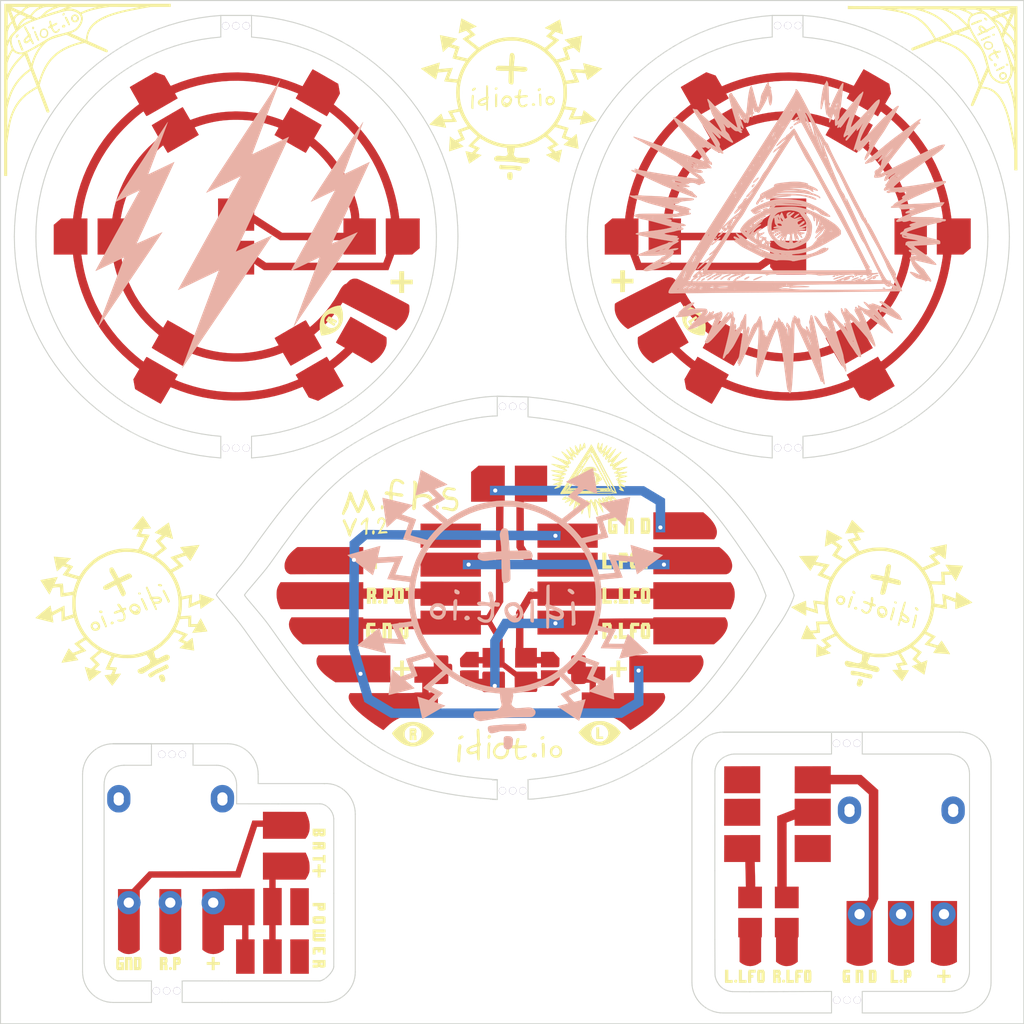
<source format=kicad_pcb>
(kicad_pcb (version 4) (host pcbnew 4.0.7)
  (layers (0 F.Cu signal) (31 B.Cu signal) (34 B.Paste user) (35 F.Paste user) (36 B.SilkS user) (37 F.SilkS user) (38 B.Mask user) (39 F.Mask user) (44 Edge.Cuts user))
  (net 0 "")
  (module LOGO (layer F.Cu) (at 0 0)
    (fp_text reference "G***" hide)
    (fp_text value "LOGO" hide)
    (fp_poly (pts (xy 33.982078 38.077274) (xy 34.122549 38.093781) (xy 34.226500 38.118272) (xy 34.418876 38.200964) (xy 34.593874 38.318780) (xy 34.745965 38.466201) (xy 34.869616 38.637708) (xy 34.959296 38.827783) (xy 34.970421 38.860473) (xy 35.006143 39.022432) (xy 35.018216 39.201630) (xy 35.006812 39.381529) (xy 34.972103 39.545592) (xy 34.963017 39.573243) (xy 34.871020 39.775401) (xy 34.748103 39.950830) (xy 34.597827 40.097018) (xy 34.423750 40.211450) (xy 34.229431 40.291612) (xy 34.018430 40.334992) (xy 33.874195 40.342274) (xy 33.774771 40.337364) (xy 33.674012 40.325833) (xy 33.593806 40.310193) (xy 33.385713 40.233431) (xy 33.201203 40.122877) (xy 33.043260 39.981537) (xy 32.914864 39.812416) (xy 32.818999 39.618521) (xy 32.777228 39.487261) (xy 32.743713 39.276273) (xy 32.750033 39.068801) (xy 32.793693 38.869137) (xy 32.872202 38.681575) (xy 32.983067 38.510406) (xy 33.123796 38.359922) (xy 33.291897 38.234417) (xy 33.484876 38.138181) (xy 33.579649 38.105424) (xy 33.694814 38.082782) (xy 33.834228 38.073503) (xy 33.982078 38.077274)) (layer B.Cu) (width 0.010000))
    (fp_poly (pts (xy 38.048320 38.077774) (xy 38.253717 38.117014) (xy 38.453161 38.193704) (xy 38.485355 38.210161) (xy 38.642875 38.316475) (xy 38.782596 38.455343) (xy 38.899983 38.619120) (xy 38.990497 38.800157) (xy 39.049603 38.990807) (xy 39.072765 39.183423) (xy 39.072932 39.200667) (xy 39.052535 39.411212) (xy 38.993787 39.611837) (xy 38.900349 39.797814) (xy 38.775883 39.964414) (xy 38.624052 40.106908) (xy 38.448517 40.220569) (xy 38.252940 40.300669) (xy 38.212116 40.312148) (xy 38.094120 40.332539) (xy 37.955008 40.340898) (xy 37.812902 40.337236) (xy 37.685923 40.321566) (xy 37.642878 40.311790) (xy 37.438728 40.235655) (xy 37.255351 40.124936) (xy 37.096648 39.983645) (xy 36.966521 39.815795) (xy 36.868871 39.625398) (xy 36.817530 39.462852) (xy 36.790639 39.259762) (xy 36.801934 39.050853) (xy 36.849806 38.844733) (xy 36.932643 38.650011) (xy 36.986549 38.559796) (xy 37.116804 38.400204) (xy 37.272781 38.270672) (xy 37.449200 38.172432) (xy 37.640782 38.106714) (xy 37.842249 38.074751) (xy 38.048320 38.077774)) (layer B.Cu) (width 0.010000))
    (fp_poly (pts (xy 42.259990 38.079090) (xy 42.425545 38.108489) (xy 42.460334 38.118573) (xy 42.651214 38.200221) (xy 42.825253 38.316801) (xy 42.976736 38.462606) (xy 43.099951 38.631930) (xy 43.189183 38.819068) (xy 43.203188 38.860473) (xy 43.230586 38.982452) (xy 43.245625 39.125037) (xy 43.247976 39.272594) (xy 43.237310 39.409488) (xy 43.216853 39.508852) (xy 43.135437 39.712529) (xy 43.022056 39.894330) (xy 42.880731 40.050332) (xy 42.715481 40.176612) (xy 42.530324 40.269247) (xy 42.394864 40.311075) (xy 42.258386 40.332843) (xy 42.106233 40.340394) (xy 41.957213 40.333632) (xy 41.835917 40.313922) (xy 41.639900 40.244730) (xy 41.460450 40.140610) (xy 41.302421 40.006539) (xy 41.170670 39.847498) (xy 41.070050 39.668463) (xy 41.005419 39.474414) (xy 41.002058 39.458917) (xy 40.976429 39.239217) (xy 40.990396 39.026035) (xy 41.041622 38.823539) (xy 41.127772 38.635900) (xy 41.246508 38.467284) (xy 41.395494 38.321863) (xy 41.572395 38.203803) (xy 41.749090 38.125929) (xy 41.905274 38.087981) (xy 42.081070 38.072312) (xy 42.259990 38.079090)) (layer B.Cu) (width 0.010000))
    (fp_poly (pts (xy -37.188570 36.968968) (xy -37.012256 37.007333) (xy -36.853489 37.075789) (xy -36.703176 37.178031) (xy -36.584828 37.284722) (xy -36.448094 37.447492) (xy -36.342890 37.630785) (xy -36.272432 37.827140) (xy -36.239935 38.029099) (xy -36.238068 38.089417) (xy -36.256335 38.270751) (xy -36.307784 38.457455) (xy -36.387386 38.636676) (xy -36.490112 38.795560) (xy -36.535339 38.849217) (xy -36.699050 38.999390) (xy -36.880191 39.111035) (xy -37.078062 39.183846) (xy -37.291963 39.217519) (xy -37.384065 39.219941) (xy -37.484648 39.216150) (xy -37.581271 39.207693) (xy -37.657626 39.196147) (xy -37.676666 39.191634) (xy -37.877479 39.115993) (xy -38.053448 39.010091) (xy -38.203355 38.878398) (xy -38.325984 38.725384) (xy -38.420116 38.555521) (xy -38.484534 38.373277) (xy -38.518020 38.183125) (xy -38.519357 37.989534) (xy -38.487328 37.796974) (xy -38.420714 37.609917) (xy -38.318299 37.432831) (xy -38.195495 37.286672) (xy -38.030645 37.146813) (xy -37.850635 37.045944) (xy -37.653352 36.983196) (xy -37.436682 36.957704) (xy -37.391522 36.957000) (xy -37.188570 36.968968)) (layer B.Cu) (width 0.010000))
    (fp_poly (pts (xy -33.238967 36.959959) (xy -33.095777 36.975847) (xy -32.994244 36.999021) (xy -32.801139 37.079908) (xy -32.629519 37.194027) (xy -32.482393 37.336523) (xy -32.362766 37.502542) (xy -32.273644 37.687228) (xy -32.218032 37.885728) (xy -32.198939 38.093186) (xy -32.211975 38.262333) (xy -32.264394 38.468035) (xy -32.353466 38.658612) (xy -32.474996 38.829379) (xy -32.624787 38.975652) (xy -32.798643 39.092746) (xy -32.992367 39.175976) (xy -33.043939 39.191083) (xy -33.143371 39.208532) (xy -33.267632 39.217420) (xy -33.400690 39.217773) (xy -33.526514 39.209621) (xy -33.629074 39.192989) (xy -33.640367 39.190067) (xy -33.832031 39.116974) (xy -34.009924 39.006035) (xy -34.120743 38.911906) (xy -34.261929 38.752126) (xy -34.366727 38.577191) (xy -34.436231 38.391626) (xy -34.471534 38.199956) (xy -34.473730 38.006705) (xy -34.443911 37.816397) (xy -34.383171 37.633559) (xy -34.292604 37.462715) (xy -34.173303 37.308388) (xy -34.026362 37.175105) (xy -33.852873 37.067389) (xy -33.656450 36.990497) (xy -33.535632 36.967074) (xy -33.391028 36.956964) (xy -33.238967 36.959959)) (layer B.Cu) (width 0.010000))
    (fp_poly (pts (xy -28.947670 36.970638) (xy -28.763006 37.013482) (xy -28.595885 37.088431) (xy -28.438495 37.198383) (xy -28.387462 37.242750) (xy -28.243297 37.400750) (xy -28.133970 37.577088) (xy -28.059486 37.766641) (xy -28.019852 37.964285) (xy -28.015077 38.164898) (xy -28.045167 38.363357) (xy -28.110128 38.554539) (xy -28.209968 38.733321) (xy -28.344695 38.894581) (xy -28.385134 38.932732) (xy -28.550063 39.054831) (xy -28.737142 39.148298) (xy -28.865051 39.190314) (xy -28.973179 39.209136) (xy -29.103895 39.218062) (xy -29.240496 39.217100) (xy -29.366278 39.206256) (xy -29.449367 39.190067) (xy -29.648283 39.114403) (xy -29.829145 39.003965) (xy -29.986818 38.863505) (xy -30.116166 38.697772) (xy -30.212053 38.511516) (xy -30.227396 38.470417) (xy -30.276897 38.267917) (xy -30.288395 38.059808) (xy -30.263417 37.852960) (xy -30.203489 37.654245) (xy -30.110136 37.470531) (xy -29.984884 37.308689) (xy -29.964809 37.288087) (xy -29.797618 37.147296) (xy -29.617065 37.046095) (xy -29.420277 36.983306) (xy -29.204374 36.957748) (xy -29.157688 36.957000) (xy -28.947670 36.970638)) (layer B.Cu) (width 0.010000))
    (fp_poly (pts (xy 32.967084 27.733874) (xy 33.182988 27.765827) (xy 33.383413 27.834543) (xy 33.564448 27.936877) (xy 33.722181 28.069681) (xy 33.852699 28.229810) (xy 33.952091 28.414117) (xy 34.004351 28.568218) (xy 34.018344 28.648688) (xy 34.028518 28.761300) (xy 34.034883 28.896038) (xy 34.037445 29.042885) (xy 34.036212 29.191822) (xy 34.031192 29.332833) (xy 34.022392 29.455901) (xy 34.009819 29.551008) (xy 34.003590 29.579537) (xy 33.933325 29.768870) (xy 33.827759 29.943706) (xy 33.692531 30.098661) (xy 33.533276 30.228354) (xy 33.355634 30.327400) (xy 33.165241 30.390417) (xy 33.151250 30.393408) (xy 33.022408 30.410017) (xy 32.875461 30.413519) (xy 32.730826 30.404205) (xy 32.622644 30.385873) (xy 32.443954 30.323294) (xy 32.272391 30.227010) (xy 32.117018 30.103992) (xy 31.986896 29.961205) (xy 31.905477 29.834414) (xy 31.861392 29.746153) (xy 31.828014 29.665795) (xy 31.803899 29.585148) (xy 31.787603 29.496015) (xy 31.777681 29.390203) (xy 31.772689 29.259519) (xy 31.771182 29.095766) (xy 31.771167 29.072417) (xy 31.772158 28.911659) (xy 31.775418 28.786551) (xy 31.781379 28.690451) (xy 31.790473 28.616714) (xy 31.803130 28.558697) (xy 31.804936 28.552384) (xy 31.885541 28.349154) (xy 31.998807 28.169906) (xy 32.140732 28.017459) (xy 32.307313 27.894632) (xy 32.494547 27.804243) (xy 32.698432 27.749113) (xy 32.914964 27.732061) (xy 32.967084 27.733874)) (layer B.Cu) (width 0.010000))
    (fp_poly (pts (xy 43.151926 27.735507) (xy 43.350724 27.779218) (xy 43.541291 27.859588) (xy 43.718717 27.976622) (xy 43.817190 28.064811) (xy 43.921777 28.179837) (xy 44.003513 28.296015) (xy 44.064719 28.420347) (xy 44.107714 28.559838) (xy 44.134820 28.721494) (xy 44.148358 28.912318) (xy 44.151005 29.072417) (xy 44.148372 29.246856) (xy 44.140700 29.392469) (xy 44.128333 29.503886) (xy 44.120891 29.543375) (xy 44.055046 29.739987) (xy 43.953052 29.920673) (xy 43.819595 30.080658) (xy 43.659365 30.215169) (xy 43.477048 30.319430) (xy 43.295310 30.384149) (xy 43.173083 30.405331) (xy 43.030262 30.413754) (xy 42.885158 30.409424) (xy 42.756079 30.392348) (xy 42.720144 30.383924) (xy 42.521447 30.309324) (xy 42.340453 30.199616) (xy 42.182245 30.059606) (xy 42.051906 29.894101) (xy 41.954519 29.707907) (xy 41.927897 29.634860) (xy 41.904823 29.535324) (xy 41.887666 29.404451) (xy 41.876601 29.252849) (xy 41.871804 29.091124) (xy 41.873451 28.929882) (xy 41.881717 28.779729) (xy 41.896778 28.651272) (xy 41.910494 28.583654) (xy 41.963623 28.418086) (xy 42.035249 28.276585) (xy 42.133740 28.144529) (xy 42.206334 28.066641) (xy 42.372633 27.927141) (xy 42.555252 27.824272) (xy 42.749281 27.758040) (xy 42.949809 27.728450) (xy 43.151926 27.735507)) (layer B.Cu) (width 0.010000))
    (fp_poly (pts (xy -38.081684 26.646041) (xy -37.878969 26.716815) (xy -37.696478 26.822066) (xy -37.537750 26.958995) (xy -37.406324 27.124804) (xy -37.305738 27.316692) (xy -37.264944 27.432000) (xy -37.249843 27.508640) (xy -37.238678 27.617790) (xy -37.231441 27.749814) (xy -37.228127 27.895071) (xy -37.228729 28.043925) (xy -37.233241 28.186736) (xy -37.241657 28.313867) (xy -37.253970 28.415679) (xy -37.265621 28.469167) (xy -37.347536 28.674288) (xy -37.462066 28.856477) (xy -37.605582 29.012148) (xy -37.774451 29.137718) (xy -37.965043 29.229602) (xy -38.069129 29.262257) (xy -38.187190 29.282763) (xy -38.327574 29.291671) (xy -38.472681 29.289011) (xy -38.604913 29.274814) (xy -38.669122 29.261212) (xy -38.856537 29.189983) (xy -39.031987 29.083205) (xy -39.187551 28.947342) (xy -39.315306 28.788856) (xy -39.375705 28.684814) (xy -39.416465 28.598022) (xy -39.447327 28.516730) (xy -39.469436 28.433180) (xy -39.483938 28.339612) (xy -39.491978 28.228269) (xy -39.494700 28.091389) (xy -39.493250 27.921216) (xy -39.492734 27.891840) (xy -39.489530 27.745144) (xy -39.485531 27.633173) (xy -39.479961 27.548321) (xy -39.472041 27.482978) (xy -39.460993 27.429537) (xy -39.446040 27.380391) (xy -39.438239 27.358745) (xy -39.344554 27.164888) (xy -39.219252 26.995080) (xy -39.066998 26.852381) (xy -38.892457 26.739853) (xy -38.700291 26.660557) (xy -38.495167 26.617552) (xy -38.301083 26.612543) (xy -38.081684 26.646041)) (layer B.Cu) (width 0.010000))
    (fp_poly (pts (xy -28.110143 26.617640) (xy -27.904706 26.662245) (xy -27.723296 26.736043) (xy -27.602148 26.812586) (xy -27.478986 26.916921) (xy -27.365924 27.036936) (xy -27.275075 27.160516) (xy -27.244043 27.215296) (xy -27.200185 27.309417) (xy -27.167202 27.400192) (xy -27.143873 27.495617) (xy -27.128977 27.603686) (xy -27.121293 27.732394) (xy -27.119602 27.889737) (xy -27.121292 28.019306) (xy -27.124687 28.165185) (xy -27.128987 28.276519) (xy -27.134995 28.361094) (xy -27.143512 28.426699) (xy -27.155342 28.481122) (xy -27.171286 28.532149) (xy -27.175264 28.543250) (xy -27.268378 28.738381) (xy -27.395687 28.912050) (xy -27.552539 29.059614) (xy -27.734277 29.176428) (xy -27.869125 29.235717) (xy -27.976613 29.263692) (xy -28.109841 29.281885) (xy -28.253645 29.289683) (xy -28.392858 29.286471) (xy -28.512316 29.271636) (xy -28.548023 29.263203) (xy -28.750148 29.185888) (xy -28.931631 29.074736) (xy -29.088473 28.933982) (xy -29.216678 28.767858) (xy -29.312249 28.580600) (xy -29.367553 28.395084) (xy -29.379071 28.311657) (xy -29.386920 28.199110) (xy -29.391190 28.067329) (xy -29.391972 27.926202) (xy -29.389356 27.785617) (xy -29.383431 27.655462) (xy -29.374288 27.545624) (xy -29.362018 27.465990) (xy -29.358969 27.453727) (xy -29.282643 27.251404) (xy -29.174651 27.073135) (xy -29.039429 26.920865) (xy -28.881414 26.796542) (xy -28.705041 26.702111) (xy -28.514747 26.639519) (xy -28.314969 26.610713) (xy -28.110143 26.617640)) (layer B.Cu) (width 0.010000))
    (fp_poly (pts (xy -13.059833 1.745297) (xy -12.923770 1.746406) (xy -12.747411 1.747686) (xy -12.532795 1.749128) (xy -12.281960 1.750720) (xy -11.996943 1.752452) (xy -11.679782 1.754314) (xy -11.332514 1.756294) (xy -10.957179 1.758381) (xy -10.555813 1.760565) (xy -10.130454 1.762836) (xy -9.683140 1.765181) (xy -9.215910 1.767592) (xy -8.730800 1.770056) (xy -8.229848 1.772564) (xy -7.715093 1.775104) (xy -7.188571 1.777666) (xy -6.652322 1.780239) (xy -6.108383 1.782812) (xy -5.558791 1.785375) (xy -5.005584 1.787917) (xy -4.751916 1.789069) (xy -4.199349 1.791594) (xy -3.650246 1.794148) (xy -3.106599 1.796721) (xy -2.570403 1.799303) (xy -2.043649 1.801881) (xy -1.528332 1.804446) (xy -1.026444 1.806986) (xy -0.539979 1.809492) (xy -0.070928 1.811951) (xy 0.378714 1.814354) (xy 0.806954 1.816689) (xy 1.211799 1.818945) (xy 1.591257 1.821113) (xy 1.943334 1.823180) (xy 2.266037 1.825136) (xy 2.557373 1.826971) (xy 2.815349 1.828673) (xy 3.037972 1.830232) (xy 3.223249 1.831637) (xy 3.369186 1.832877) (xy 3.426990 1.833433) (xy 4.726729 1.846657) (xy 4.713380 2.291592) (xy 4.709005 2.424334) (xy 4.704375 2.542136) (xy 4.699800 2.638655) (xy 4.695591 2.707546) (xy 4.692060 2.742468) (xy 4.691135 2.745421) (xy 4.669417 2.746176) (xy 4.607350 2.746683) (xy 4.506916 2.746949) (xy 4.370098 2.746980) (xy 4.198879 2.746783) (xy 3.995241 2.746366) (xy 3.761168 2.745736) (xy 3.498643 2.744899) (xy 3.209648 2.743863) (xy 2.896166 2.742634) (xy 2.560180 2.741220) (xy 2.203673 2.739627) (xy 1.828628 2.737862) (xy 1.437027 2.735933) (xy 1.030854 2.733846) (xy 0.612091 2.731609) (xy 0.335578 2.730086) (xy -0.128132 2.727514) (xy -0.629505 2.724758) (xy -1.163871 2.721842) (xy -1.726559 2.718791) (xy -2.312900 2.715630) (xy -2.918222 2.712384) (xy -3.537857 2.709077) (xy -4.167133 2.705734) (xy -4.801381 2.702379) (xy -5.435931 2.699039) (xy -6.066113 2.695736) (xy -6.687255 2.692497) (xy -7.294689 2.689345) (xy -7.883745 2.686306) (xy -8.449751 2.683404) (xy -8.988038 2.680665) (xy -9.080500 2.680196) (xy -14.149916 2.654537) (xy -14.509750 2.960118) (xy -14.616009 3.050466) (xy -14.712722 3.132904) (xy -14.794755 3.203040) (xy -14.856973 3.256481) (xy -14.894245 3.288834) (xy -14.901333 3.295178) (xy -14.904847 3.302103) (xy -14.908155 3.317182) (xy -14.911277 3.341965) (xy -14.914234 3.377998) (xy -14.917045 3.426830) (xy -14.919731 3.490009) (xy -14.922310 3.569082) (xy -14.924804 3.665599) (xy -14.927232 3.781107) (xy -14.929613 3.917154) (xy -14.931968 4.075288) (xy -14.934317 4.257058) (xy -14.936680 4.464010) (xy -14.939075 4.697695) (xy -14.941524 4.959658) (xy -14.944047 5.251449) (xy -14.946662 5.574616) (xy -14.949391 5.930706) (xy -14.952252 6.321268) (xy -14.955267 6.747849) (xy -14.958454 7.211998) (xy -14.961833 7.715264) (xy -14.965426 8.259193) (xy -14.965715 8.303370) (xy -14.998348 13.282084) (xy -14.319511 15.589250) (xy -13.640674 17.896417) (xy -11.546416 19.156947) (xy -0.548965 19.151098) (xy 10.448486 19.145250) (xy 11.172076 18.711513) (xy 11.895667 18.277776) (xy 11.895667 15.007167) (xy 12.805834 15.007167) (xy 12.805834 18.808128) (xy 11.752792 19.436939) (xy 10.699750 20.065751) (xy -0.560916 20.065869) (xy -11.821583 20.065988) (xy -13.112750 19.291413) (xy -13.325902 19.163504) (xy -13.528285 19.041980) (xy -13.716996 18.928592) (xy -13.889129 18.825088) (xy -14.041778 18.733217) (xy -14.172038 18.654729) (xy -14.277005 18.591373) (xy -14.353774 18.544898) (xy -14.399438 18.517053) (xy -14.411613 18.509375) (xy -14.418440 18.488527) (xy -14.436484 18.429503) (xy -14.465021 18.334743) (xy -14.503328 18.206685) (xy -14.550681 18.047768) (xy -14.606358 17.860431) (xy -14.669635 17.647113) (xy -14.739787 17.410253) (xy -14.816093 17.152290) (xy -14.897828 16.875662) (xy -14.984268 16.582809) (xy -15.074691 16.276170) (xy -15.168239 15.958640) (xy -15.917167 13.415368) (xy -15.885745 9.030726) (xy -15.882605 8.589051) (xy -15.879540 8.150875) (xy -15.876566 7.718730) (xy -15.873697 7.295145) (xy -15.870951 6.882652) (xy -15.868341 6.483780) (xy -15.865885 6.101059) (xy -15.863597 5.737021) (xy -15.861494 5.394195) (xy -15.859590 5.075111) (xy -15.857903 4.782302) (xy -15.856446 4.518295) (xy -15.855236 4.285623) (xy -15.854289 4.086815) (xy -15.853621 3.924401) (xy -15.853246 3.800913) (xy -15.853187 3.767667) (xy -15.852052 2.889250) (xy -15.170318 2.310958) (xy -14.488583 1.732666) (xy -13.059833 1.745297)) (layer B.Cu) (width 0.010000))
    (fp_poly (pts (xy 5.037667 11.302839) (xy 2.334813 11.308211) (xy -0.368040 11.313584) (xy -0.797853 12.029472) (xy -1.227666 12.745361) (xy -1.227666 17.399000) (xy -2.137833 17.399000) (xy -2.137779 12.477750) (xy -1.518299 11.440584) (xy -0.898819 10.403417) (xy 5.037667 10.392687) (xy 5.037667 11.302839)) (layer B.Cu) (width 0.010000))
    (fp_poly (pts (xy 15.345834 5.566834) (xy -4.805675 5.566834) (xy -4.799962 5.117042) (xy -4.794250 4.667250) (xy 5.275792 4.661936) (xy 15.345834 4.656623) (xy 15.345834 5.566834)) (layer B.Cu) (width 0.010000))
    (fp_poly (pts (xy 0.444561 -2.561103) (xy 0.730781 -2.560916) (xy 1.053113 -2.560612) (xy 1.408450 -2.560196) (xy 1.793680 -2.559675) (xy 2.205695 -2.559054) (xy 2.641384 -2.558338) (xy 3.097637 -2.557535) (xy 3.571345 -2.556649) (xy 4.059398 -2.555687) (xy 4.558687 -2.554654) (xy 5.066100 -2.553557) (xy 5.578529 -2.552400) (xy 6.092864 -2.551191) (xy 6.605994 -2.549934) (xy 7.114811 -2.548635) (xy 7.616204 -2.547302) (xy 7.704727 -2.547060) (xy 12.855323 -2.532954) (xy 14.911917 -1.299872) (xy 14.922761 1.968500) (xy 14.012642 1.968500) (xy 14.001750 -0.770210) (xy 13.285861 -1.200022) (xy 12.569973 -1.629833) (xy 6.681861 -1.629850) (xy 6.165690 -1.629904) (xy 5.650556 -1.630061) (xy 5.138776 -1.630315) (xy 4.632665 -1.630664) (xy 4.134539 -1.631101) (xy 3.646715 -1.631624) (xy 3.171507 -1.632226) (xy 2.711233 -1.632905) (xy 2.268207 -1.633655) (xy 1.844747 -1.634473) (xy 1.443167 -1.635353) (xy 1.065784 -1.636291) (xy 0.714914 -1.637283) (xy 0.392872 -1.638325) (xy 0.101975 -1.639411) (xy -0.155461 -1.640538) (xy -0.377122 -1.641702) (xy -0.560690 -1.642897) (xy -0.682625 -1.643911) (xy -2.159000 -1.657955) (xy -2.159000 -2.561166) (xy 0.197565 -2.561166) (xy 0.444561 -2.561103)) (layer B.Cu) (width 0.010000))
  )
  (module LOGO (layer F.Cu) (at 0 0)
    (fp_text reference "G***" hide)
    (fp_text value "LOGO" hide)
  )
  (module LOGO (layer F.Cu) (at 0 0)
    (fp_text reference "G***" hide)
    (fp_text value "LOGO" hide)
    (fp_poly (pts (xy -25.124833 40.280167) (xy -25.717500 40.280167) (xy -25.717500 41.677167) (xy -25.124833 41.677167) (xy -25.124833 45.021500) (xy -26.924000 45.021500) (xy -26.924000 41.677167) (xy -26.331333 41.677167) (xy -26.331333 40.280167) (xy -28.109333 40.280167) (xy -28.109333 42.691795) (xy -28.220458 42.774763) (xy -28.443404 42.917694) (xy -28.674206 43.020295) (xy -28.910653 43.082199) (xy -29.150534 43.103039) (xy -29.391639 43.082448) (xy -29.631757 43.020059) (xy -29.652519 43.012646) (xy -29.775277 42.959476) (xy -29.909221 42.887904) (xy -30.037864 42.807574) (xy -30.144717 42.728129) (xy -30.157208 42.717443) (xy -30.204833 42.675798) (xy -30.204833 36.773466) (xy -28.550336 36.759400) (xy -28.260694 36.757044) (xy -27.961964 36.754811) (xy -27.660096 36.752736) (xy -27.361038 36.750849) (xy -27.070742 36.749186) (xy -26.795156 36.747778) (xy -26.540230 36.746658) (xy -26.311914 36.745860) (xy -26.116158 36.745416) (xy -26.010336 36.745334) (xy -25.124833 36.745334) (xy -25.124833 40.280167)) (layer F.Cu) (width 0.010000))
    (fp_poly (pts (xy -20.039660 33.416875) (xy -19.920834 33.700479) (xy -19.830258 33.984888) (xy -19.798729 34.110084) (xy -19.782850 34.188538) (xy -19.771634 34.272534) (xy -19.764439 34.371099) (xy -19.760620 34.493258) (xy -19.759536 34.648037) (xy -19.759547 34.660417) (xy -19.759937 34.796772) (xy -19.761459 34.899766) (xy -19.765205 34.978370) (xy -19.772270 35.041556) (xy -19.783748 35.098295) (xy -19.800731 35.157558) (xy -19.824314 35.228319) (xy -19.831238 35.248477) (xy -19.933430 35.485251) (xy -20.027515 35.645352) (xy -20.152564 35.835167) (xy -23.071666 35.835167) (xy -23.071666 36.660667) (xy -22.479000 36.660667) (xy -22.479000 40.280167) (xy -23.071666 40.280167) (xy -23.071666 41.677167) (xy -22.479000 41.677167) (xy -22.479000 45.021500) (xy -24.278166 45.021500) (xy -24.278166 41.677167) (xy -23.685500 41.677167) (xy -23.685500 40.280167) (xy -24.278166 40.280167) (xy -24.278166 36.660667) (xy -23.685500 36.660667) (xy -23.685500 35.835167) (xy -24.299333 35.835167) (xy -24.299333 33.210500) (xy -20.135887 33.210500) (xy -20.039660 33.416875)) (layer F.Cu) (width 0.010000))
    (fp_poly (pts (xy -19.833166 45.021500) (xy -21.632333 45.021500) (xy -21.632333 41.677167) (xy -19.833166 41.677167) (xy -19.833166 45.021500)) (layer F.Cu) (width 0.010000))
    (fp_poly (pts (xy 24.362834 40.523584) (xy 24.362791 40.747620) (xy 24.362555 40.932985) (xy 24.361961 41.083343) (xy 24.360843 41.202355) (xy 24.359037 41.293684) (xy 24.356379 41.360992) (xy 24.352703 41.407943) (xy 24.347846 41.438199) (xy 24.341643 41.455421) (xy 24.333929 41.463274) (xy 24.324540 41.465420) (xy 24.320500 41.465500) (xy 24.311475 41.466298) (xy 24.303833 41.470858) (xy 24.297459 41.482431) (xy 24.292239 41.504268) (xy 24.288057 41.539620) (xy 24.284798 41.591738) (xy 24.282347 41.663873) (xy 24.280589 41.759275) (xy 24.279409 41.881195) (xy 24.278692 42.032884) (xy 24.278323 42.217594) (xy 24.278186 42.438574) (xy 24.278167 42.661461) (xy 24.278167 43.857421) (xy 24.145875 43.955550) (xy 23.926408 44.094559) (xy 23.696477 44.194906) (xy 23.459537 44.255748) (xy 23.219043 44.276240) (xy 22.978447 44.255541) (xy 22.943888 44.249096) (xy 22.786447 44.206197) (xy 22.621888 44.141439) (xy 22.463399 44.061297) (xy 22.324169 43.972243) (xy 22.240875 43.904020) (xy 22.182667 43.849413) (xy 22.182667 41.465500) (xy 22.055667 41.465500) (xy 22.055667 39.581667) (xy 24.362834 39.581667) (xy 24.362834 40.523584)) (layer F.Cu) (width 0.010000))
    (fp_poly (pts (xy 27.940000 40.523584) (xy 27.939958 40.747620) (xy 27.939722 40.932985) (xy 27.939127 41.083343) (xy 27.938009 41.202355) (xy 27.936203 41.293684) (xy 27.933545 41.360992) (xy 27.929870 41.407943) (xy 27.925013 41.438199) (xy 27.918810 41.455421) (xy 27.911096 41.463274) (xy 27.901706 41.465420) (xy 27.897667 41.465500) (xy 27.888632 41.466299) (xy 27.880984 41.470865) (xy 27.874607 41.482452) (xy 27.869385 41.504315) (xy 27.865203 41.539709) (xy 27.861946 41.591887) (xy 27.859498 41.664105) (xy 27.857743 41.759616) (xy 27.856567 41.881674) (xy 27.855853 42.033535) (xy 27.855487 42.218453) (xy 27.855352 42.439682) (xy 27.855334 42.658843) (xy 27.855334 43.852185) (xy 27.744209 43.937367) (xy 27.572338 44.052574) (xy 27.384289 44.150191) (xy 27.209750 44.217023) (xy 27.085156 44.245670) (xy 26.937066 44.264679) (xy 26.782518 44.272970) (xy 26.638548 44.269466) (xy 26.549823 44.258822) (xy 26.391813 44.217800) (xy 26.221073 44.152181) (xy 26.052325 44.069011) (xy 25.900292 43.975334) (xy 25.807459 43.903611) (xy 25.738667 43.843667) (xy 25.738667 41.465500) (xy 25.632834 41.465500) (xy 25.632834 39.581667) (xy 27.940000 39.581667) (xy 27.940000 40.523584)) (layer F.Cu) (width 0.010000))
    (fp_poly (pts (xy 31.072667 25.632834) (xy 32.570209 25.633460) (xy 34.067750 25.634086) (xy 34.887928 26.369002) (xy 35.708107 27.103917) (xy 35.708137 32.409463) (xy 35.708167 37.715008) (xy 35.433000 38.330416) (xy 35.157834 38.945823) (xy 35.157834 43.872898) (xy 34.919709 43.991203) (xy 34.812677 44.042321) (xy 34.704008 44.090730) (xy 34.607367 44.130527) (xy 34.544000 44.153460) (xy 34.284763 44.217689) (xy 34.011717 44.251454) (xy 33.739533 44.253522) (xy 33.562156 44.236153) (xy 33.369387 44.195103) (xy 33.157526 44.126743) (xy 32.936595 44.034495) (xy 32.851607 43.993519) (xy 32.617834 43.876492) (xy 32.617834 37.931081) (xy 33.613421 37.925582) (xy 34.609008 37.920084) (xy 34.703504 37.710277) (xy 34.798000 37.500471) (xy 34.798000 27.526728) (xy 33.699518 26.543000) (xy 31.072667 26.543000) (xy 31.072667 27.410834) (xy 27.558677 27.410834) (xy 27.564130 26.103792) (xy 27.569584 24.796750) (xy 29.321125 24.791336) (xy 31.072667 24.785922) (xy 31.072667 25.632834)) (layer F.Cu) (width 0.010000))
    (fp_poly (pts (xy 39.200667 43.873244) (xy 38.941375 44.003175) (xy 38.723596 44.102716) (xy 38.519946 44.173824) (xy 38.316820 44.220044) (xy 38.100613 44.244925) (xy 37.994167 44.250145) (xy 37.789711 44.250320) (xy 37.620938 44.236455) (xy 37.563537 44.227132) (xy 37.293924 44.159300) (xy 37.027480 44.057309) (xy 36.867042 43.979354) (xy 36.660667 43.871562) (xy 36.660667 37.930667) (xy 39.200667 37.930667) (xy 39.200667 43.873244)) (layer F.Cu) (width 0.010000))
    (fp_poly (pts (xy 43.381084 43.867627) (xy 43.203612 43.966689) (xy 42.941040 44.091028) (xy 42.662392 44.181780) (xy 42.375381 44.237467) (xy 42.087719 44.256614) (xy 41.807119 44.237743) (xy 41.795990 44.236153) (xy 41.639098 44.203647) (xy 41.461679 44.151009) (xy 41.277209 44.083321) (xy 41.099166 44.005667) (xy 40.941025 43.923129) (xy 40.898791 43.897746) (xy 40.851667 43.868317) (xy 40.851667 37.930667) (xy 43.391814 37.930667) (xy 43.381084 43.867627)) (layer F.Cu) (width 0.010000))
    (fp_poly (pts (xy -22.219708 29.236355) (xy -20.140083 29.241750) (xy -20.061806 29.389917) (xy -20.003283 29.514912) (xy -19.942905 29.668543) (xy -19.885043 29.837569) (xy -19.834063 30.008754) (xy -19.794335 30.168859) (xy -19.778884 30.247283) (xy -19.761838 30.368818) (xy -19.752779 30.497396) (xy -19.751040 30.646295) (xy -19.753361 30.755167) (xy -19.758081 30.882622) (xy -19.764487 30.979565) (xy -19.774383 31.057815) (xy -19.789574 31.129193) (xy -19.811866 31.205520) (xy -19.830944 31.263167) (xy -19.888011 31.417191) (xy -19.947764 31.545216) (xy -20.018413 31.663216) (xy -20.083900 31.755292) (xy -20.159365 31.855834) (xy -24.299333 31.855834) (xy -24.299333 30.691667) (xy -24.590375 30.691990) (xy -24.881416 30.692312) (xy -26.511250 35.643972) (xy -35.147250 35.645714) (xy -35.734596 36.264315) (xy -36.321942 36.882917) (xy -36.322000 42.671381) (xy -36.443708 42.767014) (xy -36.655913 42.908486) (xy -36.882905 43.012453) (xy -37.120363 43.077645) (xy -37.363965 43.102791) (xy -37.554755 43.093867) (xy -37.650451 43.079209) (xy -37.748896 43.058199) (xy -37.808755 43.041556) (xy -37.925169 42.996576) (xy -38.055138 42.934944) (xy -38.183159 42.864856) (xy -38.293730 42.794509) (xy -38.337110 42.762213) (xy -38.436636 42.682584) (xy -38.438666 36.766500) (xy -37.070367 36.766500) (xy -36.248986 35.903959) (xy -35.427604 35.041417) (xy -31.193478 35.030834) (xy -26.959351 35.020250) (xy -26.143975 32.549042) (xy -25.328598 30.077834) (xy -24.299333 30.077834) (xy -24.299333 29.230959) (xy -22.219708 29.236355)) (layer F.Cu) (width 0.010000))
    (fp_poly (pts (xy -32.279788 42.682584) (xy -32.401186 42.772998) (xy -32.624088 42.915198) (xy -32.857075 43.018167) (xy -33.097242 43.081064) (xy -33.341687 43.103052) (xy -33.511921 43.093867) (xy -33.607618 43.079209) (xy -33.706063 43.058199) (xy -33.765921 43.041556) (xy -33.883153 42.996469) (xy -34.010646 42.935979) (xy -34.134710 42.867489) (xy -34.241650 42.798401) (xy -34.299848 42.752891) (xy -34.395833 42.668402) (xy -34.395833 36.766500) (xy -32.279166 36.766500) (xy -32.279788 42.682584)) (layer F.Cu) (width 0.010000))
    (fp_poly (pts (xy -19.833166 40.280167) (xy -21.632333 40.280167) (xy -21.632333 36.681834) (xy -19.833166 36.681834) (xy -19.833166 40.280167)) (layer F.Cu) (width 0.010000))
    (fp_poly (pts (xy 24.193500 34.120667) (xy 23.659161 34.120667) (xy 23.672125 34.570459) (xy 23.675735 34.704729) (xy 23.679819 34.871983) (xy 23.684172 35.062876) (xy 23.688590 35.268066) (xy 23.692869 35.478207) (xy 23.696806 35.683955) (xy 23.698487 35.776959) (xy 23.711885 36.533667) (xy 24.362834 36.533667) (xy 24.362834 38.629167) (xy 22.055667 38.629167) (xy 22.055667 36.533667) (xy 22.801445 36.533667) (xy 22.788566 36.073292) (xy 22.784941 35.935198) (xy 22.780840 35.764404) (xy 22.776471 35.570535) (xy 22.772042 35.363220) (xy 22.767762 35.152086) (xy 22.763841 34.946759) (xy 22.762391 34.866792) (xy 22.749096 34.120667) (xy 20.679511 34.120667) (xy 20.684964 32.813625) (xy 20.690417 31.506584) (xy 22.441959 31.501170) (xy 24.193500 31.495756) (xy 24.193500 34.120667)) (layer F.Cu) (width 0.010000))
    (fp_poly (pts (xy 31.072667 30.585834) (xy 27.560132 30.585834) (xy 27.554274 30.281216) (xy 27.548417 29.976599) (xy 27.156834 30.128464) (xy 26.765250 30.280328) (xy 26.765462 30.782331) (xy 26.765531 30.868383) (xy 26.765679 30.993533) (xy 26.765901 31.154545) (xy 26.766192 31.348183) (xy 26.766545 31.571212) (xy 26.766956 31.820395) (xy 26.767419 32.092499) (xy 26.767928 32.384286) (xy 26.768478 32.692521) (xy 26.769064 33.013968) (xy 26.769680 33.345393) (xy 26.770320 33.683558) (xy 26.770754 33.909000) (xy 26.775834 36.533667) (xy 27.940000 36.533667) (xy 27.940000 38.629167) (xy 25.632834 38.629167) (xy 25.632834 36.533667) (xy 25.860500 36.533667) (xy 25.857792 33.090968) (xy 25.855084 29.648268) (xy 27.558056 28.987750) (xy 27.558528 28.474459) (xy 27.559000 27.961167) (xy 31.072667 27.961167) (xy 31.072667 30.585834)) (layer F.Cu) (width 0.010000))
    (fp_poly (pts (xy 31.072667 34.120667) (xy 27.559000 34.120667) (xy 27.559000 31.496000) (xy 31.072667 31.496000) (xy 31.072667 34.120667)) (layer F.Cu) (width 0.010000))
    (fp_poly (pts (xy 24.193500 30.585834) (xy 20.679511 30.585834) (xy 20.690417 27.971750) (xy 22.441959 27.966336) (xy 24.193500 27.960922) (xy 24.193500 30.585834)) (layer F.Cu) (width 0.010000))
    (fp_poly (pts (xy 24.193500 27.410834) (xy 20.679511 27.410834) (xy 20.690417 24.796750) (xy 22.441959 24.791336) (xy 24.193500 24.785922) (xy 24.193500 27.410834)) (layer F.Cu) (width 0.010000))
    (fp_poly (pts (xy -6.872010 13.973737) (xy -6.325103 13.980584) (xy -6.274051 14.039972) (xy -6.255147 14.063673) (xy -6.241597 14.088610) (xy -6.232511 14.121887) (xy -6.226999 14.170609) (xy -6.224170 14.241879) (xy -6.223135 14.342801) (xy -6.223000 14.447430) (xy -6.223000 14.795500) (xy -6.089106 14.795500) (xy -6.011427 14.797816) (xy -5.961721 14.807559) (xy -5.925749 14.828923) (xy -5.903898 14.850059) (xy -5.884432 14.872766) (xy -5.870430 14.897743) (xy -5.860797 14.932239) (xy -5.854441 14.983505) (xy -5.850268 15.058789) (xy -5.847184 15.165341) (xy -5.845630 15.236351) (xy -5.843814 15.394226) (xy -5.846630 15.515442) (xy -5.855275 15.605532) (xy -5.870950 15.670033) (xy -5.894851 15.714477) (xy -5.928178 15.744399) (xy -5.959078 15.760224) (xy -6.027662 15.779514) (xy -6.107936 15.789806) (xy -6.127070 15.790334) (xy -6.223000 15.790334) (xy -6.223673 16.218959) (xy -6.224902 16.384478) (xy -6.228118 16.510653) (xy -6.233488 16.600431) (xy -6.241182 16.656761) (xy -6.250131 16.681168) (xy -6.270946 16.704963) (xy -6.295988 16.723729) (xy -6.330206 16.738057) (xy -6.378548 16.748540) (xy -6.445963 16.755769) (xy -6.537401 16.760336) (xy -6.657810 16.762833) (xy -6.812139 16.763851) (xy -6.942903 16.764000) (xy -7.517423 16.764000) (xy -7.580923 16.700500) (xy -7.608943 16.673675) (xy -7.635202 16.655722) (xy -7.668562 16.644859) (xy -7.717883 16.639306) (xy -7.792027 16.637280) (xy -7.896795 16.637000) (xy -8.149166 16.637000) (xy -8.149166 17.589500) (xy -7.239000 17.589500) (xy -7.239000 19.473334) (xy -9.419166 19.473334) (xy -9.419166 19.635742) (xy -9.646708 19.672125) (xy -10.098760 19.763241) (xy -10.526013 19.888363) (xy -10.929729 20.048137) (xy -11.311175 20.243210) (xy -11.671615 20.474229) (xy -12.012313 20.741841) (xy -12.334534 21.046694) (xy -12.336075 21.048286) (xy -12.410527 21.123287) (xy -12.476012 21.185610) (xy -12.526312 21.229601) (xy -12.555209 21.249602) (xy -12.558044 21.250223) (xy -12.594828 21.238433) (xy -12.625916 21.221220) (xy -12.656989 21.200907) (xy -12.716903 21.161875) (xy -12.798995 21.108460) (xy -12.896602 21.044997) (xy -12.985750 20.987068) (xy -13.447173 20.678572) (xy -13.878510 20.372338) (xy -14.277474 20.070143) (xy -14.641778 19.773766) (xy -14.969134 19.484984) (xy -15.189756 19.273728) (xy -15.374986 19.082580) (xy -15.528425 18.909023) (xy -15.654033 18.747980) (xy -15.755772 18.594372) (xy -15.837602 18.443121) (xy -15.837621 18.443082) (xy -15.904340 18.270643) (xy -15.936488 18.104706) (xy -15.933919 17.950071) (xy -15.896489 17.811537) (xy -15.858826 17.740576) (xy -15.802041 17.653000) (xy -12.663520 17.653000) (xy -12.234073 17.652965) (xy -11.845015 17.652845) (xy -11.494400 17.652622) (xy -11.180283 17.652275) (xy -10.900720 17.651785) (xy -10.653765 17.651133) (xy -10.437474 17.650298) (xy -10.249901 17.649260) (xy -10.089103 17.648001) (xy -9.953132 17.646501) (xy -9.840046 17.644739) (xy -9.747899 17.642697) (xy -9.674745 17.640354) (xy -9.618640 17.637691) (xy -9.577639 17.634688) (xy -9.549798 17.631325) (xy -9.533170 17.627583) (xy -9.525811 17.623443) (xy -9.525000 17.621250) (xy -9.519641 17.609777) (xy -9.499951 17.601379) (xy -9.460509 17.595606) (xy -9.395895 17.592004) (xy -9.300689 17.590123) (xy -9.169471 17.589511) (xy -9.144000 17.589500) (xy -8.763000 17.589500) (xy -8.763000 16.637000) (xy -9.525000 16.637000) (xy -9.525000 15.070667) (xy -7.641166 15.070667) (xy -7.641166 14.603949) (xy -7.640570 14.432857) (xy -7.637994 14.299036) (xy -7.632260 14.197429) (xy -7.622191 14.122982) (xy -7.606607 14.070637) (xy -7.584331 14.035341) (xy -7.554183 14.012038) (xy -7.514987 13.995671) (xy -7.498168 13.990425) (xy -7.444696 13.982042) (xy -7.349942 13.976215) (xy -7.214882 13.972970) (xy -7.040492 13.972334) (xy -6.872010 13.973737)) (layer F.Cu) (width 0.010000))
    (fp_poly (pts (xy 6.526490 13.973737) (xy 7.073397 13.980584) (xy 7.124449 14.039972) (xy 7.140779 14.059947) (xy 7.153192 14.080729) (xy 7.162226 14.108050) (xy 7.168418 14.147641) (xy 7.172304 14.205237) (xy 7.174421 14.286569) (xy 7.175307 14.397369) (xy 7.175498 14.543371) (xy 7.175500 14.585014) (xy 7.175500 15.070667) (xy 9.080500 15.070667) (xy 9.080500 16.637000) (xy 8.170334 16.637000) (xy 8.170334 17.589500) (xy 8.625417 17.589500) (xy 8.777451 17.589851) (xy 8.892149 17.591137) (xy 8.974503 17.593706) (xy 9.029505 17.597907) (xy 9.062149 17.604087) (xy 9.077427 17.612595) (xy 9.080500 17.621250) (xy 9.084041 17.625797) (xy 9.096022 17.629897) (xy 9.118484 17.633572) (xy 9.153465 17.636844) (xy 9.203006 17.639738) (xy 9.269146 17.642275) (xy 9.353924 17.644479) (xy 9.459380 17.646373) (xy 9.587554 17.647979) (xy 9.740485 17.649321) (xy 9.920212 17.650420) (xy 10.128776 17.651301) (xy 10.368215 17.651986) (xy 10.640570 17.652498) (xy 10.947879 17.652860) (xy 11.292183 17.653094) (xy 11.675521 17.653224) (xy 11.932709 17.653262) (xy 14.784917 17.653524) (xy 14.829204 17.722054) (xy 14.891817 17.857091) (xy 14.918687 18.009723) (xy 14.909542 18.174440) (xy 14.864113 18.345735) (xy 14.860309 18.355887) (xy 14.777535 18.530369) (xy 14.656650 18.720203) (xy 14.498599 18.924412) (xy 14.304330 19.142021) (xy 14.074790 19.372053) (xy 13.810924 19.613533) (xy 13.513679 19.865484) (xy 13.184001 20.126931) (xy 13.028084 20.245346) (xy 12.879063 20.355698) (xy 12.721306 20.470001) (xy 12.558754 20.585610) (xy 12.395349 20.699882) (xy 12.235034 20.810171) (xy 12.081752 20.913835) (xy 11.939445 21.008229) (xy 11.812055 21.090709) (xy 11.703524 21.158631) (xy 11.617796 21.209350) (xy 11.558813 21.240224) (xy 11.531795 21.248852) (xy 11.508594 21.233601) (xy 11.461304 21.192808) (xy 11.395231 21.131392) (xy 11.315686 21.054270) (xy 11.239500 20.978070) (xy 10.921893 20.684162) (xy 10.583990 20.426359) (xy 10.224722 20.204128) (xy 9.843016 20.016930) (xy 9.437803 19.864230) (xy 9.008009 19.745491) (xy 8.630709 19.672164) (xy 8.403167 19.635742) (xy 8.403167 19.473334) (xy 6.794500 19.473334) (xy 6.794500 17.589500) (xy 7.556500 17.589500) (xy 7.556500 16.637000) (xy 7.367200 16.637000) (xy 7.273417 16.638297) (xy 7.212749 16.643286) (xy 7.176030 16.653614) (xy 7.154093 16.670927) (xy 7.150242 16.675974) (xy 7.129985 16.701228) (xy 7.105846 16.721146) (xy 7.072883 16.736356) (xy 7.026153 16.747489) (xy 6.960714 16.755173) (xy 6.871624 16.760036) (xy 6.753940 16.762707) (xy 6.602720 16.763816) (xy 6.458405 16.764000) (xy 5.886694 16.764000) (xy 5.827305 16.712957) (xy 5.767917 16.661914) (xy 5.761436 16.228582) (xy 5.754956 15.795250) (xy 5.625951 15.785918) (xy 5.547812 15.777161) (xy 5.497321 15.761229) (xy 5.459826 15.732619) (xy 5.447224 15.718780) (xy 5.429509 15.696526) (xy 5.416594 15.672669) (xy 5.407720 15.640530) (xy 5.402130 15.593434) (xy 5.399069 15.524705) (xy 5.397778 15.427666) (xy 5.397501 15.295641) (xy 5.397500 15.280191) (xy 5.397668 15.144619) (xy 5.398698 15.044815) (xy 5.401377 14.974217) (xy 5.406495 14.926259) (xy 5.414838 14.894377) (xy 5.427195 14.872008) (xy 5.444354 14.852587) (xy 5.449455 14.847455) (xy 5.486977 14.817115) (xy 5.531387 14.801339) (xy 5.597629 14.795812) (xy 5.629371 14.795500) (xy 5.757334 14.795500) (xy 5.757334 14.477320) (xy 5.758893 14.326000) (xy 5.764673 14.211238) (xy 5.776328 14.127340) (xy 5.795513 14.068608) (xy 5.823881 14.029346) (xy 5.863087 14.003859) (xy 5.898568 13.990953) (xy 5.953298 13.982158) (xy 6.049134 13.976129) (xy 6.186380 13.972858) (xy 6.365339 13.972337) (xy 6.526490 13.973737)) (layer F.Cu) (width 0.010000))
    (fp_poly (pts (xy -3.259666 16.256000) (xy -2.899833 16.256000) (xy -2.899833 15.958705) (xy -2.899509 15.840677) (xy -2.897773 15.757264) (xy -2.893475 15.700745) (xy -2.885467 15.663403) (xy -2.872602 15.637519) (xy -2.853731 15.615373) (xy -2.847879 15.609455) (xy -2.795924 15.557500) (xy -0.827860 15.557500) (xy -0.768472 15.608563) (xy -0.709083 15.659625) (xy -0.702498 16.460521) (xy -0.701359 16.644624) (xy -0.700993 16.818748) (xy -0.701358 16.977551) (xy -0.702413 17.115690) (xy -0.704116 17.227821) (xy -0.706425 17.308603) (xy -0.709299 17.352691) (xy -0.709472 17.353945) (xy -0.739321 17.447085) (xy -0.777356 17.496820) (xy -0.831681 17.547167) (xy -2.769585 17.547167) (xy -2.834709 17.492369) (xy -2.899833 17.437570) (xy -2.899833 16.869834) (xy -3.079750 16.869834) (xy -3.167231 16.870621) (xy -3.220666 16.874283) (xy -3.248333 16.882767) (xy -3.258510 16.898020) (xy -3.259666 16.912167) (xy -3.260936 16.924403) (xy -3.267775 16.934021) (xy -3.284728 16.941336) (xy -3.316340 16.946664) (xy -3.367155 16.950318) (xy -3.441717 16.952614) (xy -3.544571 16.953866) (xy -3.680263 16.954390) (xy -3.853335 16.954500) (xy -4.481988 16.954500) (xy -4.780255 16.631709) (xy -5.078522 16.308917) (xy -5.080000 15.483141) (xy -4.995667 15.456820) (xy -4.957673 15.449384) (xy -4.894026 15.443307) (xy -4.801964 15.438508) (xy -4.678723 15.434908) (xy -4.521541 15.432426) (xy -4.327656 15.430984) (xy -4.094304 15.430501) (xy -4.085500 15.430500) (xy -3.259666 15.430500) (xy -3.259666 16.256000)) (layer F.Cu) (width 0.010000))
    (fp_poly (pts (xy -0.719666 -1.016000) (xy -0.839662 -1.016000) (xy -0.853739 1.889125) (xy -0.855563 2.282127) (xy -0.857317 2.692924) (xy -0.858989 3.116306) (xy -0.860561 3.547059) (xy -0.862020 3.979972) (xy -0.863351 4.409832) (xy -0.864537 4.831428) (xy -0.865565 5.239547) (xy -0.866419 5.628977) (xy -0.867085 5.994506) (xy -0.867547 6.330922) (xy -0.867790 6.633013) (xy -0.867825 6.779068) (xy -0.867833 8.763886) (xy -1.418166 9.682943) (xy -1.525497 9.862663) (xy -1.625913 10.031731) (xy -1.717354 10.186613) (xy -1.797760 10.323775) (xy -1.865072 10.439684) (xy -1.917228 10.530806) (xy -1.952170 10.593608) (xy -1.967836 10.624556) (xy -1.968500 10.626889) (xy -1.957943 10.649503) (xy -1.927671 10.704791) (xy -1.879778 10.789147) (xy -1.816362 10.898962) (xy -1.739519 11.030630) (xy -1.651345 11.180544) (xy -1.553935 11.345096) (xy -1.449386 11.520679) (xy -1.439333 11.537510) (xy -0.910166 12.423242) (xy -0.910166 13.250334) (xy -0.740833 13.250334) (xy -0.740531 13.954125) (xy -0.740229 14.657917) (xy -0.147044 15.107709) (xy 0.446141 15.557500) (xy 2.325973 15.557500) (xy 2.385362 15.608533) (xy 2.408800 15.629831) (xy 2.425256 15.651703) (xy 2.436178 15.681780) (xy 2.443014 15.727693) (xy 2.447213 15.797075) (xy 2.450224 15.897556) (xy 2.451642 15.957783) (xy 2.458533 16.256000) (xy 2.815167 16.256000) (xy 2.815167 15.430500) (xy 3.630417 15.430500) (xy 3.868472 15.431010) (xy 4.066459 15.432580) (xy 4.226632 15.435277) (xy 4.351243 15.439164) (xy 4.442548 15.444304) (xy 4.502798 15.450764) (xy 4.527572 15.456063) (xy 4.576489 15.474171) (xy 4.602641 15.497910) (xy 4.615786 15.540908) (xy 4.622305 15.588354) (xy 4.627053 15.649298) (xy 4.631034 15.741148) (xy 4.633888 15.852478) (xy 4.635252 15.971863) (xy 4.635316 15.998649) (xy 4.635500 16.302215) (xy 4.355042 16.598487) (xy 4.266693 16.692419) (xy 4.187978 16.777245) (xy 4.123733 16.847663) (xy 4.078796 16.898367) (xy 4.058001 16.924053) (xy 4.057657 16.924630) (xy 4.046187 16.933501) (xy 4.020121 16.940495) (xy 3.975182 16.945817) (xy 3.907091 16.949669) (xy 3.811573 16.952253) (xy 3.684349 16.953772) (xy 3.521143 16.954431) (xy 3.427948 16.954500) (xy 3.251044 16.954413) (xy 3.111934 16.953941) (xy 3.006080 16.952772) (xy 2.928943 16.950591) (xy 2.875986 16.947086) (xy 2.842668 16.941942) (xy 2.824453 16.934846) (xy 2.816801 16.925485) (xy 2.815173 16.913545) (xy 2.815167 16.912167) (xy 2.811777 16.891469) (xy 2.796055 16.878879) (xy 2.759670 16.872411) (xy 2.694289 16.870077) (xy 2.637702 16.869834) (xy 2.460237 16.869834) (xy 2.451886 17.155603) (xy 2.447955 17.272132) (xy 2.443253 17.354176) (xy 2.436466 17.409580) (xy 2.426276 17.446190) (xy 2.411367 17.471849) (xy 2.395945 17.488978) (xy 2.348355 17.536584) (xy 1.366562 17.542481) (xy 0.384770 17.548379) (xy 0.264584 17.445049) (xy 0.254000 16.752056) (xy 0.243417 16.059063) (xy -0.349250 15.607780) (xy -0.941916 15.156498) (xy -2.878666 15.155334) (xy -2.878666 14.753167) (xy -3.259666 14.753167) (xy -3.259666 15.134167) (xy -4.097141 15.134167) (xy -4.330049 15.133602) (xy -4.530021 15.131937) (xy -4.695328 15.129213) (xy -4.824247 15.125475) (xy -4.915049 15.120764) (xy -4.966009 15.115124) (xy -4.975339 15.112373) (xy -5.011375 15.087217) (xy -5.038312 15.051725) (xy -5.057384 15.000043) (xy -5.069824 14.926313) (xy -5.076864 14.824680) (xy -5.079737 14.689287) (xy -5.080000 14.615317) (xy -5.080000 14.263698) (xy -4.788958 13.949260) (xy -4.497916 13.634823) (xy -3.878791 13.633078) (xy -3.259666 13.631334) (xy -3.259666 14.139334) (xy -2.878666 14.139334) (xy -2.878666 13.250334) (xy -1.418166 13.250334) (xy -1.418166 12.584472) (xy -1.889125 11.796213) (xy -2.360083 11.007954) (xy -2.704041 11.007310) (xy -3.048000 11.006667) (xy -3.048000 11.938000) (xy -8.932333 11.938000) (xy -8.932333 11.408834) (xy -9.817832 11.408834) (xy -9.977973 11.408664) (xy -10.175302 11.408172) (xy -10.404676 11.407384) (xy -10.660952 11.406326) (xy -10.938987 11.405023) (xy -11.233636 11.403502) (xy -11.539757 11.401788) (xy -11.852205 11.399908) (xy -12.165839 11.397886) (xy -12.475513 11.395750) (xy -12.611832 11.394761) (xy -14.520333 11.380689) (xy -14.520333 12.890500) (xy -20.423322 12.890500) (xy -20.588016 12.758209) (xy -20.715092 12.649814) (xy -20.854613 12.520131) (xy -20.997254 12.378672) (xy -21.133686 12.234953) (xy -21.254583 12.098487) (xy -21.345740 11.985304) (xy -21.447773 11.838353) (xy -21.543726 11.679152) (xy -21.626627 11.520416) (xy -21.689506 11.374858) (xy -21.705674 11.328824) (xy -21.756240 11.111588) (xy -21.765634 10.899774) (xy -21.734128 10.695516) (xy -21.661991 10.500945) (xy -21.583941 10.366416) (xy -21.515916 10.265915) (xy -18.018125 10.265874) (xy -14.520333 10.265834) (xy -14.520333 10.392834) (xy -8.932333 10.392834) (xy -8.932333 9.609667) (xy -3.048000 9.609667) (xy -3.048000 10.054167) (xy -2.482288 10.054167) (xy -1.576916 8.543337) (xy -1.571443 3.763668) (xy -1.565969 -1.016000) (xy -4.000500 -1.016000) (xy -4.000500 -3.911920) (xy -3.635375 -4.220689) (xy -3.270250 -4.529457) (xy -1.994958 -4.529562) (xy -0.719666 -4.529666) (xy -0.719666 -1.016000)) (layer F.Cu) (width 0.010000))
    (fp_poly (pts (xy -11.874500 16.594667) (xy -17.243987 16.594667) (xy -17.527868 16.407692) (xy -17.818367 16.207781) (xy -18.075377 16.012006) (xy -18.306476 15.814229) (xy -18.519243 15.608309) (xy -18.535907 15.591085) (xy -18.708228 15.401327) (xy -18.844813 15.225826) (xy -18.947959 15.060244) (xy -19.019960 14.900241) (xy -19.063112 14.741479) (xy -19.079710 14.579620) (xy -19.080002 14.562667) (xy -19.075633 14.423799) (xy -19.056714 14.310855) (xy -19.019102 14.208725) (xy -18.958654 14.102299) (xy -18.950188 14.089309) (xy -18.871616 13.970000) (xy -11.874500 13.970000) (xy -11.874500 16.594667)) (layer F.Cu) (width 0.010000))
    (fp_poly (pts (xy 18.464422 14.038792) (xy 18.571424 14.214809) (xy 18.638401 14.403285) (xy 18.665477 14.603252) (xy 18.652775 14.813742) (xy 18.600418 15.033788) (xy 18.508528 15.262419) (xy 18.377230 15.498670) (xy 18.256411 15.675600) (xy 18.187775 15.761495) (xy 18.094637 15.867523) (xy 17.984484 15.986089) (xy 17.864805 16.109597) (xy 17.743086 16.230452) (xy 17.626816 16.341059) (xy 17.523481 16.433823) (xy 17.448233 16.495395) (xy 17.317549 16.594667) (xy 11.430000 16.594667) (xy 11.430000 13.970000) (xy 18.412846 13.970000) (xy 18.464422 14.038792)) (layer F.Cu) (width 0.010000))
    (fp_poly (pts (xy 8.339667 7.450667) (xy 13.779500 7.450667) (xy 13.779500 6.836834) (xy 17.541875 6.837450) (xy 21.304250 6.838067) (xy 21.394141 6.961929) (xy 21.523086 7.174294) (xy 21.623205 7.415408) (xy 21.656346 7.524750) (xy 21.682340 7.655601) (xy 21.699041 7.815245) (xy 21.706317 7.991147) (xy 21.704039 8.170770) (xy 21.692075 8.341577) (xy 21.670296 8.491034) (xy 21.666574 8.509000) (xy 21.588976 8.800544) (xy 21.484248 9.092019) (xy 21.407632 9.265709) (xy 21.314113 9.461500) (xy 13.779500 9.461500) (xy 13.779500 8.438729) (xy 13.268073 8.452698) (xy 13.174518 8.454657) (xy 13.042328 8.456535) (xy 12.875202 8.458312) (xy 12.676838 8.459970) (xy 12.450934 8.461488) (xy 12.201190 8.462849) (xy 11.931304 8.464033) (xy 11.644974 8.465022) (xy 11.345899 8.465796) (xy 11.037777 8.466336) (xy 10.724307 8.466623) (xy 10.548156 8.466667) (xy 8.339667 8.466667) (xy 8.339667 9.122834) (xy 2.476500 9.122834) (xy 2.476500 8.466667) (xy 1.995674 8.466667) (xy 1.548170 9.217519) (xy 1.100667 9.968371) (xy 1.100667 13.250334) (xy 2.413000 13.250334) (xy 2.413000 14.139334) (xy 2.815167 14.139334) (xy 2.815167 13.631334) (xy 4.036329 13.631334) (xy 4.245197 13.858875) (xy 4.327378 13.947789) (xy 4.406711 14.032532) (xy 4.475324 14.104767) (xy 4.525342 14.156154) (xy 4.534200 14.164944) (xy 4.614334 14.243471) (xy 4.613660 14.630611) (xy 4.612228 14.789332) (xy 4.608440 14.908472) (xy 4.602129 14.990728) (xy 4.593124 15.038798) (xy 4.587202 15.051334) (xy 4.569980 15.071687) (xy 4.549829 15.088405) (xy 4.522679 15.101846) (xy 4.484462 15.112366) (xy 4.431111 15.120321) (xy 4.358557 15.126068) (xy 4.262732 15.129963) (xy 4.139567 15.132363) (xy 3.984995 15.133625) (xy 3.794947 15.134105) (xy 3.642058 15.134167) (xy 2.815167 15.134167) (xy 2.815167 14.753167) (xy 2.413000 14.753167) (xy 2.413000 15.155334) (xy 0.296334 15.155334) (xy 0.296334 14.202834) (xy 0.296375 13.977431) (xy 0.296607 13.790719) (xy 0.297191 13.639057) (xy 0.298290 13.518801) (xy 0.300065 13.426310) (xy 0.302678 13.357940) (xy 0.306291 13.310051) (xy 0.311066 13.279000) (xy 0.317165 13.261144) (xy 0.324749 13.252842) (xy 0.333981 13.250451) (xy 0.338667 13.250334) (xy 0.346241 13.249711) (xy 0.352853 13.246048) (xy 0.358568 13.236654) (xy 0.363452 13.218836) (xy 0.367571 13.189903) (xy 0.370988 13.147163) (xy 0.373771 13.087923) (xy 0.375983 13.009493) (xy 0.377691 12.909180) (xy 0.378959 12.784293) (xy 0.379853 12.632139) (xy 0.380439 12.450026) (xy 0.380781 12.235264) (xy 0.380945 11.985160) (xy 0.380996 11.697022) (xy 0.381000 11.505673) (xy 0.381000 9.761012) (xy 1.589798 7.747000) (xy 2.476500 7.747000) (xy 2.476500 6.773334) (xy 8.339667 6.773334) (xy 8.339667 7.450667)) (layer F.Cu) (width 0.010000))
    (fp_poly (pts (xy 8.339667 10.399684) (xy 9.054042 10.385710) (xy 9.183071 10.383624) (xy 9.349966 10.381632) (xy 9.550258 10.379756) (xy 9.779479 10.378020) (xy 10.033160 10.376446) (xy 10.306834 10.375058) (xy 10.596033 10.373878) (xy 10.896288 10.372929) (xy 11.203131 10.372236) (xy 11.512094 10.371819) (xy 11.773959 10.371701) (xy 13.779500 10.371667) (xy 13.779500 10.265834) (xy 20.766531 10.265834) (xy 20.817209 10.324042) (xy 20.892045 10.432917) (xy 20.956063 10.571089) (xy 21.003558 10.725833) (xy 21.009669 10.753303) (xy 21.029187 10.947936) (xy 21.009262 11.153460) (xy 20.950878 11.368205) (xy 20.855020 11.590506) (xy 20.722672 11.818694) (xy 20.554820 12.051103) (xy 20.352448 12.286065) (xy 20.116540 12.521914) (xy 19.848082 12.756982) (xy 19.805885 12.791410) (xy 19.683353 12.890500) (xy 13.779500 12.890500) (xy 13.779500 11.387667) (xy 8.339667 11.387667) (xy 8.339667 11.938000) (xy 2.476500 11.938000) (xy 2.476500 9.609667) (xy 8.339667 9.609667) (xy 8.339667 10.399684)) (layer F.Cu) (width 0.010000))
    (fp_poly (pts (xy -3.058583 6.783917) (xy -3.053112 7.953375) (xy -3.047641 9.122834) (xy -8.932333 9.122834) (xy -8.932333 8.466667) (xy -10.643352 8.466667) (xy -10.943924 8.466470) (xy -11.258268 8.465902) (xy -11.579923 8.464994) (xy -11.902430 8.463779) (xy -12.219325 8.462289) (xy -12.524150 8.460558) (xy -12.810443 8.458618) (xy -13.071744 8.456500) (xy -13.301590 8.454238) (xy -13.437352 8.452624) (xy -14.520333 8.438581) (xy -14.520333 9.461500) (xy -22.577913 9.461500) (xy -22.665717 9.284304) (xy -22.805959 8.957294) (xy -22.903992 8.627435) (xy -22.959853 8.294571) (xy -22.974211 8.011584) (xy -22.964889 7.777330) (xy -22.936072 7.571969) (xy -22.884892 7.385464) (xy -22.808480 7.207775) (xy -22.703967 7.028865) (xy -22.685401 7.000875) (xy -22.575030 6.836834) (xy -14.520333 6.836834) (xy -14.520333 7.450667) (xy -8.932333 7.450667) (xy -8.932333 6.773185) (xy -3.058583 6.783917)) (layer F.Cu) (width 0.010000))
    (fp_poly (pts (xy -3.048000 6.286500) (xy -8.932333 6.286500) (xy -8.932333 3.958167) (xy -3.048000 3.958167) (xy -3.048000 6.286500)) (layer F.Cu) (width 0.010000))
    (fp_poly (pts (xy 3.407834 -1.016000) (xy 2.270125 -1.016001) (xy 1.132417 -1.016003) (xy 1.139860 1.122629) (xy 1.147303 3.261260) (xy 1.594791 4.011880) (xy 2.042280 4.762500) (xy 2.476500 4.762500) (xy 2.476500 3.958167) (xy 8.339667 3.958167) (xy 8.339667 6.286500) (xy 2.476500 6.286500) (xy 2.476500 5.482167) (xy 1.635766 5.482167) (xy 0.423334 3.460061) (xy 0.423334 -1.016000) (xy 0.275167 -1.016000) (xy 0.275167 -4.529666) (xy 3.407834 -4.529666) (xy 3.407834 -1.016000)) (layer F.Cu) (width 0.010000))
    (fp_poly (pts (xy -14.520333 6.053667) (xy -17.989021 6.053667) (xy -18.369838 6.053722) (xy -18.739691 6.053885) (xy -19.096313 6.054148) (xy -19.437440 6.054506) (xy -19.760805 6.054954) (xy -20.064143 6.055485) (xy -20.345188 6.056093) (xy -20.601673 6.056773) (xy -20.831334 6.057518) (xy -21.031905 6.058323) (xy -21.201119 6.059182) (xy -21.336712 6.060088) (xy -21.436417 6.061037) (xy -21.497968 6.062021) (xy -21.518562 6.062876) (xy -21.581082 6.063913) (xy -21.652295 6.054145) (xy -21.659120 6.052555) (xy -21.810433 5.994317) (xy -21.941826 5.900067) (xy -22.049828 5.772801) (xy -22.111168 5.662384) (xy -22.174321 5.474354) (xy -22.199039 5.273044) (xy -22.185953 5.061481) (xy -22.135695 4.842690) (xy -22.048897 4.619697) (xy -21.926190 4.395529) (xy -21.812159 4.230026) (xy -21.710226 4.105287) (xy -21.583452 3.966951) (xy -21.442073 3.825118) (xy -21.296326 3.689890) (xy -21.156448 3.571369) (xy -21.101282 3.528530) (xy -20.940648 3.407834) (xy -14.520333 3.407834) (xy -14.520333 6.053667)) (layer F.Cu) (width 0.010000))
    (fp_poly (pts (xy 20.360449 3.527541) (xy 20.432339 3.585160) (xy 20.524039 3.664646) (xy 20.625980 3.757385) (xy 20.728591 3.854765) (xy 20.777904 3.903249) (xy 20.985779 4.127149) (xy 21.153923 4.345572) (xy 21.284106 4.561401) (xy 21.378096 4.777521) (xy 21.432283 4.970286) (xy 21.458241 5.165825) (xy 21.453469 5.352609) (xy 21.420210 5.526380) (xy 21.360706 5.682882) (xy 21.277200 5.817858) (xy 21.171934 5.927051) (xy 21.047151 6.006204) (xy 20.905092 6.051062) (xy 20.859750 6.057165) (xy 20.829584 6.058007) (xy 20.759362 6.058755) (xy 20.651358 6.059407) (xy 20.507850 6.059962) (xy 20.331112 6.060420) (xy 20.123423 6.060778) (xy 19.887057 6.061035) (xy 19.624290 6.061190) (xy 19.337400 6.061242) (xy 19.028662 6.061188) (xy 18.700352 6.061027) (xy 18.354746 6.060759) (xy 17.994121 6.060382) (xy 17.620752 6.059894) (xy 17.277292 6.059362) (xy 13.779500 6.053542) (xy 13.779500 3.407834) (xy 20.199815 3.407834) (xy 20.360449 3.527541)) (layer F.Cu) (width 0.010000))
    (fp_poly (pts (xy -3.048000 3.471334) (xy -8.932333 3.471334) (xy -8.932333 1.121834) (xy -3.048000 1.121834) (xy -3.048000 3.471334)) (layer F.Cu) (width 0.010000))
    (fp_poly (pts (xy 8.339667 3.471334) (xy 2.476500 3.471334) (xy 2.476500 1.121834) (xy 8.339667 1.121834) (xy 8.339667 3.471334)) (layer F.Cu) (width 0.010000))
    (fp_poly (pts (xy 18.840147 0.187833) (xy 19.102281 0.422119) (xy 19.333088 0.659621) (xy 19.531032 0.898060) (xy 19.694575 1.135157) (xy 19.822184 1.368633) (xy 19.912321 1.596210) (xy 19.963452 1.815608) (xy 19.969413 1.863515) (xy 19.969557 2.034381) (xy 19.938515 2.210474) (xy 19.880036 2.379077) (xy 19.797871 2.527469) (xy 19.758374 2.579316) (xy 19.702404 2.645834) (xy 13.779500 2.645834) (xy 13.779500 0.021167) (xy 18.640876 0.021167) (xy 18.840147 0.187833)) (layer F.Cu) (width 0.010000))
    (fp_poly (pts (xy -19.420937 -43.176965) (xy -19.363849 -43.146689) (xy -19.276343 -43.098692) (xy -19.161526 -43.034727) (xy -19.022505 -42.956543) (xy -18.862386 -42.865891) (xy -18.684276 -42.764520) (xy -18.491281 -42.654181) (xy -18.286508 -42.536625) (xy -18.185887 -42.478690) (xy -16.960385 -41.772416) (xy -16.881759 -41.327916) (xy -16.858002 -41.194405) (xy -16.836292 -41.073911) (xy -16.817848 -40.973070) (xy -16.803886 -40.898518) (xy -16.795625 -40.856890) (xy -16.794378 -40.851587) (xy -16.802080 -40.824848) (xy -16.828463 -40.767260) (xy -16.870637 -40.684402) (xy -16.925712 -40.581852) (xy -16.990800 -40.465186) (xy -17.030120 -40.396504) (xy -17.104203 -40.268224) (xy -17.174967 -40.145631) (xy -17.238374 -40.035727) (xy -17.290383 -39.945513) (xy -17.326956 -39.881992) (xy -17.336791 -39.864871) (xy -17.398964 -39.756493) (xy -17.129107 -39.547946) (xy -16.497995 -39.033628) (xy -15.894150 -38.487665) (xy -15.318845 -37.911737) (xy -14.773356 -37.307529) (xy -14.258955 -36.676721) (xy -13.776919 -36.020997) (xy -13.328520 -35.342039) (xy -12.915034 -34.641528) (xy -12.537734 -33.921148) (xy -12.197895 -33.182580) (xy -12.064514 -32.862092) (xy -11.811800 -32.188771) (xy -11.586696 -31.492830) (xy -11.391366 -30.782748) (xy -11.227973 -30.067005) (xy -11.098683 -29.354081) (xy -11.017626 -28.760208) (xy -11.003620 -28.638500) (xy -9.017000 -28.638500) (xy -9.017000 -25.742703) (xy -9.384375 -25.434006) (xy -9.751751 -25.125308) (xy -11.499805 -25.114250) (xy -11.730000 -24.500416) (xy -11.790029 -24.340403) (xy -11.847876 -24.186314) (xy -11.901149 -24.044517) (xy -11.947454 -23.921376) (xy -11.984398 -23.823257) (xy -12.009589 -23.756526) (xy -12.014448 -23.743708) (xy -12.068701 -23.600833) (xy -24.218078 -23.600833) (xy -24.687331 -23.917396) (xy -25.156583 -24.233959) (xy -25.162238 -23.705730) (xy -25.167893 -23.177500) (xy -28.062037 -23.177500) (xy -28.680111 -23.907750) (xy -28.680472 -25.183041) (xy -28.680833 -26.458333) (xy -25.167166 -26.458333) (xy -25.167166 -25.111528) (xy -23.992416 -24.319852) (xy -18.278513 -24.325468) (xy -12.564609 -24.331083) (xy -12.416226 -24.721196) (xy -12.359279 -24.874378) (xy -12.319363 -24.989822) (xy -12.296203 -25.068425) (xy -12.289522 -25.111082) (xy -12.293421 -25.119835) (xy -12.298218 -25.130752) (xy -12.302427 -25.161517) (xy -12.306080 -25.214252) (xy -12.309207 -25.291078) (xy -12.311838 -25.394116) (xy -12.314005 -25.525489) (xy -12.315739 -25.687318) (xy -12.317069 -25.881724) (xy -12.318028 -26.110830) (xy -12.318645 -26.376756) (xy -12.318952 -26.681624) (xy -12.319000 -26.883430) (xy -12.319000 -28.638500) (xy -11.832166 -28.638500) (xy -11.832166 -28.702671) (xy -11.835786 -28.755781) (xy -11.845906 -28.843387) (xy -11.861423 -28.958341) (xy -11.881229 -29.093496) (xy -11.904221 -29.241703) (xy -11.929291 -29.395814) (xy -11.955335 -29.548681) (xy -11.981248 -29.693157) (xy -12.003089 -29.807802) (xy -12.179079 -30.591552) (xy -12.394690 -31.361127) (xy -12.649257 -32.115353) (xy -12.942113 -32.853059) (xy -13.272594 -33.573071) (xy -13.640033 -34.274218) (xy -14.043764 -34.955326) (xy -14.483122 -35.615223) (xy -14.957442 -36.252736) (xy -15.466056 -36.866693) (xy -16.008300 -37.455922) (xy -16.583508 -38.019248) (xy -16.753416 -38.174918) (xy -16.898312 -38.303363) (xy -17.059925 -38.442642) (xy -17.228222 -38.584372) (xy -17.393164 -38.720171) (xy -17.544717 -38.841657) (xy -17.642902 -38.917837) (xy -17.812721 -39.047085) (xy -17.936486 -38.826253) (xy -17.988656 -38.737435) (xy -18.033794 -38.668676) (xy -18.067654 -38.626011) (xy -18.085102 -38.614958) (xy -18.106594 -38.626660) (xy -18.161267 -38.657576) (xy -18.245796 -38.705787) (xy -18.356853 -38.769374) (xy -18.491113 -38.846416) (xy -18.645250 -38.934994) (xy -18.815936 -39.033189) (xy -18.999845 -39.139081) (xy -19.193651 -39.250750) (xy -19.394028 -39.366278) (xy -19.597648 -39.483744) (xy -19.801187 -39.601230) (xy -20.001316 -39.716815) (xy -20.194710 -39.828580) (xy -20.378043 -39.934606) (xy -20.547988 -40.032972) (xy -20.701219 -40.121761) (xy -20.834408 -40.199051) (xy -20.944231 -40.262924) (xy -21.027359 -40.311459) (xy -21.080468 -40.342739) (xy -21.100230 -40.354842) (xy -21.100243 -40.354854) (xy -21.093570 -40.375251) (xy -21.069490 -40.425031) (xy -21.031726 -40.496892) (xy -20.984000 -40.583537) (xy -20.979902 -40.590818) (xy -20.931282 -40.677914) (xy -20.891792 -40.750245) (xy -20.865267 -40.800669) (xy -20.855543 -40.822043) (xy -20.855610 -40.822288) (xy -20.875589 -40.830824) (xy -20.929156 -40.852682) (xy -21.010560 -40.885544) (xy -21.114051 -40.927092) (xy -21.233879 -40.975006) (xy -21.283083 -40.994633) (xy -22.032367 -41.270731) (xy -22.792143 -41.506261) (xy -23.560765 -41.701192) (xy -24.336586 -41.855493) (xy -25.117960 -41.969133) (xy -25.903240 -42.042079) (xy -26.690781 -42.074300) (xy -27.478935 -42.065766) (xy -28.266056 -42.016443) (xy -29.050499 -41.926302) (xy -29.830616 -41.795310) (xy -30.604761 -41.623436) (xy -31.371287 -41.410648) (xy -32.009477 -41.199768) (xy -32.127976 -41.156847) (xy -32.255869 -41.109107) (xy -32.386765 -41.059088) (xy -32.514276 -41.009328) (xy -32.632010 -40.962367) (xy -32.733578 -40.920745) (xy -32.812590 -40.887001) (xy -32.862657 -40.863674) (xy -32.876935 -40.855031) (xy -32.872771 -40.831938) (xy -32.850265 -40.779860) (xy -32.812923 -40.706072) (xy -32.764253 -40.617849) (xy -32.753911 -40.599877) (xy -32.702893 -40.510599) (xy -32.661356 -40.435589) (xy -32.633045 -40.381792) (xy -32.621709 -40.356154) (xy -32.621806 -40.355019) (xy -32.640725 -40.343865) (xy -32.693600 -40.313139) (xy -32.777713 -40.264412) (xy -32.890344 -40.199255) (xy -33.028775 -40.119238) (xy -33.190286 -40.025934) (xy -33.372159 -39.920912) (xy -33.571675 -39.805743) (xy -33.786115 -39.681999) (xy -34.012759 -39.551250) (xy -34.141001 -39.477285) (xy -34.412357 -39.320856) (xy -34.649442 -39.184383) (xy -34.854610 -39.066591) (xy -35.030217 -38.966207) (xy -35.178617 -38.881957) (xy -35.302165 -38.812567) (xy -35.403215 -38.756764) (xy -35.484123 -38.713273) (xy -35.547242 -38.680821) (xy -35.594927 -38.658134) (xy -35.629534 -38.643939) (xy -35.653417 -38.636961) (xy -35.668930 -38.635926) (xy -35.678428 -38.639561) (xy -35.682265 -38.643516) (xy -35.704132 -38.677157) (xy -35.741126 -38.738370) (xy -35.787673 -38.817800) (xy -35.828150 -38.888361) (xy -35.885014 -38.983534) (xy -35.929703 -39.048070) (xy -35.959980 -39.078929) (xy -35.969636 -39.080472) (xy -36.004165 -39.056808) (xy -36.065080 -39.011576) (xy -36.145880 -38.949865) (xy -36.240061 -38.876760) (xy -36.341123 -38.797351) (xy -36.442562 -38.716722) (xy -36.537877 -38.639963) (xy -36.620566 -38.572160) (xy -36.639500 -38.556370) (xy -37.048573 -38.199948) (xy -37.457880 -37.816944) (xy -37.857675 -37.417146) (xy -38.238212 -37.010342) (xy -38.589745 -36.606319) (xy -38.632539 -36.554833) (xy -39.126753 -35.923874) (xy -39.585707 -35.269812) (xy -40.008754 -34.593915) (xy -40.395249 -33.897449) (xy -40.744547 -33.181681) (xy -41.056002 -32.447877) (xy -41.328969 -31.697304) (xy -41.562803 -30.931230) (xy -41.634736 -30.661793) (xy -41.714019 -30.339016) (xy -41.785764 -30.014852) (xy -41.851685 -29.680305) (xy -41.913498 -29.326379) (xy -41.972919 -28.944078) (xy -42.005282 -28.717875) (xy -42.016333 -28.638500) (xy -41.423166 -28.638500) (xy -41.423166 -25.124833) (xy -42.016333 -25.124833) (xy -42.005282 -25.045458) (xy -41.940686 -24.606796) (xy -41.873363 -24.201905) (xy -41.801541 -23.822233) (xy -41.723444 -23.459229) (xy -41.637299 -23.104341) (xy -41.541332 -22.749018) (xy -41.497031 -22.595416) (xy -41.252833 -21.838407) (xy -40.969582 -21.096811) (xy -40.648188 -20.372075) (xy -40.289561 -19.665647) (xy -39.894612 -18.978974) (xy -39.464250 -18.313503) (xy -38.999386 -17.670680) (xy -38.500930 -17.051954) (xy -37.969792 -16.458772) (xy -37.406882 -15.892580) (xy -37.105166 -15.612248) (xy -36.971443 -15.492895) (xy -36.832080 -15.371344) (xy -36.690841 -15.250626) (xy -36.551490 -15.133773) (xy -36.417791 -15.023816) (xy -36.293508 -14.923786) (xy -36.182404 -14.836714) (xy -36.088244 -14.765632) (xy -36.014791 -14.713571) (xy -35.965809 -14.683562) (xy -35.945401 -14.678210) (xy -35.929888 -14.701043) (xy -35.897892 -14.752997) (xy -35.854005 -14.826478) (xy -35.802818 -14.913889) (xy -35.800127 -14.918527) (xy -35.742961 -15.012816) (xy -35.694639 -15.084113) (xy -35.658864 -15.127309) (xy -35.640932 -15.138086) (xy -35.620362 -15.127184) (xy -35.566437 -15.097076) (xy -35.482495 -15.049675) (xy -35.371870 -14.986892) (xy -35.237900 -14.910641) (xy -35.083918 -14.822833) (xy -34.913263 -14.725381) (xy -34.729268 -14.620198) (xy -34.535271 -14.509194) (xy -34.334607 -14.394284) (xy -34.130612 -14.277379) (xy -33.926621 -14.160391) (xy -33.725972 -14.045233) (xy -33.531999 -13.933818) (xy -33.348038 -13.828056) (xy -33.177425 -13.729862) (xy -33.023497 -13.641147) (xy -32.889588 -13.563823) (xy -32.779035 -13.499803) (xy -32.695175 -13.451000) (xy -32.641341 -13.419324) (xy -32.621389 -13.407090) (xy -32.628763 -13.388049) (xy -32.653911 -13.339476) (xy -32.693092 -13.268298) (xy -32.742565 -13.181441) (xy -32.753324 -13.162868) (xy -32.803782 -13.072680) (xy -32.843403 -12.995368) (xy -32.868705 -12.938244) (xy -32.876208 -12.908617) (xy -32.875330 -12.906697) (xy -32.847103 -12.890542) (xy -32.785115 -12.862334) (xy -32.695404 -12.824447) (xy -32.584006 -12.779260) (xy -32.456959 -12.729150) (xy -32.320298 -12.676493) (xy -32.180062 -12.623668) (xy -32.042287 -12.573050) (xy -31.913009 -12.527017) (xy -31.896499 -12.521271) (xy -31.135992 -12.279705) (xy -30.365300 -12.079113) (xy -29.585536 -11.919668) (xy -28.797811 -11.801547) (xy -28.003237 -11.724923) (xy -27.202929 -11.689972) (xy -26.617083 -11.690845) (xy -25.811810 -11.727312) (xy -25.019887 -11.803733) (xy -24.239738 -11.920445) (xy -23.469785 -12.077790) (xy -22.708454 -12.276105) (xy -21.954166 -12.515729) (xy -21.205346 -12.797003) (xy -20.918499 -12.916329) (xy -20.850249 -12.945488) (xy -20.976708 -13.163107) (xy -21.025957 -13.249022) (xy -21.066197 -13.321435) (xy -21.093240 -13.372654) (xy -21.102903 -13.394905) (xy -21.085089 -13.406738) (xy -21.033901 -13.437808) (xy -20.952637 -13.486200) (xy -20.844596 -13.549999) (xy -20.713075 -13.627290) (xy -20.561372 -13.716159) (xy -20.392783 -13.814690) (xy -20.210607 -13.920970) (xy -20.018142 -14.033082) (xy -19.818684 -14.149113) (xy -19.615532 -14.267148) (xy -19.411984 -14.385272) (xy -19.211336 -14.501570) (xy -19.016886 -14.614127) (xy -18.831933 -14.721029) (xy -18.659773 -14.820361) (xy -18.503704 -14.910208) (xy -18.367024 -14.988655) (xy -18.253031 -15.053788) (xy -18.165022 -15.103691) (xy -18.106295 -15.136451) (xy -18.080146 -15.150152) (xy -18.079754 -15.150302) (xy -18.063856 -15.135232) (xy -18.032013 -15.090091) (xy -17.988817 -15.021827) (xy -17.938861 -14.937388) (xy -17.937968 -14.935833) (xy -17.811750 -14.715811) (xy -17.631833 -14.855254) (xy -17.271221 -15.144821) (xy -16.889518 -15.470878) (xy -16.486872 -15.833298) (xy -16.447905 -15.869274) (xy -16.290561 -16.014845) (xy -16.730670 -16.267714) (xy -16.854325 -16.339532) (xy -16.965383 -16.405507) (xy -17.058640 -16.462426) (xy -17.128895 -16.507080) (xy -17.170944 -16.536256) (xy -17.180730 -16.545500) (xy -17.171726 -16.566327) (xy -17.143620 -16.620143) (xy -17.098498 -16.703286) (xy -17.038446 -16.812094) (xy -16.965550 -16.942907) (xy -16.881897 -17.092065) (xy -16.789573 -17.255905) (xy -16.690665 -17.430768) (xy -16.587259 -17.612991) (xy -16.481440 -17.798915) (xy -16.375296 -17.984878) (xy -16.270913 -18.167218) (xy -16.170377 -18.342276) (xy -16.075774 -18.506390) (xy -15.989191 -18.655899) (xy -15.912714 -18.787143) (xy -15.848429 -18.896459) (xy -15.798423 -18.980188) (xy -15.764783 -19.034667) (xy -15.750246 -19.055641) (xy -15.730618 -19.047218) (xy -15.677453 -19.019330) (xy -15.593836 -18.973745) (xy -15.482854 -18.912232) (xy -15.347594 -18.836559) (xy -15.191140 -18.748493) (xy -15.016579 -18.649804) (xy -14.826998 -18.542258) (xy -14.625481 -18.427625) (xy -14.415117 -18.307673) (xy -14.198989 -18.184169) (xy -13.980185 -18.058882) (xy -13.761791 -17.933579) (xy -13.546893 -17.810030) (xy -13.338576 -17.690002) (xy -13.139928 -17.575263) (xy -12.954033 -17.467582) (xy -12.783979 -17.368727) (xy -12.632850 -17.280465) (xy -12.503734 -17.204565) (xy -12.399717 -17.142795) (xy -12.323884 -17.096924) (xy -12.279321 -17.068718) (xy -12.268910 -17.061043) (xy -12.258247 -17.027748) (xy -12.250914 -16.952470) (xy -12.246904 -16.835132) (xy -12.246132 -16.694150) (xy -12.247220 -16.560333) (xy -12.250145 -16.458710) (xy -12.256024 -16.379148) (xy -12.265975 -16.311513) (xy -12.281115 -16.245672) (xy -12.302564 -16.171493) (xy -12.304482 -16.165230) (xy -12.408646 -15.894386) (xy -12.551941 -15.628377) (xy -12.731179 -15.371088) (xy -12.943167 -15.126408) (xy -13.184716 -14.898222) (xy -13.452635 -14.690416) (xy -13.590727 -14.598378) (xy -13.708871 -14.523592) (xy -14.637881 -15.060136) (xy -15.566890 -15.596679) (xy -15.821487 -15.349502) (xy -16.185920 -15.008548) (xy -16.574801 -14.668577) (xy -16.943916 -14.365930) (xy -17.048380 -14.282963) (xy -17.146039 -14.205292) (xy -17.230231 -14.138221) (xy -17.294297 -14.087055) (xy -17.330654 -14.057850) (xy -17.399892 -14.001750) (xy -16.911358 -13.157396) (xy -16.812167 -12.984996) (xy -16.720459 -12.823729) (xy -16.638255 -12.677284) (xy -16.567575 -12.549352) (xy -16.510441 -12.443623) (xy -16.468873 -12.363787) (xy -16.444892 -12.313533) (xy -16.439953 -12.296701) (xy -16.460760 -12.283600) (xy -16.515202 -12.251153) (xy -16.600229 -12.201135) (xy -16.712788 -12.135322) (xy -16.849829 -12.055491) (xy -17.008301 -11.963418) (xy -17.185151 -11.860879) (xy -17.377329 -11.749650) (xy -17.581783 -11.631507) (xy -17.689953 -11.569075) (xy -18.922824 -10.857791) (xy -19.378096 -11.020419) (xy -19.833368 -11.183048) (xy -20.132525 -11.703399) (xy -20.209741 -11.837647) (xy -20.279842 -11.959409) (xy -20.340131 -12.064008) (xy -20.387909 -12.146769) (xy -20.420481 -12.203014) (xy -20.435147 -12.228070) (xy -20.435677 -12.228906) (xy -20.455516 -12.222841) (xy -20.508525 -12.202919) (xy -20.588760 -12.171474) (xy -20.690278 -12.130844) (xy -20.807133 -12.083361) (xy -20.829628 -12.074147) (xy -21.557122 -11.795470) (xy -22.289280 -11.554672) (xy -23.030274 -11.350757) (xy -23.784278 -11.182727) (xy -24.555465 -11.049586) (xy -25.348007 -10.950335) (xy -25.654000 -10.921440) (xy -25.797283 -10.911466) (xy -25.975055 -10.902898) (xy -26.179494 -10.895817) (xy -26.402776 -10.890307) (xy -26.637078 -10.886451) (xy -26.874576 -10.884330) (xy -27.107448 -10.884028) (xy -27.327870 -10.885628) (xy -27.528020 -10.889211) (xy -27.700073 -10.894861) (xy -27.781250 -10.898960) (xy -28.582885 -10.963869) (xy -29.362419 -11.062913) (xy -30.123980 -11.196999) (xy -30.871698 -11.367035) (xy -31.609701 -11.573927) (xy -32.342119 -11.818584) (xy -32.858588 -12.014747) (xy -32.986970 -12.065000) (xy -33.102150 -12.108325) (xy -33.198379 -12.142703) (xy -33.269906 -12.166116) (xy -33.310983 -12.176545) (xy -33.318387 -12.176180) (xy -33.331779 -12.155021) (xy -33.364033 -12.100998) (xy -33.412908 -12.017946) (xy -33.476167 -11.909702) (xy -33.551571 -11.780101) (xy -33.636883 -11.632979) (xy -33.729863 -11.472173) (xy -33.790832 -11.366500) (xy -33.887671 -11.199425) (xy -33.978714 -11.044090) (xy -34.061673 -10.904273) (xy -34.134260 -10.783751) (xy -34.194187 -10.686302) (xy -34.239166 -10.615704) (xy -34.266909 -10.575734) (xy -34.274499 -10.567980) (xy -34.296812 -10.577512) (xy -34.352636 -10.606611) (xy -34.438894 -10.653548) (xy -34.552513 -10.716592) (xy -34.690417 -10.794012) (xy -34.849530 -10.884078) (xy -35.026778 -10.985060) (xy -35.219084 -11.095228) (xy -35.423375 -11.212850) (xy -35.527921 -11.273261) (xy -35.736755 -11.394248) (xy -35.934712 -11.509264) (xy -36.118756 -11.616524) (xy -36.285850 -11.714241) (xy -36.432957 -11.800631) (xy -36.557040 -11.873908) (xy -36.655063 -11.932287) (xy -36.723989 -11.973981) (xy -36.760782 -11.997206) (xy -36.766171 -12.001322) (xy -36.772877 -12.026588) (xy -36.785594 -12.087336) (xy -36.803121 -12.177334) (xy -36.824256 -12.290347) (xy -36.847800 -12.420145) (xy -36.858980 -12.483045) (xy -36.940876 -12.946758) (xy -36.648891 -13.451553) (xy -36.356905 -13.956348) (xy -36.407746 -13.989632) (xy -36.440205 -14.013015) (xy -36.499610 -14.057835) (xy -36.579690 -14.119282) (xy -36.674176 -14.192546) (xy -36.773120 -14.269927) (xy -37.409305 -14.794847) (xy -38.011157 -15.343753) (xy -38.580466 -15.918556) (xy -39.119019 -16.521168) (xy -39.628606 -17.153499) (xy -40.111015 -17.817461) (xy -40.157941 -17.885833) (xy -40.594596 -18.562703) (xy -40.996344 -19.262510) (xy -41.362363 -19.983088) (xy -41.691833 -20.722269) (xy -41.983932 -21.477886) (xy -42.237838 -22.247771) (xy -42.452731 -23.029757) (xy -42.627789 -23.821677) (xy -42.762191 -24.621362) (xy -42.790823 -24.833791) (xy -42.828026 -25.124833) (xy -44.704000 -25.124833) (xy -44.704000 -28.022160) (xy -43.975750 -28.638500) (xy -42.826953 -28.638500) (xy -42.801876 -28.844875) (xy -42.683157 -29.647098) (xy -42.523170 -30.441890) (xy -42.322591 -31.227545) (xy -42.082097 -32.002359) (xy -41.802364 -32.764627) (xy -41.484068 -33.512642) (xy -41.127886 -34.244701) (xy -40.734493 -34.959099) (xy -40.304567 -35.654129) (xy -39.838783 -36.328088) (xy -39.827771 -36.343166) (xy -39.443375 -36.844783) (xy -39.027556 -37.342592) (xy -38.586446 -37.830333) (xy -38.126180 -38.301745) (xy -37.652889 -38.750565) (xy -37.172709 -39.170535) (xy -36.691771 -39.555391) (xy -36.650083 -39.587017) (xy -36.559960 -39.655215) (xy -36.481449 -39.714877) (xy -36.420951 -39.761121) (xy -36.384867 -39.789063) (xy -36.378174 -39.794473) (xy -36.384700 -39.815450) (xy -36.410562 -39.869193) (xy -36.453705 -39.951935) (xy -36.512074 -40.059909) (xy -36.583616 -40.189350) (xy -36.666275 -40.336490) (xy -36.757997 -40.497564) (xy -36.828750 -40.620492) (xy -36.926055 -40.789647) (xy -37.016123 -40.947842) (xy -37.096851 -41.091265) (xy -37.166137 -41.216102) (xy -37.221878 -41.318542) (xy -37.261970 -41.394771) (xy -37.284310 -41.440978) (xy -37.288237 -41.453483) (xy -37.268825 -41.467633) (xy -37.215718 -41.501066) (xy -37.131940 -41.551996) (xy -37.020516 -41.618635) (xy -36.884468 -41.699197) (xy -36.726820 -41.791895) (xy -36.550595 -41.894942) (xy -36.358817 -42.006553) (xy -36.154510 -42.124939) (xy -36.042292 -42.189756) (xy -34.805344 -42.903430) (xy -33.894286 -42.576750) (xy -33.624632 -42.107315) (xy -33.550053 -41.977861) (xy -33.481273 -41.859192) (xy -33.421447 -41.756693) (xy -33.373730 -41.675751) (xy -33.341277 -41.621750) (xy -33.328255 -41.601334) (xy -33.314708 -41.587691) (xy -33.294962 -41.582614) (xy -33.262263 -41.587781) (xy -33.209857 -41.604870) (xy -33.130991 -41.635559) (xy -33.039057 -41.673199) (xy -32.277638 -41.965059) (xy -31.504910 -42.216794) (xy -30.722580 -42.428402) (xy -29.932350 -42.599887) (xy -29.135928 -42.731248) (xy -28.335016 -42.822487) (xy -27.531320 -42.873604) (xy -26.726545 -42.884601) (xy -25.922395 -42.855479) (xy -25.120576 -42.786238) (xy -24.322792 -42.676879) (xy -23.530747 -42.527404) (xy -22.746147 -42.337813) (xy -21.970697 -42.108108) (xy -21.206100 -41.838290) (xy -20.774876 -41.666164) (xy -20.664590 -41.621362) (xy -20.568594 -41.584500) (xy -20.493312 -41.557873) (xy -20.445173 -41.543773) (xy -20.430439 -41.543217) (xy -20.418656 -41.564629) (xy -20.387781 -41.618864) (xy -20.339993 -41.702146) (xy -20.277468 -41.810696) (xy -20.202387 -41.940737) (xy -20.116926 -42.088491) (xy -20.023263 -42.250180) (xy -19.950484 -42.375666) (xy -19.819766 -42.599681) (xy -19.708921 -42.786914) (xy -19.617669 -42.937814) (xy -19.545730 -43.052829) (xy -19.492826 -43.132409) (xy -19.458678 -43.177000) (xy -19.444500 -43.187773) (xy -19.420937 -43.176965)) (layer F.Cu) (width 0.010000))
    (fp_poly (pts (xy 34.305575 -43.186563) (xy 34.360378 -43.157846) (xy 34.445707 -43.111319) (xy 34.558514 -43.048694) (xy 34.695754 -42.971684) (xy 34.854378 -42.882004) (xy 35.031340 -42.781367) (xy 35.223592 -42.671487) (xy 35.428088 -42.554077) (xy 35.540613 -42.489256) (xy 35.749978 -42.368513) (xy 35.948289 -42.254147) (xy 36.132547 -42.147889) (xy 36.299751 -42.051468) (xy 36.446901 -41.966615) (xy 36.570996 -41.895060) (xy 36.669037 -41.838533) (xy 36.738022 -41.798763) (xy 36.774951 -41.777482) (xy 36.780508 -41.774288) (xy 36.785095 -41.753877) (xy 36.796091 -41.697659) (xy 36.812394 -41.611488) (xy 36.832902 -41.501218) (xy 36.856516 -41.372704) (xy 36.870724 -41.294733) (xy 36.957516 -40.817049) (xy 36.671508 -40.321383) (xy 36.596034 -40.190099) (xy 36.528027 -40.070874) (xy 36.470228 -39.968589) (xy 36.425380 -39.888130) (xy 36.396226 -39.834379) (xy 36.385508 -39.812221) (xy 36.385500 -39.812104) (xy 36.401474 -39.794919) (xy 36.445013 -39.758049) (xy 36.509547 -39.706844) (xy 36.588502 -39.646652) (xy 36.591875 -39.644127) (xy 37.042551 -39.290724) (xy 37.496762 -38.903172) (xy 37.947553 -38.488333) (xy 38.387968 -38.053070) (xy 38.811053 -37.604247) (xy 39.209852 -37.148727) (xy 39.561777 -36.713583) (xy 40.053905 -36.045660) (xy 40.506850 -35.362155) (xy 40.921233 -34.661905) (xy 41.297676 -33.943743) (xy 41.636800 -33.206504) (xy 41.939225 -32.449023) (xy 42.139155 -31.876604) (xy 42.275341 -31.443735) (xy 42.396207 -31.018188) (xy 42.503576 -30.591678) (xy 42.599272 -30.155922) (xy 42.685119 -29.702635) (xy 42.762940 -29.223534) (xy 42.832204 -28.728458) (xy 42.843927 -28.638500) (xy 44.725167 -28.638500) (xy 44.725167 -25.742579) (xy 44.360042 -25.433811) (xy 43.994917 -25.125042) (xy 43.419422 -25.124938) (xy 42.843927 -25.124833) (xy 42.832204 -25.034875) (xy 42.825088 -24.981702) (xy 42.813511 -24.896806) (xy 42.798875 -24.790391) (xy 42.782579 -24.672659) (xy 42.776290 -24.627416) (xy 42.643361 -23.825189) (xy 42.469479 -23.032219) (xy 42.255316 -22.250067) (xy 42.001546 -21.480296) (xy 41.708843 -20.724464) (xy 41.377880 -19.984133) (xy 41.009332 -19.260864) (xy 40.603871 -18.556218) (xy 40.162171 -17.871754) (xy 39.684907 -17.209034) (xy 39.437516 -16.891772) (xy 39.283815 -16.701789) (xy 39.139551 -16.528383) (xy 38.998536 -16.364722) (xy 38.854581 -16.203973) (xy 38.701499 -16.039303) (xy 38.533098 -15.863880) (xy 38.343193 -15.670871) (xy 38.218513 -15.545939) (xy 37.970538 -15.301566) (xy 37.741349 -15.082695) (xy 37.522845 -14.882129) (xy 37.306924 -14.692672) (xy 37.085484 -14.507128) (xy 36.850424 -14.318300) (xy 36.732519 -14.226046) (xy 36.629956 -14.145909) (xy 36.539431 -14.074264) (xy 36.466070 -14.015244) (xy 36.415001 -13.972984) (xy 36.391351 -13.951615) (xy 36.390372 -13.950238) (xy 36.399435 -13.929465) (xy 36.427657 -13.875860) (xy 36.472927 -13.793193) (xy 36.533133 -13.685233) (xy 36.606163 -13.555750) (xy 36.689906 -13.408514) (xy 36.782250 -13.247294) (xy 36.852661 -13.125047) (xy 36.949572 -12.956119) (xy 37.038913 -12.798340) (xy 37.118631 -12.655488) (xy 37.186670 -12.531340) (xy 37.240979 -12.429676) (xy 37.279501 -12.354272) (xy 37.300184 -12.308906) (xy 37.302872 -12.296960) (xy 37.281952 -12.283669) (xy 37.227406 -12.251028) (xy 37.142288 -12.200818) (xy 37.029653 -12.134819) (xy 36.892556 -12.054813) (xy 36.734053 -11.962582) (xy 36.557198 -11.859906) (xy 36.365045 -11.748568) (xy 36.160651 -11.630348) (xy 36.053870 -11.568667) (xy 34.822657 -10.857775) (xy 33.910127 -11.184329) (xy 33.619241 -11.689437) (xy 33.525786 -11.850306) (xy 33.450594 -11.976409) (xy 33.391983 -12.070321) (xy 33.348271 -12.134617) (xy 33.317775 -12.171871) (xy 33.298815 -12.184658) (xy 33.295886 -12.184401) (xy 33.266598 -12.173445) (xy 33.204995 -12.149182) (xy 33.117939 -12.114355) (xy 33.012287 -12.071707) (xy 32.902172 -12.026948) (xy 32.206403 -11.764099) (xy 31.485938 -11.532390) (xy 30.746220 -11.333231) (xy 29.992692 -11.168036) (xy 29.230799 -11.038216) (xy 28.934834 -10.997768) (xy 28.455117 -10.946380) (xy 27.946507 -10.909762) (xy 27.419828 -10.888041) (xy 26.885908 -10.881348) (xy 26.355572 -10.889808) (xy 25.839647 -10.913552) (xy 25.348959 -10.952706) (xy 25.325917 -10.955007) (xy 24.584270 -11.047797) (xy 23.842231 -11.176034) (xy 23.105862 -11.338172) (xy 22.381226 -11.532670) (xy 21.674385 -11.757982) (xy 20.991400 -12.012565) (xy 20.702828 -12.132249) (xy 20.595905 -12.176704) (xy 20.521583 -12.204068) (xy 20.474469 -12.215926) (xy 20.449175 -12.213864) (xy 20.443337 -12.208608) (xy 20.429347 -12.185084) (xy 20.396443 -12.128752) (xy 20.346862 -12.043472) (xy 20.282842 -11.933107) (xy 20.206624 -11.801516) (xy 20.120444 -11.652562) (xy 20.026541 -11.490105) (xy 19.958205 -11.371791) (xy 19.860356 -11.203285) (xy 19.768362 -11.046699) (xy 19.684475 -10.905736) (xy 19.610949 -10.784099) (xy 19.550037 -10.685489) (xy 19.503993 -10.613611) (xy 19.475069 -10.572166) (xy 19.466154 -10.563246) (xy 19.444066 -10.573782) (xy 19.388483 -10.603838) (xy 19.302502 -10.651653) (xy 19.189225 -10.715464) (xy 19.051749 -10.793510) (xy 18.893174 -10.884030) (xy 18.716600 -10.985261) (xy 18.525125 -11.095441) (xy 18.321849 -11.212810) (xy 18.235084 -11.263023) (xy 18.027655 -11.383149) (xy 17.830706 -11.497209) (xy 17.647347 -11.603402) (xy 17.480688 -11.699926) (xy 17.333843 -11.784979) (xy 17.209921 -11.856758) (xy 17.112034 -11.913462) (xy 17.043294 -11.953288) (xy 17.006811 -11.974434) (xy 17.001915 -11.977278) (xy 16.989967 -12.002450) (xy 16.972422 -12.064399) (xy 16.950433 -12.158107) (xy 16.925154 -12.278558) (xy 16.897737 -12.420737) (xy 16.888988 -12.468419) (xy 16.802729 -12.944004) (xy 17.070999 -13.409377) (xy 17.146488 -13.540168) (xy 17.216993 -13.662023) (xy 17.279125 -13.769111) (xy 17.329497 -13.855599) (xy 17.364722 -13.915656) (xy 17.379274 -13.940029) (xy 17.419278 -14.005309) (xy 17.161222 -14.204613) (xy 16.926190 -14.388916) (xy 16.708148 -14.566219) (xy 16.497737 -14.744595) (xy 16.285598 -14.932114) (xy 16.062370 -15.136849) (xy 15.868547 -15.319375) (xy 15.779173 -15.403067) (xy 15.699299 -15.475460) (xy 15.634313 -15.531860) (xy 15.589605 -15.567573) (xy 15.571367 -15.578164) (xy 15.548734 -15.567755) (xy 15.493111 -15.538082) (xy 15.408095 -15.491175) (xy 15.297284 -15.429064) (xy 15.164275 -15.353776) (xy 15.012667 -15.267343) (xy 14.846058 -15.171792) (xy 14.668045 -15.069152) (xy 14.636750 -15.051054) (xy 13.726584 -14.524446) (xy 13.641917 -14.574237) (xy 13.443837 -14.705329) (xy 13.240382 -14.866393) (xy 13.041510 -15.047979) (xy 12.857177 -15.240635) (xy 12.697342 -15.434912) (xy 12.620193 -15.543992) (xy 12.488386 -15.761117) (xy 12.389236 -15.966845) (xy 12.318959 -16.171326) (xy 12.273770 -16.384710) (xy 12.257555 -16.516657) (xy 12.253376 -16.590673) (xy 12.252338 -16.682119) (xy 12.254019 -16.781480) (xy 12.258001 -16.879240) (xy 12.263863 -16.965884) (xy 12.271185 -17.031897) (xy 12.279547 -17.067765) (xy 12.282023 -17.071113) (xy 12.311063 -17.089026) (xy 12.372788 -17.125535) (xy 12.464114 -17.178876) (xy 12.581958 -17.247282) (xy 12.723236 -17.328989) (xy 12.884864 -17.422231) (xy 13.063757 -17.525242) (xy 13.256832 -17.636257) (xy 13.461006 -17.753511) (xy 13.673193 -17.875238) (xy 13.890311 -17.999673) (xy 14.109275 -18.125050) (xy 14.327001 -18.249605) (xy 14.540405 -18.371570) (xy 14.746405 -18.489182) (xy 14.941914 -18.600674) (xy 15.123851 -18.704282) (xy 15.289130 -18.798239) (xy 15.434669 -18.880781) (xy 15.557382 -18.950142) (xy 15.654186 -19.004556) (xy 15.721997 -19.042258) (xy 15.757732 -19.061483) (xy 15.762603 -19.063619) (xy 15.775768 -19.042886) (xy 15.807740 -18.989241) (xy 15.856422 -18.906329) (xy 15.919717 -18.797795) (xy 15.995528 -18.667284) (xy 16.081757 -18.518441) (xy 16.176307 -18.354910) (xy 16.277081 -18.180338) (xy 16.381981 -17.998369) (xy 16.488911 -17.812647) (xy 16.595773 -17.626819) (xy 16.700470 -17.444528) (xy 16.800905 -17.269420) (xy 16.894980 -17.105141) (xy 16.980598 -16.955334) (xy 17.055662 -16.823645) (xy 17.118074 -16.713719) (xy 17.165738 -16.629200) (xy 17.196556 -16.573735) (xy 17.208431 -16.550967) (xy 17.208500 -16.550666) (xy 17.190955 -16.535992) (xy 17.141792 -16.503639) (xy 17.066222 -16.456808) (xy 16.969456 -16.398697) (xy 16.856702 -16.332504) (xy 16.796248 -16.297544) (xy 16.675054 -16.227569) (xy 16.564827 -16.163486) (xy 16.471354 -16.108694) (xy 16.400423 -16.066595) (xy 16.357822 -16.040588) (xy 16.349408 -16.035020) (xy 16.340302 -16.022625) (xy 16.344221 -16.003785) (xy 16.364711 -15.974350) (xy 16.405318 -15.930167) (xy 16.469585 -15.867087) (xy 16.561060 -15.780957) (xy 16.587035 -15.756785) (xy 16.699134 -15.654216) (xy 16.823097 -15.543544) (xy 16.954867 -15.428142) (xy 17.090384 -15.311381) (xy 17.225592 -15.196634) (xy 17.356431 -15.087272) (xy 17.478845 -14.986668) (xy 17.588774 -14.898193) (xy 17.682161 -14.825220) (xy 17.754948 -14.771121) (xy 17.803077 -14.739268) (xy 17.820311 -14.732000) (xy 17.836223 -14.749232) (xy 17.868154 -14.796068) (xy 17.911370 -14.865217) (xy 17.957829 -14.943666) (xy 18.006497 -15.026936) (xy 18.047111 -15.094792) (xy 18.075266 -15.139988) (xy 18.086448 -15.155333) (xy 18.105050 -15.145067) (xy 18.157014 -15.115536) (xy 18.239041 -15.068641) (xy 18.347831 -15.006284) (xy 18.480084 -14.930365) (xy 18.632500 -14.842787) (xy 18.801780 -14.745449) (xy 18.984624 -14.640254) (xy 19.177732 -14.529103) (xy 19.377804 -14.413896) (xy 19.581541 -14.296535) (xy 19.785643 -14.178921) (xy 19.986809 -14.062955) (xy 20.181741 -13.950540) (xy 20.367139 -13.843574) (xy 20.539703 -13.743961) (xy 20.696132 -13.653601) (xy 20.833128 -13.574395) (xy 20.947391 -13.508245) (xy 21.035620 -13.457052) (xy 21.094517 -13.422716) (xy 21.120781 -13.407140) (xy 21.121800 -13.406466) (xy 21.114875 -13.386871) (xy 21.090128 -13.338087) (xy 21.051389 -13.267302) (xy 21.002483 -13.181708) (xy 20.998579 -13.175005) (xy 20.948992 -13.088502) (xy 20.909192 -13.016191) (xy 20.883038 -12.965294) (xy 20.874388 -12.943038) (xy 20.874543 -12.942734) (xy 20.897454 -12.931263) (xy 20.953207 -12.907177) (xy 21.035167 -12.873138) (xy 21.136696 -12.831809) (xy 21.251158 -12.785853) (xy 21.371914 -12.737933) (xy 21.492329 -12.690710) (xy 21.605765 -12.646847) (xy 21.705584 -12.609008) (xy 21.717552 -12.604544) (xy 22.041153 -12.490476) (xy 22.395886 -12.376808) (xy 22.770636 -12.266645) (xy 23.154288 -12.163090) (xy 23.535728 -12.069245) (xy 23.903841 -11.988213) (xy 23.981834 -11.972433) (xy 24.757933 -11.839519) (xy 25.540934 -11.747649) (xy 26.328423 -11.696665) (xy 27.117990 -11.686411) (xy 27.907221 -11.716730) (xy 28.693705 -11.787464) (xy 29.475028 -11.898456) (xy 30.248780 -12.049550) (xy 31.012547 -12.240588) (xy 31.763917 -12.471413) (xy 31.792334 -12.481015) (xy 31.923286 -12.526349) (xy 32.064929 -12.576998) (xy 32.211542 -12.630754) (xy 32.357405 -12.685406) (xy 32.496797 -12.738745) (xy 32.623998 -12.788563) (xy 32.733287 -12.832649) (xy 32.818945 -12.868794) (xy 32.875251 -12.894789) (xy 32.895676 -12.907161) (xy 32.890801 -12.930035) (xy 32.867668 -12.981906) (xy 32.829853 -13.055502) (xy 32.780932 -13.143552) (xy 32.771035 -13.160697) (xy 32.720154 -13.249918) (xy 32.679020 -13.325106) (xy 32.651345 -13.379243) (xy 32.640836 -13.405313) (xy 32.641086 -13.406514) (xy 32.660807 -13.418432) (xy 32.713793 -13.449469) (xy 32.796742 -13.497723) (xy 32.906353 -13.561291) (xy 33.039324 -13.638271) (xy 33.192353 -13.726758) (xy 33.362140 -13.824851) (xy 33.545383 -13.930647) (xy 33.738779 -14.042243) (xy 33.939028 -14.157735) (xy 34.142827 -14.275222) (xy 34.346876 -14.392801) (xy 34.547872 -14.508568) (xy 34.742515 -14.620621) (xy 34.927502 -14.727057) (xy 35.099531 -14.825974) (xy 35.255302 -14.915467) (xy 35.391513 -14.993636) (xy 35.504862 -15.058576) (xy 35.592048 -15.108386) (xy 35.649769 -15.141161) (xy 35.674723 -15.155000) (xy 35.675478 -15.155333) (xy 35.688083 -15.138102) (xy 35.716936 -15.091338) (xy 35.757582 -15.022434) (xy 35.799795 -14.948958) (xy 35.856386 -14.847101) (xy 35.899188 -14.772346) (xy 35.934740 -14.724217) (xy 35.969581 -14.702240) (xy 36.010247 -14.705938) (xy 36.063278 -14.734838) (xy 36.135212 -14.788463) (xy 36.232586 -14.866339) (xy 36.291581 -14.913217) (xy 36.910607 -15.427253) (xy 37.499253 -15.969430) (xy 38.056676 -16.538427) (xy 38.582031 -17.132926) (xy 39.074476 -17.751608) (xy 39.533165 -18.393155) (xy 39.957256 -19.056246) (xy 40.345904 -19.739564) (xy 40.698266 -20.441788) (xy 41.013497 -21.161600) (xy 41.290756 -21.897682) (xy 41.529196 -22.648713) (xy 41.727270 -23.410333) (xy 41.762723 -23.569112) (xy 41.799480 -23.744391) (xy 41.836489 -23.930156) (xy 41.872696 -24.120397) (xy 41.907048 -24.309101) (xy 41.938491 -24.490258) (xy 41.965974 -24.657853) (xy 41.988441 -24.805877) (xy 42.004840 -24.928317) (xy 42.014119 -25.019162) (xy 42.015834 -25.057508) (xy 42.015834 -25.124833) (xy 41.423167 -25.124833) (xy 41.423167 -28.638500) (xy 42.021303 -28.638500) (xy 42.006320 -28.791958) (xy 41.985092 -28.971438) (xy 41.953775 -29.183676) (xy 41.913922 -29.420728) (xy 41.867083 -29.674652) (xy 41.814811 -29.937502) (xy 41.758658 -30.201336) (xy 41.700177 -30.458211) (xy 41.640918 -30.700183) (xy 41.611286 -30.813834) (xy 41.387306 -31.571459) (xy 41.123891 -32.315102) (xy 40.822069 -33.043227) (xy 40.482867 -33.754295) (xy 40.107313 -34.446770) (xy 39.696434 -35.119113) (xy 39.251259 -35.769788) (xy 38.772815 -36.397257) (xy 38.262130 -36.999982) (xy 37.720232 -37.576426) (xy 37.148149 -38.125052) (xy 36.546908 -38.644321) (xy 36.184417 -38.932068) (xy 36.100787 -38.997488) (xy 36.040413 -39.042046) (xy 35.996097 -39.063547) (xy 35.960639 -39.059790) (xy 35.926843 -39.028578) (xy 35.887510 -38.967713) (xy 35.835441 -38.874997) (xy 35.801964 -38.815272) (xy 35.754325 -38.732664) (xy 35.714048 -38.665686) (xy 35.685697 -38.621741) (xy 35.674201 -38.608000) (xy 35.655053 -38.618277) (xy 35.602563 -38.647837) (xy 35.520037 -38.694776) (xy 35.410781 -38.757188) (xy 35.278101 -38.833169) (xy 35.125304 -38.920812) (xy 34.955696 -39.018214) (xy 34.772583 -39.123468) (xy 34.579272 -39.234670) (xy 34.379070 -39.349915) (xy 34.175282 -39.467297) (xy 33.971214 -39.584911) (xy 33.770174 -39.700853) (xy 33.575468 -39.813216) (xy 33.390401 -39.920097) (xy 33.218281 -40.019589) (xy 33.062413 -40.109788) (xy 32.926104 -40.188789) (xy 32.812661 -40.254686) (xy 32.725389 -40.305575) (xy 32.667595 -40.339549) (xy 32.642586 -40.354705) (xy 32.641867 -40.355237) (xy 32.648944 -40.375218) (xy 32.673771 -40.424663) (xy 32.712636 -40.496544) (xy 32.761826 -40.583836) (xy 32.772190 -40.601855) (xy 32.822552 -40.691921) (xy 32.862503 -40.768777) (xy 32.888493 -40.825170) (xy 32.896972 -40.853847) (xy 32.896322 -40.855551) (xy 32.868667 -40.871209) (xy 32.806788 -40.898756) (xy 32.716392 -40.936027) (xy 32.603187 -40.980857) (xy 32.472881 -41.031079) (xy 32.331182 -41.084526) (xy 32.183795 -41.139034) (xy 32.036431 -41.192436) (xy 31.894795 -41.242565) (xy 31.764595 -41.287257) (xy 31.716567 -41.303268) (xy 31.045589 -41.509474) (xy 30.383471 -41.681648) (xy 29.722817 -41.821056) (xy 29.056231 -41.928966) (xy 28.376317 -42.006643) (xy 27.675679 -42.055355) (xy 27.230917 -42.071486) (xy 26.467931 -42.069411) (xy 25.699886 -42.026667) (xy 24.930610 -41.943973) (xy 24.163932 -41.822049) (xy 23.403681 -41.661617) (xy 22.653685 -41.463394) (xy 21.917773 -41.228103) (xy 21.199772 -40.956462) (xy 21.113750 -40.920937) (xy 21.022707 -40.882787) (xy 20.947125 -40.850736) (xy 20.894896 -40.828158) (xy 20.873926 -40.818437) (xy 20.881177 -40.799175) (xy 20.906041 -40.750580) (xy 20.944691 -40.679823) (xy 20.993303 -40.594074) (xy 20.997334 -40.587083) (xy 21.046563 -40.500410) (xy 21.086118 -40.428099) (xy 21.112171 -40.377348) (xy 21.120894 -40.355353) (xy 21.120741 -40.355062) (xy 21.101765 -40.343792) (xy 21.048839 -40.312943) (xy 20.964681 -40.264090) (xy 20.852013 -40.198805) (xy 20.713553 -40.118662) (xy 20.552021 -40.025234) (xy 20.370137 -39.920094) (xy 20.170621 -39.804816) (xy 19.956193 -39.680973) (xy 19.729572 -39.550138) (xy 19.601639 -39.476300) (xy 19.330474 -39.319872) (xy 19.093573 -39.183403) (xy 18.888580 -39.065618) (xy 18.713136 -38.965241) (xy 18.564884 -38.880996) (xy 18.441465 -38.811610) (xy 18.340523 -38.755805) (xy 18.259698 -38.712307) (xy 18.196634 -38.679841) (xy 18.148973 -38.657132) (xy 18.114357 -38.642903) (xy 18.090427 -38.635880) (xy 18.074827 -38.634787) (xy 18.065199 -38.638349) (xy 18.060795 -38.642867) (xy 18.037978 -38.678222) (xy 18.001020 -38.739947) (xy 17.956256 -38.817360) (xy 17.933994 -38.856708) (xy 17.890065 -38.932175) (xy 17.852743 -38.991235) (xy 17.827324 -39.025754) (xy 17.820271 -39.031333) (xy 17.795736 -39.018279) (xy 17.743494 -38.981564) (xy 17.668167 -38.924854) (xy 17.574377 -38.851819) (xy 17.466748 -38.766126) (xy 17.349900 -38.671443) (xy 17.228457 -38.571439) (xy 17.107039 -38.469781) (xy 17.028654 -38.403126) (xy 16.445629 -37.876205) (xy 15.890435 -37.318251) (xy 15.364427 -36.731266) (xy 14.868961 -36.117249) (xy 14.405394 -35.478202) (xy 13.975080 -34.816126) (xy 13.579376 -34.133021) (xy 13.219638 -33.430888) (xy 12.897220 -32.711728) (xy 12.613480 -31.977541) (xy 12.548901 -31.792333) (xy 12.409795 -31.365568) (xy 12.285868 -30.943419) (xy 12.175277 -30.517859) (xy 12.076178 -30.080860) (xy 11.986726 -29.624394) (xy 11.905079 -29.140433) (xy 11.842718 -28.717875) (xy 11.831667 -28.638500) (xy 12.319000 -28.638500) (xy 12.319000 -26.883430) (xy 12.318787 -26.614743) (xy 12.318168 -26.358429) (xy 12.317177 -26.117619) (xy 12.315845 -25.895440) (xy 12.314204 -25.695022) (xy 12.312286 -25.519493) (xy 12.310124 -25.371982) (xy 12.307751 -25.255618) (xy 12.305197 -25.173530) (xy 12.302495 -25.128846) (xy 12.300886 -25.121305) (xy 12.302439 -25.100328) (xy 12.317296 -25.045897) (xy 12.343504 -24.964051) (xy 12.379114 -24.860825) (xy 12.422174 -24.742257) (xy 12.431455 -24.717375) (xy 12.580138 -24.320500) (xy 18.296861 -24.320952) (xy 24.013584 -24.321405) (xy 25.156584 -25.093083) (xy 25.162168 -25.775708) (xy 25.167753 -26.458333) (xy 28.680834 -26.458333) (xy 28.680834 -23.177500) (xy 25.784913 -23.177500) (xy 25.476145 -23.542625) (xy 25.167376 -23.907750) (xy 25.167271 -24.061208) (xy 25.165622 -24.135681) (xy 25.161365 -24.190225) (xy 25.155375 -24.214319) (xy 25.154524 -24.214666) (xy 25.134294 -24.203264) (xy 25.083865 -24.171154) (xy 25.008011 -24.121484) (xy 24.911504 -24.057403) (xy 24.799118 -23.982058) (xy 24.689069 -23.907713) (xy 24.236258 -23.600760) (xy 12.079870 -23.611416) (xy 11.849671 -24.225250) (xy 11.789641 -24.385263) (xy 11.731793 -24.539352) (xy 11.678520 -24.681149) (xy 11.632214 -24.804290) (xy 11.595269 -24.902409) (xy 11.570078 -24.969140) (xy 11.565219 -24.981958) (xy 11.510966 -25.124833) (xy 9.038167 -25.124833) (xy 9.038167 -28.020754) (xy 9.403292 -28.329522) (xy 9.768417 -28.638291) (xy 10.398125 -28.638395) (xy 11.027834 -28.638500) (xy 11.027834 -28.696121) (xy 11.031357 -28.747310) (xy 11.041241 -28.833529) (xy 11.056459 -28.948122) (xy 11.075981 -29.084437) (xy 11.098780 -29.235818) (xy 11.123828 -29.395612) (xy 11.150096 -29.557164) (xy 11.176556 -29.713821) (xy 11.202180 -29.858928) (xy 11.225941 -29.985830) (xy 11.231388 -30.013527) (xy 11.411436 -30.810708) (xy 11.631329 -31.594839) (xy 11.890220 -32.364556) (xy 12.187267 -33.118497) (xy 12.521624 -33.855296) (xy 12.892447 -34.573590) (xy 13.298892 -35.272016) (xy 13.740114 -35.949209) (xy 14.215269 -36.603806) (xy 14.723512 -37.234442) (xy 15.263999 -37.839755) (xy 15.835884 -38.418381) (xy 16.438325 -38.968954) (xy 17.070476 -39.490113) (xy 17.126298 -39.533590) (xy 17.414512 -39.757046) (xy 17.150390 -40.214398) (xy 17.009818 -40.457911) (xy 16.889058 -40.667392) (xy 16.786681 -40.845427) (xy 16.701258 -40.994600) (xy 16.631359 -41.117499) (xy 16.575555 -41.216710) (xy 16.532418 -41.294817) (xy 16.500516 -41.354408) (xy 16.478422 -41.398067) (xy 16.464706 -41.428382) (xy 16.457939 -41.447938) (xy 16.456691 -41.459320) (xy 16.459240 -41.464846) (xy 16.480375 -41.478290) (xy 16.535139 -41.511072) (xy 16.620469 -41.561407) (xy 16.733307 -41.627511) (xy 16.870592 -41.707601) (xy 17.029264 -41.799892) (xy 17.206263 -41.902602) (xy 17.398527 -42.013946) (xy 17.602998 -42.132140) (xy 17.709079 -42.193379) (xy 18.939907 -42.903594) (xy 19.394635 -42.740182) (xy 19.849364 -42.576771) (xy 20.151176 -42.052885) (xy 20.228761 -41.918473) (xy 20.299270 -41.796818) (xy 20.360013 -41.692521) (xy 20.408302 -41.610183) (xy 20.441446 -41.554403) (xy 20.456756 -41.529781) (xy 20.457451 -41.529000) (xy 20.477483 -41.536735) (xy 20.528704 -41.557791) (xy 20.603336 -41.588940) (xy 20.692582 -41.626527) (xy 21.449855 -41.923896) (xy 22.219217 -42.181244) (xy 22.998929 -42.398559) (xy 23.787254 -42.575832) (xy 24.582454 -42.713053) (xy 25.382790 -42.810212) (xy 26.186525 -42.867297) (xy 26.991920 -42.884299) (xy 27.797236 -42.861208) (xy 28.600737 -42.798014) (xy 29.400684 -42.694706) (xy 30.195338 -42.551274) (xy 30.982962 -42.367708) (xy 31.761818 -42.143998) (xy 32.530167 -41.880133) (xy 32.994597 -41.698784) (xy 33.103141 -41.655332) (xy 33.197611 -41.619267) (xy 33.271289 -41.593012) (xy 33.317455 -41.578991) (xy 33.329867 -41.577811) (xy 33.342519 -41.597983) (xy 33.374084 -41.651053) (xy 33.422352 -41.733230) (xy 33.485112 -41.840725) (xy 33.560155 -41.969748) (xy 33.645271 -42.116507) (xy 33.738251 -42.277214) (xy 33.802919 -42.389194) (xy 33.900068 -42.556929) (xy 33.991159 -42.713021) (xy 34.073945 -42.853703) (xy 34.146175 -42.975207) (xy 34.205601 -43.073766) (xy 34.249974 -43.145612) (xy 34.277046 -43.186978) (xy 34.284346 -43.195754) (xy 34.305575 -43.186563)) (layer F.Cu) (width 0.010000))
    (fp_poly (pts (xy -32.118100 -39.479326) (xy -32.086213 -39.429133) (xy -32.038403 -39.350659) (xy -31.977206 -39.248144) (xy -31.905159 -39.125829) (xy -31.824797 -38.987953) (xy -31.761166 -38.877875) (xy -31.676427 -38.730866) (xy -31.598503 -38.595853) (xy -31.529884 -38.477137) (xy -31.473061 -38.379021) (xy -31.430527 -38.305809) (xy -31.404771 -38.261804) (xy -31.397980 -38.250574) (xy -31.376968 -38.254701) (xy -31.322894 -38.271291) (xy -31.242412 -38.298137) (xy -31.142171 -38.333038) (xy -31.057435 -38.363388) (xy -30.399806 -38.579498) (xy -29.727589 -38.757329) (xy -29.043902 -38.896719) (xy -28.351864 -38.997505) (xy -27.654591 -39.059524) (xy -26.955201 -39.082613) (xy -26.256814 -39.066608) (xy -25.562545 -39.011347) (xy -24.875514 -38.916666) (xy -24.198838 -38.782403) (xy -23.992416 -38.732909) (xy -23.775673 -38.675874) (xy -23.541236 -38.609083) (xy -23.298527 -38.535565) (xy -23.056968 -38.458355) (xy -22.825980 -38.380483) (xy -22.614984 -38.304983) (xy -22.433402 -38.234886) (xy -22.391691 -38.217719) (xy -22.378233 -38.220261) (xy -22.357871 -38.238885) (xy -22.328592 -38.276703) (xy -22.288385 -38.336821) (xy -22.235240 -38.422348) (xy -22.167143 -38.536393) (xy -22.082084 -38.682065) (xy -22.006418 -38.813127) (xy -21.921227 -38.960851) (xy -21.841708 -39.098116) (xy -21.770584 -39.220267) (xy -21.710580 -39.322652) (xy -21.664417 -39.400618) (xy -21.634821 -39.449510) (xy -21.625791 -39.463451) (xy -21.619004 -39.469940) (xy -21.608501 -39.472952) (xy -21.591898 -39.471202) (xy -21.566811 -39.463402) (xy -21.530857 -39.448266) (xy -21.481651 -39.424507) (xy -21.416810 -39.390839) (xy -21.333949 -39.345976) (xy -21.230687 -39.288631) (xy -21.104637 -39.217516) (xy -20.953418 -39.131347) (xy -20.774644 -39.028836) (xy -20.565932 -38.908697) (xy -20.324899 -38.769643) (xy -20.106063 -38.643261) (xy -19.875089 -38.509810) (xy -19.654394 -38.382253) (xy -19.446768 -38.262205) (xy -19.255002 -38.151282) (xy -19.081887 -38.051100) (xy -18.930214 -37.963275) (xy -18.802773 -37.889421) (xy -18.702356 -37.831156) (xy -18.631753 -37.790095) (xy -18.593755 -37.767852) (xy -18.588022 -37.764404) (xy -18.585324 -37.750535) (xy -18.595308 -37.718174) (xy -18.619397 -37.664584) (xy -18.659016 -37.587032) (xy -18.715586 -37.482781) (xy -18.790531 -37.349097) (xy -18.885276 -37.183243) (xy -18.938452 -37.090974) (xy -19.316943 -36.435678) (xy -19.082930 -36.241440) (xy -18.560504 -35.780698) (xy -18.065277 -35.289010) (xy -17.598758 -34.768685) (xy -17.162457 -34.222032) (xy -16.757884 -33.651357) (xy -16.386550 -33.058970) (xy -16.049964 -32.447179) (xy -15.749637 -31.818292) (xy -15.487078 -31.174617) (xy -15.263798 -30.518464) (xy -15.201400 -30.308020) (xy -15.123350 -30.027668) (xy -15.059611 -29.781509) (xy -15.009090 -29.564308) (xy -14.970694 -29.370828) (xy -14.943327 -29.195831) (xy -14.925897 -29.034082) (xy -14.921142 -28.966583) (xy -14.914744 -28.858493) (xy -14.909225 -28.765720) (xy -14.905069 -28.696365) (xy -14.902760 -28.658532) (xy -14.902488 -28.654375) (xy -14.881823 -28.650825) (xy -14.823431 -28.647552) (xy -14.731918 -28.644646) (xy -14.611889 -28.642198) (xy -14.467950 -28.640299) (xy -14.304707 -28.639040) (xy -14.126766 -28.638511) (xy -14.097000 -28.638500) (xy -13.292666 -28.638500) (xy -13.292666 -25.124833) (xy -16.446500 -25.124833) (xy -16.446500 -26.521833) (xy -19.542125 -26.521885) (xy -22.637750 -26.521936) (xy -23.897166 -27.334394) (xy -25.156583 -28.146853) (xy -25.162387 -27.800010) (xy -25.168190 -27.453166) (xy -28.680833 -27.453166) (xy -28.680833 -30.585833) (xy -25.167166 -30.585833) (xy -25.166656 -29.797375) (xy -25.166146 -29.008916) (xy -23.796115 -28.125640) (xy -22.426083 -27.242364) (xy -19.436291 -27.241932) (xy -16.446500 -27.241500) (xy -16.446500 -28.638500) (xy -15.705666 -28.638500) (xy -15.705666 -28.773311) (xy -15.709374 -28.868726) (xy -15.721132 -28.978378) (xy -15.741894 -29.107531) (xy -15.772613 -29.261448) (xy -15.814243 -29.445390) (xy -15.865549 -29.655872) (xy -16.054036 -30.323643) (xy -16.281328 -30.974893) (xy -16.546839 -31.608609) (xy -16.849984 -32.223774) (xy -17.190176 -32.819375) (xy -17.566830 -33.394398) (xy -17.979359 -33.947827) (xy -18.427177 -34.478648) (xy -18.909699 -34.985847) (xy -18.988882 -35.063570) (xy -19.083814 -35.154419) (xy -19.186858 -35.250522) (xy -19.293107 -35.347568) (xy -19.397653 -35.441242) (xy -19.495586 -35.527234) (xy -19.581999 -35.601230) (xy -19.651983 -35.658916) (xy -19.700630 -35.695981) (xy -19.722508 -35.708167) (xy -19.737504 -35.690693) (xy -19.769628 -35.642174) (xy -19.815250 -35.568457) (xy -19.870743 -35.475393) (xy -19.926494 -35.379288) (xy -19.987948 -35.272983) (xy -20.042786 -35.179896) (xy -20.087350 -35.106093) (xy -20.117984 -35.057642) (xy -20.130586 -35.040745) (xy -20.149863 -35.050070) (xy -20.202526 -35.078617) (xy -20.285270 -35.124498) (xy -20.394785 -35.185824) (xy -20.527765 -35.260707) (xy -20.680902 -35.347259) (xy -20.850890 -35.443591) (xy -21.034420 -35.547815) (xy -21.228185 -35.658044) (xy -21.428877 -35.772388) (xy -21.633190 -35.888960) (xy -21.837816 -36.005871) (xy -22.039448 -36.121233) (xy -22.234778 -36.233158) (xy -22.420498 -36.339757) (xy -22.593302 -36.439142) (xy -22.749881 -36.529426) (xy -22.886930 -36.608719) (xy -23.001139 -36.675133) (xy -23.089202 -36.726781) (xy -23.147811 -36.761773) (xy -23.172963 -36.777697) (xy -23.164782 -36.796473) (xy -23.138419 -36.846170) (xy -23.097001 -36.921135) (xy -23.043659 -37.015712) (xy -22.981521 -37.124245) (xy -22.974450 -37.136504) (xy -22.901175 -37.264987) (xy -22.848360 -37.361596) (xy -22.814091 -37.430391) (xy -22.796450 -37.475434) (xy -22.793521 -37.500785) (xy -22.798790 -37.508749) (xy -22.836015 -37.525473) (xy -22.907701 -37.552169) (xy -23.007692 -37.586884) (xy -23.129829 -37.627668) (xy -23.267957 -37.672569) (xy -23.415916 -37.719636) (xy -23.567550 -37.766916) (xy -23.716700 -37.812459) (xy -23.857211 -37.854312) (xy -23.982922 -37.890525) (xy -24.087679 -37.919145) (xy -24.119416 -37.927300) (xy -24.502691 -38.018503) (xy -24.862566 -38.092959) (xy -25.209817 -38.152073) (xy -25.555219 -38.197247) (xy -25.909545 -38.229886) (xy -26.283571 -38.251394) (xy -26.688072 -38.263175) (xy -26.698494 -38.263354) (xy -27.221128 -38.263151) (xy -27.715976 -38.243468) (xy -28.193435 -38.203102) (xy -28.663900 -38.140852) (xy -29.137770 -38.055515) (xy -29.625440 -37.945889) (xy -29.779414 -37.907205) (xy -29.892267 -37.876882) (xy -30.021655 -37.839938) (xy -30.161683 -37.798280) (xy -30.306455 -37.753813) (xy -30.450074 -37.708446) (xy -30.586645 -37.664085) (xy -30.710271 -37.622637) (xy -30.815056 -37.586009) (xy -30.895105 -37.556107) (xy -30.944520 -37.534838) (xy -30.957709 -37.526138) (xy -30.951362 -37.502512) (xy -30.926411 -37.448522) (xy -30.885953 -37.370156) (xy -30.833085 -37.273397) (xy -30.770902 -37.164232) (xy -30.767293 -37.158022) (xy -30.703999 -37.048297) (xy -30.648784 -36.950843) (xy -30.604955 -36.871640) (xy -30.575822 -36.816671) (xy -30.564691 -36.791919) (xy -30.564666 -36.791593) (xy -30.582455 -36.779232) (xy -30.633618 -36.747656) (xy -30.714850 -36.698786) (xy -30.822846 -36.634545) (xy -30.954302 -36.556855) (xy -31.105912 -36.467636) (xy -31.274373 -36.368812) (xy -31.456378 -36.262304) (xy -31.648624 -36.150033) (xy -31.847805 -36.033922) (xy -32.050617 -35.915893) (xy -32.253755 -35.797867) (xy -32.453913 -35.681766) (xy -32.647788 -35.569513) (xy -32.832074 -35.463028) (xy -33.003467 -35.364234) (xy -33.158661 -35.275053) (xy -33.294352 -35.197407) (xy -33.407236 -35.133216) (xy -33.494006 -35.084404) (xy -33.551359 -35.052893) (xy -33.575223 -35.040862) (xy -33.595506 -35.055277) (xy -33.633633 -35.105378) (xy -33.688247 -35.189120) (xy -33.757993 -35.304461) (xy -33.813750 -35.400556) (xy -33.878499 -35.512806) (xy -33.936337 -35.611413) (xy -33.983948 -35.690861) (xy -34.018018 -35.745632) (xy -34.035231 -35.770209) (xy -34.036376 -35.771017) (xy -34.055454 -35.758278) (xy -34.100977 -35.722687) (xy -34.167199 -35.668886) (xy -34.248376 -35.601516) (xy -34.300960 -35.557281) (xy -34.420776 -35.452141) (xy -34.561444 -35.322328) (xy -34.716704 -35.174141) (xy -34.880296 -35.013881) (xy -35.045962 -34.847847) (xy -35.207442 -34.682340) (xy -35.358476 -34.523659) (xy -35.492805 -34.378105) (xy -35.604170 -34.251977) (xy -35.639470 -34.210086) (xy -36.076567 -33.650318) (xy -36.476027 -33.072126) (xy -36.837469 -32.476321) (xy -37.160515 -31.863717) (xy -37.444783 -31.235126) (xy -37.689894 -30.591359) (xy -37.895468 -29.933229) (xy -38.061126 -29.261548) (xy -38.138776 -28.866041) (xy -38.179320 -28.638500) (xy -37.295666 -28.638500) (xy -37.295666 -25.124833) (xy -38.177491 -25.124833) (xy -38.127656 -24.844375) (xy -37.993841 -24.208125) (xy -37.819493 -23.573551) (xy -37.606347 -22.944655) (xy -37.356140 -22.325433) (xy -37.070608 -21.719886) (xy -36.751488 -21.132012) (xy -36.400514 -20.565810) (xy -36.057740 -20.076583) (xy -35.780061 -19.719659) (xy -35.478063 -19.362753) (xy -35.162120 -19.017417) (xy -34.842600 -18.695206) (xy -34.681583 -18.543481) (xy -34.564786 -18.437187) (xy -34.449339 -18.333970) (xy -34.339719 -18.237660) (xy -34.240402 -18.152085) (xy -34.155865 -18.081073) (xy -34.090585 -18.028453) (xy -34.049038 -17.998052) (xy -34.036719 -17.992020) (xy -34.023180 -18.009610) (xy -33.992203 -18.058378) (xy -33.947210 -18.132665) (xy -33.891626 -18.226812) (xy -33.828874 -18.335162) (xy -33.824333 -18.343077) (xy -33.760771 -18.453859) (xy -33.704044 -18.552588) (xy -33.657667 -18.633158) (xy -33.625155 -18.689461) (xy -33.610023 -18.715391) (xy -33.609821 -18.715723) (xy -33.590196 -18.708461) (xy -33.537304 -18.681749) (xy -33.454438 -18.637474) (xy -33.344892 -18.577525) (xy -33.211961 -18.503791) (xy -33.058937 -18.418161) (xy -32.889116 -18.322523) (xy -32.705790 -18.218766) (xy -32.512253 -18.108778) (xy -32.311800 -17.994449) (xy -32.107724 -17.877667) (xy -31.903319 -17.760321) (xy -31.701879 -17.644299) (xy -31.506697 -17.531491) (xy -31.321068 -17.423784) (xy -31.148286 -17.323067) (xy -30.991643 -17.231230) (xy -30.854435 -17.150161) (xy -30.739954 -17.081748) (xy -30.651496 -17.027880) (xy -30.592353 -16.990446) (xy -30.565819 -16.971335) (xy -30.564666 -16.969635) (xy -30.574824 -16.946747) (xy -30.603089 -16.893328) (xy -30.646155 -16.815366) (xy -30.700712 -16.718846) (xy -30.763452 -16.609756) (xy -30.765750 -16.605794) (xy -30.828758 -16.496154) (xy -30.883684 -16.398637) (xy -30.927214 -16.319290) (xy -30.956032 -16.264159) (xy -30.966823 -16.239290) (xy -30.966833 -16.239066) (xy -30.947639 -16.226900) (xy -30.893862 -16.203894) (xy -30.811210 -16.172201) (xy -30.705391 -16.133971) (xy -30.582113 -16.091357) (xy -30.517041 -16.069520) (xy -29.845668 -15.868226) (xy -29.169862 -15.708950) (xy -28.490431 -15.591702) (xy -27.808182 -15.516491) (xy -27.123922 -15.483328) (xy -26.438458 -15.492222) (xy -25.752598 -15.543183) (xy -25.067148 -15.636221) (xy -24.382916 -15.771346) (xy -23.700708 -15.948568) (xy -23.579666 -15.984492) (xy -23.453216 -16.023841) (xy -23.321965 -16.066621) (xy -23.192067 -16.110614) (xy -23.069677 -16.153601) (xy -22.960950 -16.193364) (xy -22.872039 -16.227683) (xy -22.809100 -16.254340) (xy -22.778286 -16.271117) (xy -22.776218 -16.274138) (xy -22.786708 -16.295875) (xy -22.815344 -16.348099) (xy -22.858750 -16.424840) (xy -22.913550 -16.520130) (xy -22.975442 -16.626416) (xy -23.037147 -16.734219) (xy -23.089157 -16.829813) (xy -23.128419 -16.907183) (xy -23.151879 -16.960312) (xy -23.156518 -16.983147) (xy -23.135924 -16.996288) (xy -23.081408 -17.028959) (xy -22.995726 -17.079553) (xy -22.881638 -17.146463) (xy -22.741898 -17.228083) (xy -22.579265 -17.322805) (xy -22.396496 -17.429023) (xy -22.196348 -17.545129) (xy -21.981577 -17.669518) (xy -21.754942 -17.800582) (xy -21.639669 -17.867171) (xy -21.368326 -18.023767) (xy -21.131249 -18.160333) (xy -20.926114 -18.278133) (xy -20.750600 -18.378433) (xy -20.602384 -18.462495) (xy -20.479143 -18.531585) (xy -20.378556 -18.586966) (xy -20.298299 -18.629904) (xy -20.236050 -18.661661) (xy -20.189487 -18.683504) (xy -20.156288 -18.696695) (xy -20.134129 -18.702500) (xy -20.120688 -18.702182) (xy -20.114094 -18.697663) (xy -20.095097 -18.667888) (xy -20.059286 -18.608381) (xy -20.010822 -18.526179) (xy -19.953867 -18.428322) (xy -19.913704 -18.358680) (xy -19.854462 -18.257492) (xy -19.801497 -18.170608) (xy -19.758696 -18.104122) (xy -19.729946 -18.064132) (xy -19.720188 -18.055166) (xy -19.693944 -18.069279) (xy -19.641512 -18.109126) (xy -19.567094 -18.170971) (xy -19.474893 -18.251076) (xy -19.369109 -18.345704) (xy -19.253946 -18.451119) (xy -19.133605 -18.563584) (xy -19.012289 -18.679361) (xy -18.947120 -18.742658) (xy -18.509221 -19.195890) (xy -18.094439 -19.675592) (xy -17.706969 -20.176165) (xy -17.351008 -20.692008) (xy -17.030752 -21.217521) (xy -16.863685 -21.523265) (xy -16.748097 -21.728887) (xy -16.632792 -21.904380) (xy -16.519739 -22.047483) (xy -16.410905 -22.155932) (xy -16.308256 -22.227465) (xy -16.224831 -22.258037) (xy -16.178915 -22.275463) (xy -16.128503 -22.314571) (xy -16.066167 -22.381574) (xy -16.040796 -22.411986) (xy -15.894081 -22.562962) (xy -15.734258 -22.674308) (xy -15.562657 -22.745559) (xy -15.380611 -22.776246) (xy -15.189449 -22.765903) (xy -15.090806 -22.745183) (xy -15.035441 -22.726009) (xy -14.944912 -22.688538) (xy -14.821641 -22.633953) (xy -14.668050 -22.563438) (xy -14.486559 -22.478175) (xy -14.279590 -22.379348) (xy -14.049565 -22.268141) (xy -13.798906 -22.145737) (xy -13.530032 -22.013318) (xy -13.245367 -21.872068) (xy -12.947331 -21.723171) (xy -12.638345 -21.567810) (xy -12.320832 -21.407167) (xy -11.997213 -21.242427) (xy -11.669909 -21.074772) (xy -11.620089 -21.049160) (xy -11.338058 -20.903973) (xy -11.091443 -20.776709) (xy -10.877923 -20.666105) (xy -10.695176 -20.570900) (xy -10.540883 -20.489829) (xy -10.412721 -20.421631) (xy -10.308370 -20.365044) (xy -10.225509 -20.318804) (xy -10.161817 -20.281649) (xy -10.114974 -20.252316) (xy -10.082658 -20.229543) (xy -10.062549 -20.212068) (xy -10.052326 -20.198628) (xy -10.050976 -20.195573) (xy -10.035985 -20.130242) (xy -10.025372 -20.033960) (xy -10.019488 -19.917917) (xy -10.018684 -19.793305) (xy -10.023311 -19.671314) (xy -10.031639 -19.579166) (xy -10.087786 -19.293799) (xy -10.185664 -19.013807) (xy -10.325404 -18.738864) (xy -10.456048 -18.538177) (xy -10.549931 -18.418385) (xy -10.668582 -18.284870) (xy -10.801818 -18.147790) (xy -10.939451 -18.017305) (xy -11.071298 -17.903571) (xy -11.161857 -17.834237) (xy -11.306465 -17.731478) (xy -11.377265 -17.765241) (xy -11.402029 -17.777875) (xy -11.461636 -17.808696) (xy -11.553400 -17.856302) (xy -11.674634 -17.919295) (xy -11.822653 -17.996272) (xy -11.994770 -18.085835) (xy -12.188299 -18.186581) (xy -12.400553 -18.297111) (xy -12.628847 -18.416024) (xy -12.870493 -18.541921) (xy -13.122806 -18.673399) (xy -13.383099 -18.809059) (xy -13.648687 -18.947501) (xy -13.916882 -19.087324) (xy -14.184999 -19.227127) (xy -14.450351 -19.365510) (xy -14.710253 -19.501073) (xy -14.962016 -19.632415) (xy -15.202957 -19.758135) (xy -15.430387 -19.876834) (xy -15.641621 -19.987110) (xy -15.833973 -20.087564) (xy -16.004756 -20.176795) (xy -16.151284 -20.253401) (xy -16.270871 -20.315984) (xy -16.360830 -20.363142) (xy -16.409836 -20.388914) (xy -16.473190 -20.420547) (xy -16.520111 -20.440637) (xy -16.539912 -20.444858) (xy -16.553616 -20.425322) (xy -16.586779 -20.376237) (xy -16.635536 -20.303379) (xy -16.696019 -20.212526) (xy -16.758098 -20.118916) (xy -17.159185 -19.549843) (xy -17.594005 -19.002436) (xy -18.059067 -18.480597) (xy -18.550878 -17.988225) (xy -19.065946 -17.529223) (xy -19.108208 -17.493931) (xy -19.183992 -17.429853) (xy -19.246124 -17.375214) (xy -19.288245 -17.335758) (xy -19.303997 -17.317226) (xy -19.304000 -17.317145) (xy -19.293782 -17.296160) (xy -19.264732 -17.242811) (xy -19.219253 -17.161357) (xy -19.159750 -17.056052) (xy -19.088627 -16.931157) (xy -19.008288 -16.790927) (xy -18.932741 -16.659720) (xy -18.846895 -16.509760) (xy -18.768999 -16.371361) (xy -18.701341 -16.248772) (xy -18.646208 -16.146237) (xy -18.605890 -16.068005) (xy -18.582673 -16.018323) (xy -18.578199 -16.001597) (xy -18.602227 -15.985939) (xy -18.659341 -15.951512) (xy -18.746187 -15.900236) (xy -18.859411 -15.834033) (xy -18.995659 -15.754823) (xy -19.151576 -15.664529) (xy -19.323809 -15.565071) (xy -19.509003 -15.458371) (xy -19.703804 -15.346350) (xy -19.904859 -15.230929) (xy -20.108814 -15.114029) (xy -20.312313 -14.997572) (xy -20.512003 -14.883479) (xy -20.704530 -14.773672) (xy -20.886540 -14.670071) (xy -21.054678 -14.574597) (xy -21.205591 -14.489173) (xy -21.335925 -14.415720) (xy -21.442325 -14.356158) (xy -21.521437 -14.312408) (xy -21.569907 -14.286393) (xy -21.584339 -14.279643) (xy -21.603532 -14.294189) (xy -21.638973 -14.340365) (xy -21.691356 -14.419262) (xy -21.761374 -14.531976) (xy -21.849721 -14.679601) (xy -21.957089 -14.863230) (xy -21.986885 -14.914717) (xy -22.355320 -15.552518) (xy -22.517701 -15.489717) (xy -23.143947 -15.268026) (xy -23.788514 -15.080505) (xy -24.453645 -14.926648) (xy -25.141581 -14.805945) (xy -25.854566 -14.717888) (xy -25.971500 -14.706760) (xy -26.112504 -14.696932) (xy -26.287700 -14.689565) (xy -26.489021 -14.684613) (xy -26.708397 -14.682030) (xy -26.937763 -14.681769) (xy -27.169050 -14.683786) (xy -27.394191 -14.688033) (xy -27.605119 -14.694464) (xy -27.793766 -14.703034) (xy -27.952065 -14.713696) (xy -28.003500 -14.718378) (xy -28.588162 -14.787870) (xy -29.144562 -14.877554) (xy -29.682788 -14.989694) (xy -30.212930 -15.126557) (xy -30.745076 -15.290408) (xy -31.100454 -15.413769) (xy -31.203645 -15.450500) (xy -31.291621 -15.480658) (xy -31.357277 -15.501898) (xy -31.393512 -15.511878) (xy -31.398324 -15.512073) (xy -31.409804 -15.492605) (xy -31.439900 -15.440732) (xy -31.486130 -15.360753) (xy -31.546014 -15.256967) (xy -31.617072 -15.133672) (xy -31.696821 -14.995166) (xy -31.759944 -14.885458) (xy -31.845050 -14.738708) (xy -31.924233 -14.604472) (xy -31.994891 -14.486990) (xy -32.054419 -14.390498) (xy -32.100213 -14.319234) (xy -32.129668 -14.277436) (xy -32.139408 -14.267966) (xy -32.160926 -14.278593) (xy -32.216277 -14.308903) (xy -32.302691 -14.357313) (xy -32.417399 -14.422240) (xy -32.557628 -14.502102) (xy -32.720609 -14.595315) (xy -32.903571 -14.700297) (xy -33.103743 -14.815464) (xy -33.318356 -14.939234) (xy -33.544639 -15.070024) (xy -33.655000 -15.133913) (xy -33.967435 -15.315288) (xy -34.242961 -15.476112) (xy -34.481652 -15.616429) (xy -34.683586 -15.736286) (xy -34.848835 -15.835726) (xy -34.977477 -15.914796) (xy -35.069587 -15.973541) (xy -35.125239 -16.012007) (xy -35.144509 -16.030239) (xy -35.144521 -16.030599) (xy -35.133583 -16.056223) (xy -35.103837 -16.113786) (xy -35.057831 -16.198678) (xy -34.998115 -16.306286) (xy -34.927236 -16.431999) (xy -34.847745 -16.571205) (xy -34.798637 -16.656416) (xy -34.715833 -16.800532) (xy -34.640661 -16.933137) (xy -34.575573 -17.049763) (xy -34.523024 -17.145937) (xy -34.485471 -17.217189) (xy -34.465366 -17.259050) (xy -34.462699 -17.268195) (xy -34.480717 -17.287398) (xy -34.525700 -17.328365) (xy -34.591871 -17.386026) (xy -34.673452 -17.455311) (xy -34.723916 -17.497464) (xy -35.262098 -17.971616) (xy -35.769039 -18.473816) (xy -36.243867 -19.002685) (xy -36.685712 -19.556842) (xy -37.093703 -20.134907) (xy -37.466968 -20.735499) (xy -37.804637 -21.357239) (xy -38.105840 -21.998745) (xy -38.369704 -22.658639) (xy -38.595359 -23.335539) (xy -38.742009 -23.865416) (xy -38.783444 -24.035231) (xy -38.825535 -24.218284) (xy -38.866405 -24.405515) (xy -38.904178 -24.587865) (xy -38.936975 -24.756275) (xy -38.962920 -24.901687) (xy -38.979962 -25.013708) (xy -38.994454 -25.124833) (xy -40.428333 -25.124833) (xy -40.428333 -28.638500) (xy -38.997205 -28.638500) (xy -38.959868 -28.876625) (xy -38.922337 -29.092774) (xy -38.873886 -29.335772) (xy -38.817432 -29.592460) (xy -38.755890 -29.849676) (xy -38.692176 -30.094262) (xy -38.681255 -30.133939) (xy -38.468656 -30.821218) (xy -38.217456 -31.491855) (xy -37.928533 -32.144490) (xy -37.602766 -32.777762) (xy -37.241033 -33.390310) (xy -36.844213 -33.980773) (xy -36.413183 -34.547790) (xy -35.948823 -35.090001) (xy -35.452010 -35.606044) (xy -34.923623 -36.094559) (xy -34.723986 -36.264976) (xy -34.636418 -36.338837) (xy -34.560999 -36.403767) (xy -34.503470 -36.454717) (xy -34.469572 -36.486642) (xy -34.463024 -36.494392) (xy -34.471571 -36.516196) (xy -34.499015 -36.570120) (xy -34.542910 -36.651719) (xy -34.600815 -36.756554) (xy -34.670284 -36.880180) (xy -34.748875 -37.018156) (xy -34.801691 -37.109968) (xy -34.885118 -37.255269) (xy -34.961296 -37.389521) (xy -35.027715 -37.508179) (xy -35.081867 -37.606695) (xy -35.121243 -37.680526) (xy -35.143334 -37.725125) (xy -35.147250 -37.736057) (xy -35.129459 -37.749473) (xy -35.078290 -37.782092) (xy -34.997045 -37.831985) (xy -34.889027 -37.897225) (xy -34.757539 -37.975881) (xy -34.605884 -38.066026) (xy -34.437365 -38.165730) (xy -34.255285 -38.273065) (xy -34.062947 -38.386103) (xy -33.863655 -38.502914) (xy -33.660710 -38.621571) (xy -33.457416 -38.740144) (xy -33.257076 -38.856704) (xy -33.062993 -38.969323) (xy -32.878470 -39.076073) (xy -32.706810 -39.175024) (xy -32.551315 -39.264248) (xy -32.415290 -39.341816) (xy -32.302036 -39.405800) (xy -32.214858 -39.454271) (xy -32.157057 -39.485300) (xy -32.131937 -39.496958) (xy -32.131528 -39.497000) (xy -32.118100 -39.479326)) (layer F.Cu) (width 0.010000))
    (fp_poly (pts (xy 32.179638 -39.473492) (xy 32.234344 -39.443673) (xy 32.319007 -39.396517) (xy 32.430279 -39.333942) (xy 32.564812 -39.257869) (xy 32.719256 -39.170217) (xy 32.890262 -39.072907) (xy 33.074482 -38.967858) (xy 33.268566 -38.856990) (xy 33.469167 -38.742223) (xy 33.672934 -38.625476) (xy 33.876520 -38.508670) (xy 34.076575 -38.393723) (xy 34.269750 -38.282557) (xy 34.452698 -38.177091) (xy 34.622068 -38.079244) (xy 34.774512 -37.990936) (xy 34.906681 -37.914088) (xy 35.015227 -37.850619) (xy 35.096800 -37.802448) (xy 35.148051 -37.771497) (xy 35.165160 -37.760262) (xy 35.159103 -37.738963) (xy 35.133906 -37.685369) (xy 35.091835 -37.603707) (xy 35.035159 -37.498202) (xy 34.966143 -37.373081) (xy 34.887056 -37.232570) (xy 34.807327 -37.093301) (xy 34.431586 -36.442037) (xy 34.513908 -36.376727) (xy 34.658240 -36.258286) (xy 34.822618 -36.116658) (xy 34.998278 -35.959673) (xy 35.176456 -35.795159) (xy 35.345165 -35.634083) (xy 35.835450 -35.128406) (xy 36.295285 -34.595301) (xy 36.723518 -34.036961) (xy 37.118994 -33.455577) (xy 37.480561 -32.853340) (xy 37.807063 -32.232444) (xy 38.097348 -31.595078) (xy 38.350261 -30.943436) (xy 38.564650 -30.279708) (xy 38.739360 -29.606086) (xy 38.871570 -28.934833) (xy 38.887278 -28.841962) (xy 38.901555 -28.760538) (xy 38.912257 -28.702654) (xy 38.915641 -28.686125) (xy 38.926307 -28.638500) (xy 40.449500 -28.638500) (xy 40.449500 -25.124833) (xy 39.686836 -25.124833) (xy 39.477232 -25.124516) (xy 39.306646 -25.123490) (xy 39.171766 -25.121640) (xy 39.069282 -25.118853) (xy 38.995881 -25.115015) (xy 38.948252 -25.110012) (xy 38.923085 -25.103730) (xy 38.917019 -25.098375) (xy 38.911247 -25.069956) (xy 38.899505 -25.006866) (xy 38.883067 -24.916139) (xy 38.863208 -24.804813) (xy 38.841275 -24.680333) (xy 38.703331 -24.013334) (xy 38.524451 -23.350521) (xy 38.306018 -22.695090) (xy 38.049418 -22.050235) (xy 37.756037 -21.419153) (xy 37.427259 -20.805037) (xy 37.064469 -20.211084) (xy 36.669052 -19.640488) (xy 36.639316 -19.600333) (xy 36.357963 -19.238524) (xy 36.052506 -18.875766) (xy 35.730571 -18.520184) (xy 35.399784 -18.179899) (xy 35.067770 -17.863035) (xy 34.742157 -17.577713) (xy 34.733973 -17.570895) (xy 34.643600 -17.495618) (xy 34.564160 -17.429283) (xy 34.501593 -17.376861) (xy 34.461838 -17.343325) (xy 34.451097 -17.334058) (xy 34.456875 -17.312288) (xy 34.482019 -17.258084) (xy 34.524378 -17.175468) (xy 34.581799 -17.068462) (xy 34.652129 -16.941088) (xy 34.733218 -16.797368) (xy 34.807602 -16.667768) (xy 34.893980 -16.517087) (xy 34.972358 -16.377869) (xy 35.040461 -16.254352) (xy 35.096014 -16.150770) (xy 35.136741 -16.071360) (xy 35.160368 -16.020358) (xy 35.165088 -16.002203) (xy 35.141613 -15.986827) (xy 35.084999 -15.952638) (xy 34.998600 -15.901559) (xy 34.885772 -15.835514) (xy 34.749870 -15.756425) (xy 34.594250 -15.666217) (xy 34.422266 -15.566813) (xy 34.237274 -15.460136) (xy 34.042629 -15.348110) (xy 33.841686 -15.232657) (xy 33.637800 -15.115703) (xy 33.434327 -14.999169) (xy 33.234622 -14.884980) (xy 33.042041 -14.775059) (xy 32.859937 -14.671329) (xy 32.691667 -14.575714) (xy 32.540586 -14.490137) (xy 32.410049 -14.416521) (xy 32.303411 -14.356791) (xy 32.224027 -14.312869) (xy 32.175253 -14.286680) (xy 32.160531 -14.279788) (xy 32.140126 -14.296437) (xy 32.101175 -14.348585) (xy 32.043431 -14.436621) (xy 31.966648 -14.560933) (xy 31.870579 -14.721910) (xy 31.757924 -14.914853) (xy 31.388462 -15.552790) (xy 31.211314 -15.483244) (xy 30.716786 -15.304414) (xy 30.192602 -15.143594) (xy 29.648430 -15.003125) (xy 29.093940 -14.885346) (xy 28.538799 -14.792595) (xy 28.154709 -14.743782) (xy 27.510696 -14.691895) (xy 26.855815 -14.675721) (xy 26.195357 -14.694625) (xy 25.534614 -14.747970) (xy 24.878878 -14.835121) (xy 24.233439 -14.955442) (xy 23.603590 -15.108297) (xy 22.994622 -15.293049) (xy 22.690667 -15.400512) (xy 22.589029 -15.437399) (xy 22.498995 -15.468432) (xy 22.429359 -15.490698) (xy 22.388913 -15.501279) (xy 22.385455 -15.501714) (xy 22.369651 -15.495096) (xy 22.346306 -15.471416) (xy 22.313442 -15.427620) (xy 22.269083 -15.360658) (xy 22.211249 -15.267478) (xy 22.137962 -15.145028) (xy 22.047247 -14.990256) (xy 21.989497 -14.890750) (xy 21.904087 -14.744463) (xy 21.824435 -14.610438) (xy 21.753203 -14.492970) (xy 21.693055 -14.396356) (xy 21.646651 -14.324891) (xy 21.616656 -14.282872) (xy 21.606792 -14.273270) (xy 21.584649 -14.283083) (xy 21.528700 -14.312622) (xy 21.441724 -14.360312) (xy 21.326500 -14.424579) (xy 21.185807 -14.503850) (xy 21.022424 -14.596550) (xy 20.839129 -14.701106) (xy 20.638702 -14.815942) (xy 20.423920 -14.939486) (xy 20.197564 -15.070163) (xy 20.087890 -15.133643) (xy 19.857431 -15.267323) (xy 19.637726 -15.395112) (xy 19.431511 -15.515398) (xy 19.241519 -15.626570) (xy 19.070484 -15.727018) (xy 18.921143 -15.815129) (xy 18.796228 -15.889293) (xy 18.698475 -15.947898) (xy 18.630618 -15.989334) (xy 18.595391 -16.011988) (xy 18.590879 -16.015706) (xy 18.599852 -16.037657) (xy 18.627839 -16.091724) (xy 18.672402 -16.173529) (xy 18.731105 -16.278693) (xy 18.801510 -16.402837) (xy 18.881178 -16.541583) (xy 18.942628 -16.647583) (xy 19.299861 -17.261416) (xy 19.241906 -17.314333) (xy 19.205444 -17.346458) (xy 19.143858 -17.399474) (xy 19.064494 -17.467109) (xy 18.974696 -17.543088) (xy 18.932142 -17.578916) (xy 18.773584 -17.716783) (xy 18.596277 -17.878817) (xy 18.408687 -18.056760) (xy 18.219279 -18.242352) (xy 18.036518 -18.427334) (xy 17.868869 -18.603447) (xy 17.760665 -18.721916) (xy 17.502063 -19.019081) (xy 17.265645 -19.308041) (xy 17.042031 -19.601048) (xy 16.821844 -19.910353) (xy 16.615387 -20.218084) (xy 16.411884 -20.528917) (xy 13.855598 -19.194316) (xy 11.299312 -17.859714) (xy 11.149495 -17.962080) (xy 10.945359 -18.119201) (xy 10.747316 -18.305025) (xy 10.562321 -18.511166) (xy 10.397333 -18.729241) (xy 10.259310 -18.950865) (xy 10.161134 -19.153084) (xy 10.088165 -19.351885) (xy 10.040119 -19.539832) (xy 10.013823 -19.733449) (xy 10.006104 -19.949259) (xy 10.006145 -19.960166) (xy 10.008084 -20.071487) (xy 10.012320 -20.172387) (xy 10.018260 -20.252789) (xy 10.025312 -20.302613) (xy 10.026550 -20.307225) (xy 10.035372 -20.326001) (xy 10.052841 -20.346488) (xy 10.082752 -20.370978) (xy 10.128896 -20.401760) (xy 10.195068 -20.441126) (xy 10.285059 -20.491366) (xy 10.402663 -20.554772) (xy 10.551674 -20.633633) (xy 10.668937 -20.695193) (xy 10.944721 -20.839105) (xy 11.230796 -20.987299) (xy 11.524479 -21.138447) (xy 11.823089 -21.291220) (xy 12.123942 -21.444288) (xy 12.424356 -21.596323) (xy 12.721648 -21.745996) (xy 13.013137 -21.891978) (xy 13.296138 -22.032939) (xy 13.567970 -22.167551) (xy 13.825950 -22.294485) (xy 14.067395 -22.412412) (xy 14.289623 -22.520002) (xy 14.489952 -22.615927) (xy 14.665698 -22.698857) (xy 14.814180 -22.767464) (xy 14.932714 -22.820419) (xy 15.018619 -22.856393) (xy 15.064125 -22.872669) (xy 15.208590 -22.898785) (xy 15.366221 -22.900815) (xy 15.521099 -22.879904) (xy 15.657302 -22.837193) (xy 15.675628 -22.828739) (xy 15.778269 -22.765611) (xy 15.888994 -22.675682) (xy 15.996564 -22.569818) (xy 16.089744 -22.458886) (xy 16.146734 -22.373166) (xy 16.199497 -22.296173) (xy 16.269460 -22.213904) (xy 16.329113 -22.155482) (xy 16.416343 -22.072989) (xy 16.497425 -21.981432) (xy 16.577275 -21.873969) (xy 16.660806 -21.743753) (xy 16.752934 -21.583939) (xy 16.795920 -21.505333) (xy 17.122324 -20.936432) (xy 17.470180 -20.400142) (xy 17.844130 -19.890222) (xy 18.248816 -19.400430) (xy 18.688879 -18.924525) (xy 18.795700 -18.816261) (xy 18.889885 -18.723504) (xy 18.995842 -18.621831) (xy 19.108869 -18.515485) (xy 19.224265 -18.408713) (xy 19.337328 -18.305759) (xy 19.443358 -18.210869) (xy 19.537652 -18.128288) (xy 19.615509 -18.062262) (xy 19.672229 -18.017036) (xy 19.703109 -17.996854) (xy 19.703153 -17.996838) (xy 19.717540 -18.012649) (xy 19.749320 -18.059905) (xy 19.795108 -18.133167) (xy 19.851519 -18.226995) (xy 19.915169 -18.335953) (xy 19.927087 -18.356671) (xy 19.991390 -18.468597) (xy 20.048306 -18.567432) (xy 20.094557 -18.647506) (xy 20.126867 -18.703149) (xy 20.141962 -18.728692) (xy 20.142579 -18.729632) (xy 20.161751 -18.721157) (xy 20.214142 -18.693154) (xy 20.296463 -18.647528) (xy 20.405429 -18.586188) (xy 20.537752 -18.511041) (xy 20.690147 -18.423995) (xy 20.859327 -18.326957) (xy 21.042005 -18.221835) (xy 21.234895 -18.110536) (xy 21.434710 -17.994968) (xy 21.638163 -17.877039) (xy 21.841968 -17.758655) (xy 22.042838 -17.641726) (xy 22.237488 -17.528157) (xy 22.422629 -17.419857) (xy 22.594976 -17.318734) (xy 22.751241 -17.226694) (xy 22.888140 -17.145646) (xy 23.002384 -17.077496) (xy 23.090687 -17.024154) (xy 23.149763 -16.987525) (xy 23.176325 -16.969518) (xy 23.177500 -16.968137) (xy 23.167342 -16.944217) (xy 23.139069 -16.889813) (xy 23.095980 -16.810961) (xy 23.041376 -16.713694) (xy 22.978556 -16.604046) (xy 22.975423 -16.598631) (xy 22.913333 -16.489082) (xy 22.860742 -16.391872) (xy 22.820644 -16.312911) (xy 22.796034 -16.258112) (xy 22.789906 -16.233388) (xy 22.790214 -16.232968) (xy 22.815144 -16.220769) (xy 22.872982 -16.197874) (xy 22.956481 -16.166989) (xy 23.058396 -16.130825) (xy 23.124584 -16.107987) (xy 23.796885 -15.900284) (xy 24.474373 -15.734365) (xy 25.155961 -15.610267) (xy 25.840564 -15.528025) (xy 26.527097 -15.487677) (xy 27.214472 -15.489257) (xy 27.901604 -15.532802) (xy 28.587408 -15.618347) (xy 29.270798 -15.745930) (xy 29.840074 -15.885040) (xy 29.937807 -15.912769) (xy 30.055065 -15.948024) (xy 30.185571 -15.988713) (xy 30.323050 -16.032745) (xy 30.461230 -16.078026) (xy 30.593833 -16.122464) (xy 30.714587 -16.163968) (xy 30.817216 -16.200445) (xy 30.895445 -16.229803) (xy 30.943000 -16.249950) (xy 30.953882 -16.256417) (xy 30.949872 -16.279972) (xy 30.926443 -16.334568) (xy 30.886157 -16.415070) (xy 30.831576 -16.516341) (xy 30.769822 -16.625371) (xy 30.699772 -16.746808) (xy 30.648792 -16.836857) (xy 30.614728 -16.900757) (xy 30.595423 -16.943747) (xy 30.588722 -16.971067) (xy 30.592470 -16.987956) (xy 30.604511 -16.999653) (xy 30.613440 -17.005490) (xy 30.650193 -17.027651) (xy 30.718707 -17.067952) (xy 30.815624 -17.124461) (xy 30.937584 -17.195250) (xy 31.081226 -17.278388) (xy 31.243192 -17.371947) (xy 31.420122 -17.473996) (xy 31.608656 -17.582607) (xy 31.805435 -17.695850) (xy 32.007099 -17.811794) (xy 32.210289 -17.928512) (xy 32.411644 -18.044072) (xy 32.607806 -18.156546) (xy 32.795415 -18.264005) (xy 32.971110 -18.364517) (xy 33.131533 -18.456155) (xy 33.273324 -18.536989) (xy 33.393124 -18.605088) (xy 33.487572 -18.658524) (xy 33.553309 -18.695367) (xy 33.586976 -18.713687) (xy 33.590624 -18.715383) (xy 33.610804 -18.699906) (xy 33.648310 -18.651145) (xy 33.700423 -18.573104) (xy 33.764428 -18.469790) (xy 33.813565 -18.386784) (xy 33.876393 -18.280296) (xy 33.932594 -18.187635) (xy 33.978533 -18.114586) (xy 34.010575 -18.066937) (xy 34.024889 -18.050460) (xy 34.051217 -18.063727) (xy 34.103653 -18.102778) (xy 34.177987 -18.163851) (xy 34.270009 -18.243188) (xy 34.375508 -18.337026) (xy 34.490273 -18.441605) (xy 34.610094 -18.553165) (xy 34.730761 -18.667946) (xy 34.848062 -18.782186) (xy 34.883348 -18.817166) (xy 35.362415 -19.323677) (xy 35.806576 -19.853932) (xy 36.215383 -20.407087) (xy 36.588389 -20.982296) (xy 36.925146 -21.578711) (xy 37.225207 -22.195489) (xy 37.488123 -22.831781) (xy 37.713448 -23.486743) (xy 37.900733 -24.159529) (xy 38.035319 -24.773959) (xy 38.057068 -24.887692) (xy 38.075701 -24.985903) (xy 38.089882 -25.061491) (xy 38.098277 -25.107356) (xy 38.100000 -25.117917) (xy 38.079917 -25.120071) (xy 38.024002 -25.121951) (xy 37.938757 -25.123446) (xy 37.830681 -25.124443) (xy 37.706278 -25.124832) (xy 37.697834 -25.124833) (xy 37.295667 -25.124833) (xy 37.295667 -28.638500) (xy 38.101918 -28.638500) (xy 38.088475 -28.717875) (xy 37.951613 -29.401942) (xy 37.775165 -30.073757) (xy 37.559959 -30.731512) (xy 37.306823 -31.373399) (xy 37.016583 -31.997611) (xy 36.690067 -32.602339) (xy 36.328102 -33.185775) (xy 35.931514 -33.746111) (xy 35.592333 -34.173583) (xy 35.372856 -34.427259) (xy 35.131843 -34.688946) (xy 34.878205 -34.949703) (xy 34.620853 -35.200590) (xy 34.368697 -35.432666) (xy 34.148902 -35.621925) (xy 34.018387 -35.730028) (xy 33.824774 -35.391437) (xy 33.762417 -35.283397) (xy 33.706515 -35.188444) (xy 33.660690 -35.112577) (xy 33.628566 -35.061800) (xy 33.613965 -35.042219) (xy 33.593421 -35.050925) (xy 33.539022 -35.079349) (xy 33.453515 -35.125939) (xy 33.339649 -35.189144) (xy 33.200171 -35.267414) (xy 33.037830 -35.359197) (xy 32.855372 -35.462942) (xy 32.655547 -35.577098) (xy 32.441100 -35.700115) (xy 32.214782 -35.830441) (xy 32.096593 -35.898690) (xy 31.865197 -36.032391) (xy 31.644300 -36.159938) (xy 31.436654 -36.279746) (xy 31.245010 -36.390233) (xy 31.072122 -36.489813) (xy 30.920739 -36.576905) (xy 30.793615 -36.649924) (xy 30.693500 -36.707286) (xy 30.623147 -36.747409) (xy 30.585308 -36.768708) (xy 30.579438 -36.771804) (xy 30.584295 -36.791013) (xy 30.607766 -36.841062) (xy 30.646922 -36.916346) (xy 30.698834 -37.011264) (xy 30.760574 -37.120212) (xy 30.771315 -37.138826) (xy 30.980170 -37.499833) (xy 30.703627 -37.599542) (xy 30.056215 -37.810705) (xy 29.391181 -37.983860) (xy 28.710333 -38.118615) (xy 28.015476 -38.214575) (xy 27.777890 -38.238156) (xy 27.614989 -38.249753) (xy 27.419762 -38.258797) (xy 27.201837 -38.265230) (xy 26.970838 -38.268994) (xy 26.736391 -38.270034) (xy 26.508123 -38.268291) (xy 26.295658 -38.263709) (xy 26.108624 -38.256231) (xy 25.991531 -38.248743) (xy 25.294109 -38.173062) (xy 24.605237 -38.056207) (xy 23.926396 -37.898485) (xy 23.259067 -37.700201) (xy 23.124584 -37.654834) (xy 23.015171 -37.616541) (xy 22.919813 -37.581986) (xy 22.845762 -37.553888) (xy 22.800267 -37.534968) (xy 22.789728 -37.529185) (xy 22.794412 -37.506663) (xy 22.817765 -37.453657) (xy 22.856810 -37.376066) (xy 22.908570 -37.279787) (xy 22.970069 -37.170718) (xy 22.974937 -37.162281) (xy 23.038095 -37.051991) (xy 23.093215 -36.953853) (xy 23.137009 -36.873877) (xy 23.166188 -36.818072) (xy 23.177465 -36.792447) (xy 23.177500 -36.792015) (xy 23.159710 -36.779405) (xy 23.108544 -36.747590) (xy 23.027311 -36.698495) (xy 22.919318 -36.634045) (xy 22.787873 -36.556165) (xy 22.636283 -36.466779) (xy 22.467857 -36.367813) (xy 22.285902 -36.261190) (xy 22.093727 -36.148836) (xy 21.894638 -36.032677) (xy 21.691944 -35.914635) (xy 21.488952 -35.796637) (xy 21.288971 -35.680607) (xy 21.095307 -35.568469) (xy 20.911270 -35.462149) (xy 20.740166 -35.363572) (xy 20.585303 -35.274662) (xy 20.449989 -35.197343) (xy 20.337532 -35.133542) (xy 20.251240 -35.085182) (xy 20.194421 -35.054189) (xy 20.171532 -35.042847) (xy 20.153537 -35.049774) (xy 20.124491 -35.082183) (xy 20.082454 -35.142932) (xy 20.025485 -35.234882) (xy 19.951645 -35.360892) (xy 19.929310 -35.399821) (xy 19.854931 -35.528583) (xy 19.797802 -35.623968) (xy 19.755184 -35.689916) (xy 19.724337 -35.730368) (xy 19.702523 -35.749263) (xy 19.687003 -35.750541) (xy 19.685893 -35.749968) (xy 19.649694 -35.724110) (xy 19.587676 -35.673971) (xy 19.505027 -35.604086) (xy 19.406940 -35.518994) (xy 19.298603 -35.423231) (xy 19.185207 -35.321333) (xy 19.071941 -35.217837) (xy 18.989503 -35.141242) (xy 18.554745 -34.707979) (xy 18.136040 -34.238469) (xy 17.736666 -33.736824) (xy 17.359905 -33.207156) (xy 17.019307 -32.670750) (xy 16.942311 -32.536720) (xy 16.853246 -32.372477) (xy 16.756470 -32.186822) (xy 16.656342 -31.988557) (xy 16.557220 -31.786485) (xy 16.463463 -31.589407) (xy 16.379430 -31.406125) (xy 16.309479 -31.245441) (xy 16.289225 -31.196406) (xy 16.181875 -30.920846) (xy 16.079892 -30.637692) (xy 15.984841 -30.352554) (xy 15.898283 -30.071044) (xy 15.821783 -29.798771) (xy 15.756903 -29.541346) (xy 15.705206 -29.304380) (xy 15.668257 -29.093483) (xy 15.647618 -28.914266) (xy 15.645835 -28.887196) (xy 15.631584 -28.638476) (xy 16.049625 -28.638488) (xy 16.467667 -28.638500) (xy 16.467667 -27.241500) (xy 22.439120 -27.241500) (xy 23.803144 -28.121771) (xy 25.167167 -29.002042) (xy 25.167167 -30.585833) (xy 28.680834 -30.585833) (xy 28.680834 -27.453166) (xy 25.167167 -27.453166) (xy 25.167167 -27.791833) (xy 25.166572 -27.906182) (xy 25.164928 -28.004040) (xy 25.162445 -28.078321) (xy 25.159336 -28.121943) (xy 25.157086 -28.130500) (xy 25.138078 -28.119315) (xy 25.086390 -28.086988) (xy 25.004896 -28.035356) (xy 24.896468 -27.966259) (xy 24.763978 -27.881536) (xy 24.610300 -27.783024) (xy 24.438306 -27.672563) (xy 24.250869 -27.551993) (xy 24.050862 -27.423150) (xy 23.900488 -27.326167) (xy 22.653971 -26.521833) (xy 16.467667 -26.521833) (xy 16.467667 -25.124833) (xy 13.313834 -25.124833) (xy 13.313834 -28.638500) (xy 14.811729 -28.638500) (xy 14.824492 -28.686125) (xy 14.830586 -28.729461) (xy 14.835179 -28.801156) (xy 14.837443 -28.887240) (xy 14.837544 -28.905602) (xy 14.841380 -29.017603) (xy 14.853225 -29.139972) (xy 14.874135 -29.279051) (xy 14.905167 -29.441179) (xy 14.947377 -29.632699) (xy 14.985217 -29.792083) (xy 15.170987 -30.469047) (xy 15.396537 -31.135583) (xy 15.660443 -31.788801) (xy 15.961280 -32.425810) (xy 16.297624 -33.043721) (xy 16.668049 -33.639644) (xy 17.071132 -34.210689) (xy 17.322601 -34.533416) (xy 17.565041 -34.821976) (xy 17.830630 -35.117472) (xy 18.112007 -35.412601) (xy 18.401812 -35.700062) (xy 18.692686 -35.972551) (xy 18.977270 -36.222767) (xy 19.245311 -36.441157) (xy 19.303038 -36.486086) (xy 18.953788 -37.091483) (xy 18.869512 -37.237855) (xy 18.791881 -37.373236) (xy 18.723475 -37.493083) (xy 18.666876 -37.592850) (xy 18.624665 -37.667996) (xy 18.599423 -37.713974) (xy 18.593354 -37.726023) (xy 18.604688 -37.739669) (xy 18.644086 -37.768662) (xy 18.712536 -37.813599) (xy 18.811030 -37.875073) (xy 18.940557 -37.953681) (xy 19.102106 -38.050016) (xy 19.296668 -38.164674) (xy 19.525232 -38.298250) (xy 19.788789 -38.451340) (xy 20.077244 -38.618141) (xy 20.308568 -38.751490) (xy 20.529662 -38.878604) (xy 20.737739 -38.997900) (xy 20.930013 -39.107796) (xy 21.103698 -39.206711) (xy 21.256006 -39.293063) (xy 21.384153 -39.365271) (xy 21.485352 -39.421752) (xy 21.556816 -39.460925) (xy 21.595759 -39.481207) (xy 21.602057 -39.483767) (xy 21.620507 -39.466487) (xy 21.657642 -39.415058) (xy 21.711642 -39.332364) (xy 21.780690 -39.221292) (xy 21.862964 -39.084727) (xy 21.956646 -38.925555) (xy 21.987423 -38.872583) (xy 22.087533 -38.700577) (xy 22.169137 -38.562358) (xy 22.234322 -38.454723) (xy 22.285173 -38.374471) (xy 22.323775 -38.318399) (xy 22.352213 -38.283307) (xy 22.372573 -38.265991) (xy 22.384566 -38.262797) (xy 22.415283 -38.270537) (xy 22.480174 -38.290219) (xy 22.573402 -38.319959) (xy 22.689131 -38.357870) (xy 22.821523 -38.402065) (xy 22.944667 -38.443801) (xy 23.612796 -38.650205) (xy 24.291250 -38.817394) (xy 24.976804 -38.944902) (xy 25.666238 -39.032267) (xy 26.356329 -39.079023) (xy 27.043855 -39.084709) (xy 27.328892 -39.074841) (xy 27.978243 -39.029878) (xy 28.602128 -38.957011) (xy 29.208166 -38.854743) (xy 29.803979 -38.721576) (xy 30.397188 -38.556014) (xy 30.995414 -38.356558) (xy 31.008399 -38.351883) (xy 31.122913 -38.310657) (xy 31.223623 -38.274539) (xy 31.303767 -38.245941) (xy 31.356584 -38.227279) (xy 31.374923 -38.221035) (xy 31.389021 -38.237588) (xy 31.421664 -38.286719) (xy 31.470322 -38.364288) (xy 31.532466 -38.466157) (xy 31.605568 -38.588187) (xy 31.687099 -38.726241) (xy 31.760164 -38.851416) (xy 31.855699 -39.014448) (xy 31.941808 -39.158445) (xy 32.016452 -39.280168) (xy 32.077594 -39.376382) (xy 32.123198 -39.443846) (xy 32.151225 -39.479324) (xy 32.158239 -39.484053) (xy 32.179638 -39.473492)) (layer F.Cu) (width 0.010000))
  )
  (module LOGO (layer F.Cu) (at 0 0)
    (fp_text reference "G***" hide)
    (fp_text value "LOGO" hide)
  )
  (module LOGO (layer F.Cu) (at 0 0)
    (fp_text reference "G***" hide)
    (fp_text value "LOGO" hide)
  )
  (gr_line (start -28.416292 -48.444011) (end -29.462696 -48.346584) (layer Edge.Cuts) (width 0.1))
  (gr_line (start -29.462696 -48.346584) (end -30.494191 -48.199940) (layer Edge.Cuts) (width 0.1))
  (gr_line (start -30.494191 -48.199940) (end -31.509575 -48.005278) (layer Edge.Cuts) (width 0.1))
  (gr_line (start -31.509575 -48.005278) (end -32.507649 -47.763798) (layer Edge.Cuts) (width 0.1))
  (gr_line (start -32.507649 -47.763798) (end -33.487211 -47.476699) (layer Edge.Cuts) (width 0.1))
  (gr_line (start -33.487211 -47.476699) (end -34.447061 -47.145181) (layer Edge.Cuts) (width 0.1))
  (gr_line (start -34.447061 -47.145181) (end -35.385997 -46.770443) (layer Edge.Cuts) (width 0.1))
  (gr_line (start -35.385997 -46.770443) (end -36.302820 -46.353684) (layer Edge.Cuts) (width 0.1))
  (gr_line (start -36.302820 -46.353684) (end -37.196328 -45.896104) (layer Edge.Cuts) (width 0.1))
  (gr_line (start -37.196328 -45.896104) (end -38.065320 -45.398903) (layer Edge.Cuts) (width 0.1))
  (gr_line (start -38.065320 -45.398903) (end -38.908597 -44.863279) (layer Edge.Cuts) (width 0.1))
  (gr_line (start -38.908597 -44.863279) (end -39.724956 -44.290433) (layer Edge.Cuts) (width 0.1))
  (gr_line (start -39.724956 -44.290433) (end -40.513198 -43.681564) (layer Edge.Cuts) (width 0.1))
  (gr_line (start -40.513198 -43.681564) (end -41.272122 -43.037871) (layer Edge.Cuts) (width 0.1))
  (gr_line (start -41.272122 -43.037871) (end -42.000526 -42.360554) (layer Edge.Cuts) (width 0.1))
  (gr_line (start -42.000526 -42.360554) (end -42.697211 -41.650812) (layer Edge.Cuts) (width 0.1))
  (gr_line (start -42.697211 -41.650812) (end -43.360975 -40.909845) (layer Edge.Cuts) (width 0.1))
  (gr_line (start -43.360975 -40.909845) (end -43.990618 -40.138852) (layer Edge.Cuts) (width 0.1))
  (gr_line (start -43.990618 -40.138852) (end -44.584938 -39.339033) (layer Edge.Cuts) (width 0.1))
  (gr_line (start -44.584938 -39.339033) (end -45.142736 -38.511587) (layer Edge.Cuts) (width 0.1))
  (gr_line (start -45.142736 -38.511587) (end -45.662811 -37.657713) (layer Edge.Cuts) (width 0.1))
  (gr_line (start -45.662811 -37.657713) (end -46.143961 -36.778612) (layer Edge.Cuts) (width 0.1))
  (gr_line (start -46.143961 -36.778612) (end -46.584986 -35.875482) (layer Edge.Cuts) (width 0.1))
  (gr_line (start -46.584986 -35.875482) (end -46.984685 -34.949523) (layer Edge.Cuts) (width 0.1))
  (gr_line (start -46.984685 -34.949523) (end -47.341858 -34.001935) (layer Edge.Cuts) (width 0.1))
  (gr_line (start -47.341858 -34.001935) (end -47.655303 -33.033916) (layer Edge.Cuts) (width 0.1))
  (gr_line (start -47.655303 -33.033916) (end -47.923820 -32.046667) (layer Edge.Cuts) (width 0.1))
  (gr_line (start -47.923820 -32.046667) (end -48.146209 -31.041387) (layer Edge.Cuts) (width 0.1))
  (gr_line (start -48.146209 -31.041387) (end -48.321268 -30.019275) (layer Edge.Cuts) (width 0.1))
  (gr_line (start -48.321268 -30.019275) (end -48.447797 -28.981531) (layer Edge.Cuts) (width 0.1))
  (gr_line (start -48.447797 -28.981531) (end -48.524595 -27.929355) (layer Edge.Cuts) (width 0.1))
  (gr_line (start -48.524595 -27.929355) (end -48.550461 -26.863945) (layer Edge.Cuts) (width 0.1))
  (gr_line (start -48.550461 -26.863945) (end -48.524595 -25.798535) (layer Edge.Cuts) (width 0.1))
  (gr_line (start -48.524595 -25.798535) (end -48.447797 -24.746359) (layer Edge.Cuts) (width 0.1))
  (gr_line (start -48.447797 -24.746359) (end -48.321268 -23.708615) (layer Edge.Cuts) (width 0.1))
  (gr_line (start -48.321268 -23.708615) (end -48.146209 -22.686503) (layer Edge.Cuts) (width 0.1))
  (gr_line (start -48.146209 -22.686503) (end -47.923820 -21.681223) (layer Edge.Cuts) (width 0.1))
  (gr_line (start -47.923820 -21.681223) (end -47.655303 -20.693974) (layer Edge.Cuts) (width 0.1))
  (gr_line (start -47.655303 -20.693974) (end -47.341858 -19.725955) (layer Edge.Cuts) (width 0.1))
  (gr_line (start -47.341858 -19.725955) (end -46.984685 -18.778367) (layer Edge.Cuts) (width 0.1))
  (gr_line (start -46.984685 -18.778367) (end -46.584986 -17.852408) (layer Edge.Cuts) (width 0.1))
  (gr_line (start -46.584986 -17.852408) (end -46.143962 -16.949278) (layer Edge.Cuts) (width 0.1))
  (gr_line (start -46.143962 -16.949278) (end -45.662812 -16.070176) (layer Edge.Cuts) (width 0.1))
  (gr_line (start -45.662812 -16.070176) (end -45.142738 -15.216303) (layer Edge.Cuts) (width 0.1))
  (gr_line (start -45.142738 -15.216303) (end -44.584940 -14.388857) (layer Edge.Cuts) (width 0.1))
  (gr_line (start -44.584940 -14.388857) (end -43.990619 -13.589037) (layer Edge.Cuts) (width 0.1))
  (gr_line (start -43.990619 -13.589037) (end -43.360977 -12.818044) (layer Edge.Cuts) (width 0.1))
  (gr_line (start -43.360977 -12.818044) (end -42.697213 -12.077077) (layer Edge.Cuts) (width 0.1))
  (gr_line (start -42.697213 -12.077077) (end -42.000528 -11.367335) (layer Edge.Cuts) (width 0.1))
  (gr_line (start -42.000528 -11.367335) (end -41.272124 -10.690018) (layer Edge.Cuts) (width 0.1))
  (gr_line (start -41.272124 -10.690018) (end -40.513200 -10.046325) (layer Edge.Cuts) (width 0.1))
  (gr_line (start -40.513200 -10.046325) (end -39.724958 -9.437455) (layer Edge.Cuts) (width 0.1))
  (gr_line (start -39.724958 -9.437455) (end -38.908599 -8.864609) (layer Edge.Cuts) (width 0.1))
  (gr_line (start -38.908599 -8.864609) (end -38.065322 -8.328986) (layer Edge.Cuts) (width 0.1))
  (gr_line (start -38.065322 -8.328986) (end -37.196330 -7.831784) (layer Edge.Cuts) (width 0.1))
  (gr_line (start -37.196330 -7.831784) (end -36.302822 -7.374204) (layer Edge.Cuts) (width 0.1))
  (gr_line (start -36.302822 -7.374204) (end -35.385999 -6.957445) (layer Edge.Cuts) (width 0.1))
  (gr_line (start -35.385999 -6.957445) (end -34.447063 -6.582707) (layer Edge.Cuts) (width 0.1))
  (gr_line (start -34.447063 -6.582707) (end -33.487213 -6.251188) (layer Edge.Cuts) (width 0.1))
  (gr_line (start -33.487213 -6.251188) (end -32.507651 -5.964089) (layer Edge.Cuts) (width 0.1))
  (gr_line (start -32.507651 -5.964089) (end -31.509577 -5.722609) (layer Edge.Cuts) (width 0.1))
  (gr_line (start -31.509577 -5.722609) (end -30.494192 -5.527948) (layer Edge.Cuts) (width 0.1))
  (gr_line (start -30.494192 -5.527948) (end -29.462697 -5.381304) (layer Edge.Cuts) (width 0.1))
  (gr_line (start -29.462697 -5.381304) (end -28.416292 -5.283874) (layer Edge.Cuts) (width 0.1))
  (gr_line (start -28.416292 -5.283874) (end -28.416292 -7.393824) (layer Edge.Cuts) (width 0.1))
  (gr_line (start -28.416292 -7.393824) (end -29.356306 -7.487814) (layer Edge.Cuts) (width 0.1))
  (gr_line (start -29.356306 -7.487814) (end -30.282607 -7.625537) (layer Edge.Cuts) (width 0.1))
  (gr_line (start -30.282607 -7.625537) (end -31.194137 -7.805944) (layer Edge.Cuts) (width 0.1))
  (gr_line (start -31.194137 -7.805944) (end -32.089839 -8.027978) (layer Edge.Cuts) (width 0.1))
  (gr_line (start -32.089839 -8.027978) (end -32.968653 -8.290585) (layer Edge.Cuts) (width 0.1))
  (gr_line (start -32.968653 -8.290585) (end -33.829524 -8.592711) (layer Edge.Cuts) (width 0.1))
  (gr_line (start -33.829524 -8.592711) (end -34.671393 -8.933301) (layer Edge.Cuts) (width 0.1))
  (gr_line (start -34.671393 -8.933301) (end -35.493202 -9.311300) (layer Edge.Cuts) (width 0.1))
  (gr_line (start -35.493202 -9.311300) (end -36.293894 -9.725653) (layer Edge.Cuts) (width 0.1))
  (gr_line (start -36.293894 -9.725653) (end -37.072411 -10.175306) (layer Edge.Cuts) (width 0.1))
  (gr_line (start -37.072411 -10.175306) (end -37.827696 -10.659205) (layer Edge.Cuts) (width 0.1))
  (gr_line (start -37.827696 -10.659205) (end -38.558690 -11.176294) (layer Edge.Cuts) (width 0.1))
  (gr_line (start -38.558690 -11.176294) (end -39.264336 -11.725520) (layer Edge.Cuts) (width 0.1))
  (gr_line (start -39.264336 -11.725520) (end -39.943577 -12.305826) (layer Edge.Cuts) (width 0.1))
  (gr_line (start -39.943577 -12.305826) (end -40.595354 -12.916159) (layer Edge.Cuts) (width 0.1))
  (gr_line (start -40.595354 -12.916159) (end -41.218611 -13.555465) (layer Edge.Cuts) (width 0.1))
  (gr_line (start -41.218611 -13.555465) (end -41.812288 -14.222687) (layer Edge.Cuts) (width 0.1))
  (gr_line (start -41.812288 -14.222687) (end -42.375330 -14.916772) (layer Edge.Cuts) (width 0.1))
  (gr_line (start -42.375330 -14.916772) (end -42.906677 -15.636666) (layer Edge.Cuts) (width 0.1))
  (gr_line (start -42.906677 -15.636666) (end -43.405272 -16.381312) (layer Edge.Cuts) (width 0.1))
  (gr_line (start -43.405272 -16.381312) (end -43.870058 -17.149658) (layer Edge.Cuts) (width 0.1))
  (gr_line (start -43.870058 -17.149658) (end -44.299977 -17.940647) (layer Edge.Cuts) (width 0.1))
  (gr_line (start -44.299977 -17.940647) (end -44.693971 -18.753226) (layer Edge.Cuts) (width 0.1))
  (gr_line (start -44.693971 -18.753226) (end -45.050982 -19.586340) (layer Edge.Cuts) (width 0.1))
  (gr_line (start -45.050982 -19.586340) (end -45.369954 -20.438934) (layer Edge.Cuts) (width 0.1))
  (gr_line (start -45.369954 -20.438934) (end -45.649827 -21.309954) (layer Edge.Cuts) (width 0.1))
  (gr_line (start -45.649827 -21.309954) (end -45.889545 -22.198344) (layer Edge.Cuts) (width 0.1))
  (gr_line (start -45.889545 -22.198344) (end -46.088049 -23.103050) (layer Edge.Cuts) (width 0.1))
  (gr_line (start -46.088049 -23.103050) (end -46.244283 -24.023018) (layer Edge.Cuts) (width 0.1))
  (gr_line (start -46.244283 -24.023018) (end -46.357188 -24.957193) (layer Edge.Cuts) (width 0.1))
  (gr_line (start -46.357188 -24.957193) (end -46.425706 -25.904520) (layer Edge.Cuts) (width 0.1))
  (gr_line (start -46.425706 -25.904520) (end -46.448781 -26.863945) (layer Edge.Cuts) (width 0.1))
  (gr_line (start -46.448781 -26.863945) (end -46.425706 -27.823371) (layer Edge.Cuts) (width 0.1))
  (gr_line (start -46.425706 -27.823371) (end -46.357188 -28.770698) (layer Edge.Cuts) (width 0.1))
  (gr_line (start -46.357188 -28.770698) (end -46.244283 -29.704874) (layer Edge.Cuts) (width 0.1))
  (gr_line (start -46.244283 -29.704874) (end -46.088049 -30.624843) (layer Edge.Cuts) (width 0.1))
  (gr_line (start -46.088049 -30.624843) (end -45.889545 -31.529550) (layer Edge.Cuts) (width 0.1))
  (gr_line (start -45.889545 -31.529550) (end -45.649827 -32.417940) (layer Edge.Cuts) (width 0.1))
  (gr_line (start -45.649827 -32.417940) (end -45.369954 -33.288960) (layer Edge.Cuts) (width 0.1))
  (gr_line (start -45.369954 -33.288960) (end -45.050982 -34.141554) (layer Edge.Cuts) (width 0.1))
  (gr_line (start -45.050982 -34.141554) (end -44.693971 -34.974668) (layer Edge.Cuts) (width 0.1))
  (gr_line (start -44.693971 -34.974668) (end -44.299977 -35.787247) (layer Edge.Cuts) (width 0.1))
  (gr_line (start -44.299977 -35.787247) (end -43.870058 -36.578237) (layer Edge.Cuts) (width 0.1))
  (gr_line (start -43.870058 -36.578237) (end -43.405272 -37.346582) (layer Edge.Cuts) (width 0.1))
  (gr_line (start -43.405272 -37.346582) (end -42.906677 -38.091229) (layer Edge.Cuts) (width 0.1))
  (gr_line (start -42.906677 -38.091229) (end -42.375330 -38.811122) (layer Edge.Cuts) (width 0.1))
  (gr_line (start -42.375330 -38.811122) (end -41.812288 -39.505207) (layer Edge.Cuts) (width 0.1))
  (gr_line (start -41.812288 -39.505207) (end -41.218611 -40.172430) (layer Edge.Cuts) (width 0.1))
  (gr_line (start -41.218611 -40.172430) (end -40.595354 -40.811735) (layer Edge.Cuts) (width 0.1))
  (gr_line (start -40.595354 -40.811735) (end -39.943577 -41.422067) (layer Edge.Cuts) (width 0.1))
  (gr_line (start -39.943577 -41.422067) (end -39.264336 -42.002374) (layer Edge.Cuts) (width 0.1))
  (gr_line (start -39.264336 -42.002374) (end -38.558690 -42.551599) (layer Edge.Cuts) (width 0.1))
  (gr_line (start -38.558690 -42.551599) (end -37.827696 -43.068687) (layer Edge.Cuts) (width 0.1))
  (gr_line (start -37.827696 -43.068687) (end -37.072411 -43.552586) (layer Edge.Cuts) (width 0.1))
  (gr_line (start -37.072411 -43.552586) (end -36.293894 -44.002239) (layer Edge.Cuts) (width 0.1))
  (gr_line (start -36.293894 -44.002239) (end -35.493202 -44.416592) (layer Edge.Cuts) (width 0.1))
  (gr_line (start -35.493202 -44.416592) (end -34.671393 -44.794590) (layer Edge.Cuts) (width 0.1))
  (gr_line (start -34.671393 -44.794590) (end -33.829524 -45.135179) (layer Edge.Cuts) (width 0.1))
  (gr_line (start -33.829524 -45.135179) (end -32.968653 -45.437305) (layer Edge.Cuts) (width 0.1))
  (gr_line (start -32.968653 -45.437305) (end -32.089839 -45.699912) (layer Edge.Cuts) (width 0.1))
  (gr_line (start -32.089839 -45.699912) (end -31.194137 -45.921945) (layer Edge.Cuts) (width 0.1))
  (gr_line (start -31.194137 -45.921945) (end -30.282607 -46.102351) (layer Edge.Cuts) (width 0.1))
  (gr_line (start -30.282607 -46.102351) (end -29.356306 -46.240074) (layer Edge.Cuts) (width 0.1))
  (gr_line (start -29.356306 -46.240074) (end -28.416292 -46.334061) (layer Edge.Cuts) (width 0.1))
  (gr_line (start -28.416292 -46.334061) (end -28.416292 -48.444011) (layer Edge.Cuts) (width 0.1))
  (gr_line (start -28.416292 -48.444011) (end -25.416475 -48.444011) (layer Edge.Cuts) (width 0.1))
  (gr_line (start -25.416475 -48.444011) (end -25.416475 -46.334581) (layer Edge.Cuts) (width 0.1))
  (gr_line (start -25.416475 -46.334581) (end -24.476379 -46.240672) (layer Edge.Cuts) (width 0.1))
  (gr_line (start -24.476379 -46.240672) (end -23.549998 -46.103017) (layer Edge.Cuts) (width 0.1))
  (gr_line (start -23.549998 -46.103017) (end -22.638389 -45.922670) (layer Edge.Cuts) (width 0.1))
  (gr_line (start -22.638389 -45.922670) (end -21.742610 -45.700687) (layer Edge.Cuts) (width 0.1))
  (gr_line (start -21.742610 -45.700687) (end -20.863719 -45.438122) (layer Edge.Cuts) (width 0.1))
  (gr_line (start -20.863719 -45.438122) (end -20.002774 -45.136031) (layer Edge.Cuts) (width 0.1))
  (gr_line (start -20.002774 -45.136031) (end -19.160833 -44.795468) (layer Edge.Cuts) (width 0.1))
  (gr_line (start -19.160833 -44.795468) (end -18.338953 -44.417488) (layer Edge.Cuts) (width 0.1))
  (gr_line (start -18.338953 -44.417488) (end -17.538192 -44.003147) (layer Edge.Cuts) (width 0.1))
  (gr_line (start -17.538192 -44.003147) (end -16.759607 -43.553500) (layer Edge.Cuts) (width 0.1))
  (gr_line (start -16.759607 -43.553500) (end -16.004258 -43.069600) (layer Edge.Cuts) (width 0.1))
  (gr_line (start -16.004258 -43.069600) (end -15.273200 -42.552504) (layer Edge.Cuts) (width 0.1))
  (gr_line (start -15.273200 -42.552504) (end -14.567493 -42.003266) (layer Edge.Cuts) (width 0.1))
  (gr_line (start -14.567493 -42.003266) (end -13.888194 -41.422941) (layer Edge.Cuts) (width 0.1))
  (gr_line (start -13.888194 -41.422941) (end -13.236361 -40.812585) (layer Edge.Cuts) (width 0.1))
  (gr_line (start -13.236361 -40.812585) (end -12.613051 -40.173252) (layer Edge.Cuts) (width 0.1))
  (gr_line (start -12.613051 -40.173252) (end -12.019322 -39.505997) (layer Edge.Cuts) (width 0.1))
  (gr_line (start -12.019322 -39.505997) (end -11.456232 -38.811875) (layer Edge.Cuts) (width 0.1))
  (gr_line (start -11.456232 -38.811875) (end -10.924840 -38.091942) (layer Edge.Cuts) (width 0.1))
  (gr_line (start -10.924840 -38.091942) (end -10.426201 -37.347251) (layer Edge.Cuts) (width 0.1))
  (gr_line (start -10.426201 -37.347251) (end -9.961376 -36.578859) (layer Edge.Cuts) (width 0.1))
  (gr_line (start -9.961376 -36.578859) (end -9.531420 -35.787820) (layer Edge.Cuts) (width 0.1))
  (gr_line (start -9.531420 -35.787820) (end -9.137392 -34.975189) (layer Edge.Cuts) (width 0.1))
  (gr_line (start -9.137392 -34.975189) (end -8.780350 -34.142021) (layer Edge.Cuts) (width 0.1))
  (gr_line (start -8.780350 -34.142021) (end -8.461352 -33.289371) (layer Edge.Cuts) (width 0.1))
  (gr_line (start -8.461352 -33.289371) (end -8.181454 -32.418294) (layer Edge.Cuts) (width 0.1))
  (gr_line (start -8.181454 -32.418294) (end -7.941716 -31.529845) (layer Edge.Cuts) (width 0.1))
  (gr_line (start -7.941716 -31.529845) (end -7.743194 -30.625079) (layer Edge.Cuts) (width 0.1))
  (gr_line (start -7.743194 -30.625079) (end -7.586948 -29.705051) (layer Edge.Cuts) (width 0.1))
  (gr_line (start -7.586948 -29.705051) (end -7.474033 -28.770816) (layer Edge.Cuts) (width 0.1))
  (gr_line (start -7.474033 -28.770816) (end -7.405513 -27.823429) (layer Edge.Cuts) (width 0.1))
  (gr_line (start -7.405513 -27.823429) (end -7.382433 -26.863945) (layer Edge.Cuts) (width 0.1))
  (gr_line (start -7.382433 -26.863945) (end -7.405513 -25.904461) (layer Edge.Cuts) (width 0.1))
  (gr_line (start -7.405513 -25.904461) (end -7.474033 -24.957074) (layer Edge.Cuts) (width 0.1))
  (gr_line (start -7.474033 -24.957074) (end -7.586948 -24.022839) (layer Edge.Cuts) (width 0.1))
  (gr_line (start -7.586948 -24.022839) (end -7.743194 -23.102811) (layer Edge.Cuts) (width 0.1))
  (gr_line (start -7.743194 -23.102811) (end -7.941716 -22.198045) (layer Edge.Cuts) (width 0.1))
  (gr_line (start -7.941716 -22.198045) (end -8.181454 -21.309596) (layer Edge.Cuts) (width 0.1))
  (gr_line (start -8.181454 -21.309596) (end -8.461352 -20.438519) (layer Edge.Cuts) (width 0.1))
  (gr_line (start -8.461352 -20.438519) (end -8.780350 -19.585869) (layer Edge.Cuts) (width 0.1))
  (gr_line (start -8.780350 -19.585869) (end -9.137392 -18.752701) (layer Edge.Cuts) (width 0.1))
  (gr_line (start -9.137392 -18.752701) (end -9.531420 -17.940070) (layer Edge.Cuts) (width 0.1))
  (gr_line (start -9.531420 -17.940070) (end -9.961376 -17.149031) (layer Edge.Cuts) (width 0.1))
  (gr_line (start -9.961376 -17.149031) (end -10.426201 -16.380639) (layer Edge.Cuts) (width 0.1))
  (gr_line (start -10.426201 -16.380639) (end -10.924840 -15.635949) (layer Edge.Cuts) (width 0.1))
  (gr_line (start -10.924840 -15.635949) (end -11.456232 -14.916015) (layer Edge.Cuts) (width 0.1))
  (gr_line (start -11.456232 -14.916015) (end -12.019322 -14.221893) (layer Edge.Cuts) (width 0.1))
  (gr_line (start -12.019322 -14.221893) (end -12.613051 -13.554638) (layer Edge.Cuts) (width 0.1))
  (gr_line (start -12.613051 -13.554638) (end -13.236361 -12.915305) (layer Edge.Cuts) (width 0.1))
  (gr_line (start -13.236361 -12.915305) (end -13.888194 -12.304949) (layer Edge.Cuts) (width 0.1))
  (gr_line (start -13.888194 -12.304949) (end -14.567493 -11.724624) (layer Edge.Cuts) (width 0.1))
  (gr_line (start -14.567493 -11.724624) (end -15.273200 -11.175386) (layer Edge.Cuts) (width 0.1))
  (gr_line (start -15.273200 -11.175386) (end -16.004258 -10.658290) (layer Edge.Cuts) (width 0.1))
  (gr_line (start -16.004258 -10.658290) (end -16.759607 -10.174390) (layer Edge.Cuts) (width 0.1))
  (gr_line (start -16.759607 -10.174390) (end -17.538192 -9.724742) (layer Edge.Cuts) (width 0.1))
  (gr_line (start -17.538192 -9.724742) (end -18.338953 -9.310401) (layer Edge.Cuts) (width 0.1))
  (gr_line (start -18.338953 -9.310401) (end -19.160833 -8.932421) (layer Edge.Cuts) (width 0.1))
  (gr_line (start -19.160833 -8.932421) (end -20.002774 -8.591858) (layer Edge.Cuts) (width 0.1))
  (gr_line (start -20.002774 -8.591858) (end -20.863719 -8.289767) (layer Edge.Cuts) (width 0.1))
  (gr_line (start -20.863719 -8.289767) (end -21.742610 -8.027202) (layer Edge.Cuts) (width 0.1))
  (gr_line (start -21.742610 -8.027202) (end -22.638389 -7.805218) (layer Edge.Cuts) (width 0.1))
  (gr_line (start -22.638389 -7.805218) (end -23.549998 -7.624871) (layer Edge.Cuts) (width 0.1))
  (gr_line (start -23.549998 -7.624871) (end -24.476379 -7.487216) (layer Edge.Cuts) (width 0.1))
  (gr_line (start -24.476379 -7.487216) (end -25.416475 -7.393306) (layer Edge.Cuts) (width 0.1))
  (gr_line (start -25.416475 -7.393306) (end -25.416475 -5.283876) (layer Edge.Cuts) (width 0.1))
  (gr_line (start -25.416475 -5.283876) (end -24.370021 -5.381236) (layer Edge.Cuts) (width 0.1))
  (gr_line (start -24.370021 -5.381236) (end -23.338486 -5.527818) (layer Edge.Cuts) (width 0.1))
  (gr_line (start -23.338486 -5.527818) (end -22.323070 -5.722424) (layer Edge.Cuts) (width 0.1))
  (gr_line (start -22.323070 -5.722424) (end -21.324973 -5.963853) (layer Edge.Cuts) (width 0.1))
  (gr_line (start -21.324973 -5.963853) (end -20.345395 -6.250906) (layer Edge.Cuts) (width 0.1))
  (gr_line (start -20.345395 -6.250906) (end -19.385537 -6.582384) (layer Edge.Cuts) (width 0.1))
  (gr_line (start -19.385537 -6.582384) (end -18.446600 -6.957087) (layer Edge.Cuts) (width 0.1))
  (gr_line (start -18.446600 -6.957087) (end -17.529782 -7.373815) (layer Edge.Cuts) (width 0.1))
  (gr_line (start -17.529782 -7.373815) (end -16.636284 -7.831369) (layer Edge.Cuts) (width 0.1))
  (gr_line (start -16.636284 -7.831369) (end -15.767308 -8.328549) (layer Edge.Cuts) (width 0.1))
  (gr_line (start -15.767308 -8.328549) (end -14.924052 -8.864155) (layer Edge.Cuts) (width 0.1))
  (gr_line (start -14.924052 -8.864155) (end -14.107717 -9.436989) (layer Edge.Cuts) (width 0.1))
  (gr_line (start -14.107717 -9.436989) (end -13.319504 -10.045850) (layer Edge.Cuts) (width 0.1))
  (gr_line (start -13.319504 -10.045850) (end -12.560612 -10.689538) (layer Edge.Cuts) (width 0.1))
  (gr_line (start -12.560612 -10.689538) (end -11.832242 -11.366855) (layer Edge.Cuts) (width 0.1))
  (gr_line (start -11.832242 -11.366855) (end -11.135594 -12.076601) (layer Edge.Cuts) (width 0.1))
  (gr_line (start -11.135594 -12.076601) (end -10.471868 -12.817575) (layer Edge.Cuts) (width 0.1))
  (gr_line (start -10.471868 -12.817575) (end -9.842265 -13.588579) (layer Edge.Cuts) (width 0.1))
  (gr_line (start -9.842265 -13.588579) (end -9.247984 -14.388413) (layer Edge.Cuts) (width 0.1))
  (gr_line (start -9.247984 -14.388413) (end -8.690227 -15.215877) (layer Edge.Cuts) (width 0.1))
  (gr_line (start -8.690227 -15.215877) (end -8.170193 -16.069771) (layer Edge.Cuts) (width 0.1))
  (gr_line (start -8.170193 -16.069771) (end -7.689082 -16.948896) (layer Edge.Cuts) (width 0.1))
  (gr_line (start -7.689082 -16.948896) (end -7.248095 -17.852053) (layer Edge.Cuts) (width 0.1))
  (gr_line (start -7.248095 -17.852053) (end -6.848432 -18.778042) (layer Edge.Cuts) (width 0.1))
  (gr_line (start -6.848432 -18.778042) (end -6.491293 -19.725663) (layer Edge.Cuts) (width 0.1))
  (gr_line (start -6.491293 -19.725663) (end -6.177879 -20.693716) (layer Edge.Cuts) (width 0.1))
  (gr_line (start -6.177879 -20.693716) (end -5.909389 -21.681003) (layer Edge.Cuts) (width 0.1))
  (gr_line (start -5.909389 -21.681003) (end -5.687024 -22.686323) (layer Edge.Cuts) (width 0.1))
  (gr_line (start -5.687024 -22.686323) (end -5.511984 -23.708477) (layer Edge.Cuts) (width 0.1))
  (gr_line (start -5.511984 -23.708477) (end -5.385470 -24.746265) (layer Edge.Cuts) (width 0.1))
  (gr_line (start -5.385470 -24.746265) (end -5.308680 -25.798487) (layer Edge.Cuts) (width 0.1))
  (gr_line (start -5.308680 -25.798487) (end -5.282820 -26.863945) (layer Edge.Cuts) (width 0.1))
  (gr_line (start -5.282820 -26.863945) (end -5.308680 -27.929403) (layer Edge.Cuts) (width 0.1))
  (gr_line (start -5.308680 -27.929403) (end -5.385470 -28.981625) (layer Edge.Cuts) (width 0.1))
  (gr_line (start -5.385470 -28.981625) (end -5.511984 -30.019413) (layer Edge.Cuts) (width 0.1))
  (gr_line (start -5.511984 -30.019413) (end -5.687024 -31.041567) (layer Edge.Cuts) (width 0.1))
  (gr_line (start -5.687024 -31.041567) (end -5.909389 -32.046887) (layer Edge.Cuts) (width 0.1))
  (gr_line (start -5.909389 -32.046887) (end -6.177879 -33.034174) (layer Edge.Cuts) (width 0.1))
  (gr_line (start -6.177879 -33.034174) (end -6.491294 -34.002227) (layer Edge.Cuts) (width 0.1))
  (gr_line (start -6.491294 -34.002227) (end -6.848433 -34.949848) (layer Edge.Cuts) (width 0.1))
  (gr_line (start -6.848433 -34.949848) (end -7.248096 -35.875836) (layer Edge.Cuts) (width 0.1))
  (gr_line (start -7.248096 -35.875836) (end -7.689083 -36.778993) (layer Edge.Cuts) (width 0.1))
  (gr_line (start -7.689083 -36.778993) (end -8.170194 -37.658119) (layer Edge.Cuts) (width 0.1))
  (gr_line (start -8.170194 -37.658119) (end -8.690229 -38.512013) (layer Edge.Cuts) (width 0.1))
  (gr_line (start -8.690229 -38.512013) (end -9.247986 -39.339477) (layer Edge.Cuts) (width 0.1))
  (gr_line (start -9.247986 -39.339477) (end -9.842267 -40.139310) (layer Edge.Cuts) (width 0.1))
  (gr_line (start -9.842267 -40.139310) (end -10.471870 -40.910314) (layer Edge.Cuts) (width 0.1))
  (gr_line (start -10.471870 -40.910314) (end -11.135596 -41.651288) (layer Edge.Cuts) (width 0.1))
  (gr_line (start -11.135596 -41.651288) (end -11.832244 -42.361034) (layer Edge.Cuts) (width 0.1))
  (gr_line (start -11.832244 -42.361034) (end -12.560614 -43.038350) (layer Edge.Cuts) (width 0.1))
  (gr_line (start -12.560614 -43.038350) (end -13.319506 -43.682039) (layer Edge.Cuts) (width 0.1))
  (gr_line (start -13.319506 -43.682039) (end -14.107720 -44.290900) (layer Edge.Cuts) (width 0.1))
  (gr_line (start -14.107720 -44.290900) (end -14.924054 -44.863733) (layer Edge.Cuts) (width 0.1))
  (gr_line (start -14.924054 -44.863733) (end -15.767310 -45.399340) (layer Edge.Cuts) (width 0.1))
  (gr_line (start -15.767310 -45.399340) (end -16.636287 -45.896520) (layer Edge.Cuts) (width 0.1))
  (gr_line (start -16.636287 -45.896520) (end -17.529784 -46.354074) (layer Edge.Cuts) (width 0.1))
  (gr_line (start -17.529784 -46.354074) (end -18.446602 -46.770802) (layer Edge.Cuts) (width 0.1))
  (gr_line (start -18.446602 -46.770802) (end -19.385540 -47.145504) (layer Edge.Cuts) (width 0.1))
  (gr_line (start -19.385540 -47.145504) (end -20.345397 -47.476982) (layer Edge.Cuts) (width 0.1))
  (gr_line (start -20.345397 -47.476982) (end -21.324975 -47.764035) (layer Edge.Cuts) (width 0.1))
  (gr_line (start -21.324975 -47.764035) (end -22.323071 -48.005464) (layer Edge.Cuts) (width 0.1))
  (gr_line (start -22.323071 -48.005464) (end -23.338487 -48.200070) (layer Edge.Cuts) (width 0.1))
  (gr_line (start -23.338487 -48.200070) (end -24.370022 -48.346652) (layer Edge.Cuts) (width 0.1))
  (gr_line (start -24.370022 -48.346652) (end -25.416475 -48.444011) (layer Edge.Cuts) (width 0.1))
  (gr_line (start -25.416475 -48.444011) (end -25.416475 -48.444011) (layer Edge.Cuts) (width 0.1))
  (gr_line (start -25.416475 -48.444011) (end -28.416292 -48.444011) (layer Edge.Cuts) (width 0.1))
  (gr_line (start 20.576578 21.456607) (end 20.270801 21.471907) (layer Edge.Cuts) (width 0.1))
  (gr_line (start 20.270801 21.471907) (end 19.972687 21.516837) (layer Edge.Cuts) (width 0.1))
  (gr_line (start 19.972687 21.516837) (end 19.683901 21.589927) (layer Edge.Cuts) (width 0.1))
  (gr_line (start 19.683901 21.589927) (end 19.406107 21.689697) (layer Edge.Cuts) (width 0.1))
  (gr_line (start 19.406107 21.689697) (end 19.140971 21.814688) (layer Edge.Cuts) (width 0.1))
  (gr_line (start 19.140971 21.814688) (end 18.890157 21.963423) (layer Edge.Cuts) (width 0.1))
  (gr_line (start 18.890157 21.963423) (end 18.655329 22.134432) (layer Edge.Cuts) (width 0.1))
  (gr_line (start 18.655329 22.134432) (end 18.438152 22.326244) (layer Edge.Cuts) (width 0.1))
  (gr_line (start 18.438152 22.326244) (end 18.240291 22.537389) (layer Edge.Cuts) (width 0.1))
  (gr_line (start 18.240291 22.537389) (end 18.063411 22.766395) (layer Edge.Cuts) (width 0.1))
  (gr_line (start 18.063411 22.766395) (end 17.909175 23.011792) (layer Edge.Cuts) (width 0.1))
  (gr_line (start 17.909175 23.011792) (end 17.779250 23.272108) (layer Edge.Cuts) (width 0.1))
  (gr_line (start 17.779250 23.272108) (end 17.675299 23.545874) (layer Edge.Cuts) (width 0.1))
  (gr_line (start 17.675299 23.545874) (end 17.598989 23.831618) (layer Edge.Cuts) (width 0.1))
  (gr_line (start 17.598989 23.831618) (end 17.551979 24.127870) (layer Edge.Cuts) (width 0.1))
  (gr_line (start 17.551979 24.127870) (end 17.535939 24.433159) (layer Edge.Cuts) (width 0.1))
  (gr_line (start 17.535939 24.433159) (end 17.535939 45.870099) (layer Edge.Cuts) (width 0.1))
  (gr_line (start 17.535939 45.870099) (end 17.551979 46.175388) (layer Edge.Cuts) (width 0.1))
  (gr_line (start 17.551979 46.175388) (end 17.598989 46.471640) (layer Edge.Cuts) (width 0.1))
  (gr_line (start 17.598989 46.471640) (end 17.675299 46.757384) (layer Edge.Cuts) (width 0.1))
  (gr_line (start 17.675299 46.757384) (end 17.779250 47.031149) (layer Edge.Cuts) (width 0.1))
  (gr_line (start 17.779250 47.031149) (end 17.909175 47.291466) (layer Edge.Cuts) (width 0.1))
  (gr_line (start 17.909175 47.291466) (end 18.063411 47.536863) (layer Edge.Cuts) (width 0.1))
  (gr_line (start 18.063411 47.536863) (end 18.240291 47.765868) (layer Edge.Cuts) (width 0.1))
  (gr_line (start 18.240291 47.765868) (end 18.438152 47.977013) (layer Edge.Cuts) (width 0.1))
  (gr_line (start 18.438152 47.977013) (end 18.655329 48.168825) (layer Edge.Cuts) (width 0.1))
  (gr_line (start 18.655329 48.168825) (end 18.890157 48.339834) (layer Edge.Cuts) (width 0.1))
  (gr_line (start 18.890157 48.339834) (end 19.140971 48.488569) (layer Edge.Cuts) (width 0.1))
  (gr_line (start 19.140971 48.488569) (end 19.406107 48.613559) (layer Edge.Cuts) (width 0.1))
  (gr_line (start 19.406107 48.613559) (end 19.683901 48.713339) (layer Edge.Cuts) (width 0.1))
  (gr_line (start 19.683901 48.713339) (end 19.972687 48.786429) (layer Edge.Cuts) (width 0.1))
  (gr_line (start 19.972687 48.786429) (end 20.270801 48.831359) (layer Edge.Cuts) (width 0.1))
  (gr_line (start 20.270801 48.831359) (end 20.576578 48.846659) (layer Edge.Cuts) (width 0.1))
  (gr_line (start 20.576578 48.846659) (end 31.150602 48.846659) (layer Edge.Cuts) (width 0.1))
  (gr_line (start 31.150602 48.846659) (end 31.150602 46.747049) (layer Edge.Cuts) (width 0.1))
  (gr_line (start 31.150602 46.747049) (end 26.472368 46.766249) (layer Edge.Cuts) (width 0.1))
  (gr_line (start 26.472368 46.766249) (end 23.170342 46.774249) (layer Edge.Cuts) (width 0.1))
  (gr_line (start 23.170342 46.774249) (end 21.489277 46.766949) (layer Edge.Cuts) (width 0.1))
  (gr_line (start 21.489277 46.766949) (end 21.262471 46.740969) (layer Edge.Cuts) (width 0.1))
  (gr_line (start 21.262471 46.740969) (end 21.054639 46.693429) (layer Edge.Cuts) (width 0.1))
  (gr_line (start 21.054639 46.693429) (end 20.865151 46.626719) (layer Edge.Cuts) (width 0.1))
  (gr_line (start 20.865151 46.626719) (end 20.693382 46.543239) (layer Edge.Cuts) (width 0.1))
  (gr_line (start 20.693382 46.543239) (end 20.538703 46.445389) (layer Edge.Cuts) (width 0.1))
  (gr_line (start 20.538703 46.445389) (end 20.400488 46.335563) (layer Edge.Cuts) (width 0.1))
  (gr_line (start 20.400488 46.335563) (end 20.278108 46.216160) (layer Edge.Cuts) (width 0.1))
  (gr_line (start 20.278108 46.216160) (end 20.170936 46.089578) (layer Edge.Cuts) (width 0.1))
  (gr_line (start 20.170936 46.089578) (end 19.999708 45.824474) (layer Edge.Cuts) (width 0.1))
  (gr_line (start 19.999708 45.824474) (end 19.881784 45.559432) (layer Edge.Cuts) (width 0.1))
  (gr_line (start 19.881784 45.559432) (end 19.812144 45.313637) (layer Edge.Cuts) (width 0.1))
  (gr_line (start 19.812144 45.313637) (end 19.785774 45.106273) (layer Edge.Cuts) (width 0.1))
  (gr_line (start 19.785774 45.106273) (end 19.771674 41.685726) (layer Edge.Cuts) (width 0.1))
  (gr_line (start 19.771674 41.685726) (end 19.769674 34.982694) (layer Edge.Cuts) (width 0.1))
  (gr_line (start 19.769674 34.982694) (end 19.775874 25.491556) (layer Edge.Cuts) (width 0.1))
  (gr_line (start 19.775874 25.491556) (end 19.779974 25.239948) (layer Edge.Cuts) (width 0.1))
  (gr_line (start 19.779974 25.239948) (end 19.814344 25.008862) (layer Edge.Cuts) (width 0.1))
  (gr_line (start 19.814344 25.008862) (end 19.875684 24.797704) (layer Edge.Cuts) (width 0.1))
  (gr_line (start 19.875684 24.797704) (end 19.960704 24.605881) (layer Edge.Cuts) (width 0.1))
  (gr_line (start 19.960704 24.605881) (end 20.066136 24.432798) (layer Edge.Cuts) (width 0.1))
  (gr_line (start 20.066136 24.432798) (end 20.188696 24.277863) (layer Edge.Cuts) (width 0.1))
  (gr_line (start 20.188696 24.277863) (end 20.325105 24.140480) (layer Edge.Cuts) (width 0.1))
  (gr_line (start 20.325105 24.140480) (end 20.472084 24.020057) (layer Edge.Cuts) (width 0.1))
  (gr_line (start 20.472084 24.020057) (end 20.626353 23.915999) (layer Edge.Cuts) (width 0.1))
  (gr_line (start 20.626353 23.915999) (end 20.784633 23.827719) (layer Edge.Cuts) (width 0.1))
  (gr_line (start 20.784633 23.827719) (end 21.100109 23.696087) (layer Edge.Cuts) (width 0.1))
  (gr_line (start 21.100109 23.696087) (end 21.392279 23.620417) (layer Edge.Cuts) (width 0.1))
  (gr_line (start 21.392279 23.620417) (end 21.634908 23.595957) (layer Edge.Cuts) (width 0.1))
  (gr_line (start 21.634908 23.595957) (end 31.150598 23.595957) (layer Edge.Cuts) (width 0.1))
  (gr_line (start 31.150598 23.595957) (end 31.150598 21.456663) (layer Edge.Cuts) (width 0.1))
  (gr_line (start 31.150598 21.456663) (end 20.576553 21.456664) (layer Edge.Cuts) (width 0.1))
  (gr_line (start 20.576553 21.456664) (end 34.150394 21.456664) (layer Edge.Cuts) (width 0.1))
  (gr_line (start 34.150394 21.456664) (end 34.150394 23.595958) (layer Edge.Cuts) (width 0.1))
  (gr_line (start 34.150394 23.595958) (end 42.609821 23.595958) (layer Edge.Cuts) (width 0.1))
  (gr_line (start 42.609821 23.595958) (end 42.855854 23.616908) (layer Edge.Cuts) (width 0.1))
  (gr_line (start 42.855854 23.616908) (end 43.157551 23.685058) (layer Edge.Cuts) (width 0.1))
  (gr_line (start 43.157551 23.685058) (end 43.487646 23.808376) (layer Edge.Cuts) (width 0.1))
  (gr_line (start 43.487646 23.808376) (end 43.654821 23.893216) (layer Edge.Cuts) (width 0.1))
  (gr_line (start 43.654821 23.893216) (end 43.818869 23.994830) (layer Edge.Cuts) (width 0.1))
  (gr_line (start 43.818869 23.994830) (end 43.976383 24.114219) (layer Edge.Cuts) (width 0.1))
  (gr_line (start 43.976383 24.114219) (end 44.123954 24.252378) (layer Edge.Cuts) (width 0.1))
  (gr_line (start 44.123954 24.252378) (end 44.258173 24.410302) (layer Edge.Cuts) (width 0.1))
  (gr_line (start 44.258173 24.410302) (end 44.375631 24.588987) (layer Edge.Cuts) (width 0.1))
  (gr_line (start 44.375631 24.588987) (end 44.472921 24.789429) (layer Edge.Cuts) (width 0.1))
  (gr_line (start 44.472921 24.789429) (end 44.546631 25.012623) (layer Edge.Cuts) (width 0.1))
  (gr_line (start 44.546631 25.012623) (end 44.593361 25.259564) (layer Edge.Cuts) (width 0.1))
  (gr_line (start 44.593361 25.259564) (end 44.609691 25.531249) (layer Edge.Cuts) (width 0.1))
  (gr_line (start 44.609691 25.531249) (end 44.609691 44.811839) (layer Edge.Cuts) (width 0.1))
  (gr_line (start 44.609691 44.811839) (end 44.591391 45.034238) (layer Edge.Cuts) (width 0.1))
  (gr_line (start 44.591391 45.034238) (end 44.529091 45.318828) (layer Edge.Cuts) (width 0.1))
  (gr_line (start 44.529091 45.318828) (end 44.411691 45.637301) (layer Edge.Cuts) (width 0.1))
  (gr_line (start 44.411691 45.637301) (end 44.328861 45.800397) (layer Edge.Cuts) (width 0.1))
  (gr_line (start 44.328861 45.800397) (end 44.228096 45.961349) (layer Edge.Cuts) (width 0.1))
  (gr_line (start 44.228096 45.961349) (end 44.108007 46.116617) (layer Edge.Cuts) (width 0.1))
  (gr_line (start 44.108007 46.116617) (end 43.967208 46.262663) (layer Edge.Cuts) (width 0.1))
  (gr_line (start 43.967208 46.262663) (end 43.804312 46.395948) (layer Edge.Cuts) (width 0.1))
  (gr_line (start 43.804312 46.395948) (end 43.617931 46.512935) (layer Edge.Cuts) (width 0.1))
  (gr_line (start 43.617931 46.512935) (end 43.406679 46.610085) (layer Edge.Cuts) (width 0.1))
  (gr_line (start 43.406679 46.610085) (end 43.169168 46.683855) (layer Edge.Cuts) (width 0.1))
  (gr_line (start 43.169168 46.683855) (end 42.904011 46.730715) (layer Edge.Cuts) (width 0.1))
  (gr_line (start 42.904011 46.730715) (end 42.609821 46.747125) (layer Edge.Cuts) (width 0.1))
  (gr_line (start 42.609821 46.747125) (end 34.150394 46.747125) (layer Edge.Cuts) (width 0.1))
  (gr_line (start 34.150394 46.747125) (end 34.150394 48.846735) (layer Edge.Cuts) (width 0.1))
  (gr_line (start 34.150394 48.846735) (end 43.668155 48.846735) (layer Edge.Cuts) (width 0.1))
  (gr_line (start 43.668155 48.846735) (end 43.973937 48.831435) (layer Edge.Cuts) (width 0.1))
  (gr_line (start 43.973937 48.831435) (end 44.272066 48.786505) (layer Edge.Cuts) (width 0.1))
  (gr_line (start 44.272066 48.786505) (end 44.560878 48.713415) (layer Edge.Cuts) (width 0.1))
  (gr_line (start 44.560878 48.713415) (end 44.838704 48.613635) (layer Edge.Cuts) (width 0.1))
  (gr_line (start 44.838704 48.613635) (end 45.103880 48.488645) (layer Edge.Cuts) (width 0.1))
  (gr_line (start 45.103880 48.488645) (end 45.354739 48.339910) (layer Edge.Cuts) (width 0.1))
  (gr_line (start 45.354739 48.339910) (end 45.589614 48.168901) (layer Edge.Cuts) (width 0.1))
  (gr_line (start 45.589614 48.168901) (end 45.806840 47.977089) (layer Edge.Cuts) (width 0.1))
  (gr_line (start 45.806840 47.977089) (end 46.004750 47.765944) (layer Edge.Cuts) (width 0.1))
  (gr_line (start 46.004750 47.765944) (end 46.181678 47.536939) (layer Edge.Cuts) (width 0.1))
  (gr_line (start 46.181678 47.536939) (end 46.335958 47.291542) (layer Edge.Cuts) (width 0.1))
  (gr_line (start 46.335958 47.291542) (end 46.465923 47.031225) (layer Edge.Cuts) (width 0.1))
  (gr_line (start 46.465923 47.031225) (end 46.569908 46.757460) (layer Edge.Cuts) (width 0.1))
  (gr_line (start 46.569908 46.757460) (end 46.646248 46.471716) (layer Edge.Cuts) (width 0.1))
  (gr_line (start 46.646248 46.471716) (end 46.693278 46.175464) (layer Edge.Cuts) (width 0.1))
  (gr_line (start 46.693278 46.175464) (end 46.709318 45.870175) (layer Edge.Cuts) (width 0.1))
  (gr_line (start 46.709318 45.870175) (end 46.709318 24.433235) (layer Edge.Cuts) (width 0.1))
  (gr_line (start 46.709318 24.433235) (end 46.693278 24.127946) (layer Edge.Cuts) (width 0.1))
  (gr_line (start 46.693278 24.127946) (end 46.646248 23.831694) (layer Edge.Cuts) (width 0.1))
  (gr_line (start 46.646248 23.831694) (end 46.569908 23.545950) (layer Edge.Cuts) (width 0.1))
  (gr_line (start 46.569908 23.545950) (end 46.465923 23.272184) (layer Edge.Cuts) (width 0.1))
  (gr_line (start 46.465923 23.272184) (end 46.335958 23.011868) (layer Edge.Cuts) (width 0.1))
  (gr_line (start 46.335958 23.011868) (end 46.181678 22.766471) (layer Edge.Cuts) (width 0.1))
  (gr_line (start 46.181678 22.766471) (end 46.004750 22.537465) (layer Edge.Cuts) (width 0.1))
  (gr_line (start 46.004750 22.537465) (end 45.806840 22.326320) (layer Edge.Cuts) (width 0.1))
  (gr_line (start 45.806840 22.326320) (end 45.589614 22.134508) (layer Edge.Cuts) (width 0.1))
  (gr_line (start 45.589614 22.134508) (end 45.354739 21.963499) (layer Edge.Cuts) (width 0.1))
  (gr_line (start 45.354739 21.963499) (end 45.103880 21.814764) (layer Edge.Cuts) (width 0.1))
  (gr_line (start 45.103880 21.814764) (end 44.838704 21.689773) (layer Edge.Cuts) (width 0.1))
  (gr_line (start 44.838704 21.689773) (end 44.560878 21.590003) (layer Edge.Cuts) (width 0.1))
  (gr_line (start 44.560878 21.590003) (end 44.272066 21.516913) (layer Edge.Cuts) (width 0.1))
  (gr_line (start 44.272066 21.516913) (end 43.973937 21.471983) (layer Edge.Cuts) (width 0.1))
  (gr_line (start 43.973937 21.471983) (end 43.668155 21.456683) (layer Edge.Cuts) (width 0.1))
  (gr_line (start 43.668155 21.456683) (end 34.150394 21.456683) (layer Edge.Cuts) (width 0.1))
  (gr_line (start 34.150394 21.456683) (end 20.576578 21.456607) (layer Edge.Cuts) (width 0.1))
  (gr_line (start -31.121553 22.590906) (end -31.121553 24.690516) (layer Edge.Cuts) (width 0.1))
  (gr_line (start -31.121553 24.690516) (end -28.804380 24.690516) (layer Edge.Cuts) (width 0.1))
  (gr_line (start -28.804380 24.690516) (end -28.626859 24.699116) (layer Edge.Cuts) (width 0.1))
  (gr_line (start -28.626859 24.699116) (end -28.449809 24.724546) (layer Edge.Cuts) (width 0.1))
  (gr_line (start -28.449809 24.724546) (end -28.274743 24.766436) (layer Edge.Cuts) (width 0.1))
  (gr_line (start -28.274743 24.766436) (end -28.103179 24.824386) (layer Edge.Cuts) (width 0.1))
  (gr_line (start -28.103179 24.824386) (end -27.936630 24.897986) (layer Edge.Cuts) (width 0.1))
  (gr_line (start -27.936630 24.897986) (end -27.776614 24.986846) (layer Edge.Cuts) (width 0.1))
  (gr_line (start -27.776614 24.986846) (end -27.624645 25.090553) (layer Edge.Cuts) (width 0.1))
  (gr_line (start -27.624645 25.090553) (end -27.482238 25.208710) (layer Edge.Cuts) (width 0.1))
  (gr_line (start -27.482238 25.208710) (end -27.350910 25.340912) (layer Edge.Cuts) (width 0.1))
  (gr_line (start -27.350910 25.340912) (end -27.232175 25.486759) (layer Edge.Cuts) (width 0.1))
  (gr_line (start -27.232175 25.486759) (end -27.127549 25.645848) (layer Edge.Cuts) (width 0.1))
  (gr_line (start -27.127549 25.645848) (end -27.038549 25.817777) (layer Edge.Cuts) (width 0.1))
  (gr_line (start -27.038549 25.817777) (end -26.966689 26.002143) (layer Edge.Cuts) (width 0.1))
  (gr_line (start -26.966689 26.002143) (end -26.913479 26.198544) (layer Edge.Cuts) (width 0.1))
  (gr_line (start -26.913479 26.198544) (end -26.880439 26.406578) (layer Edge.Cuts) (width 0.1))
  (gr_line (start -26.880439 26.406578) (end -26.869089 26.625843) (layer Edge.Cuts) (width 0.1))
  (gr_line (start -26.869089 26.625843) (end -26.869089 28.446629) (layer Edge.Cuts) (width 0.1))
  (gr_line (start -26.869089 28.446629) (end -22.818708 28.451129) (layer Edge.Cuts) (width 0.1))
  (gr_line (start -22.818708 28.451129) (end -18.768428 28.449629) (layer Edge.Cuts) (width 0.1))
  (gr_line (start -18.768428 28.449629) (end -18.643690 28.454029) (layer Edge.Cuts) (width 0.1))
  (gr_line (start -18.643690 28.454029) (end -18.519680 28.475309) (layer Edge.Cuts) (width 0.1))
  (gr_line (start -18.519680 28.475309) (end -18.277683 28.563819) (layer Edge.Cuts) (width 0.1))
  (gr_line (start -18.277683 28.563819) (end -18.050122 28.705695) (layer Edge.Cuts) (width 0.1))
  (gr_line (start -18.050122 28.705695) (end -17.844682 28.891471) (layer Edge.Cuts) (width 0.1))
  (gr_line (start -17.844682 28.891471) (end -17.669049 29.111679) (layer Edge.Cuts) (width 0.1))
  (gr_line (start -17.669049 29.111679) (end -17.530907 29.356851) (layer Edge.Cuts) (width 0.1))
  (gr_line (start -17.530907 29.356851) (end -17.437937 29.617519) (layer Edge.Cuts) (width 0.1))
  (gr_line (start -17.437937 29.617519) (end -17.397827 29.884216) (layer Edge.Cuts) (width 0.1))
  (gr_line (start -17.397827 29.884216) (end -17.393927 37.191940) (layer Edge.Cuts) (width 0.1))
  (gr_line (start -17.393927 37.191940) (end -17.397827 44.313776) (layer Edge.Cuts) (width 0.1))
  (gr_line (start -17.397827 44.313776) (end -17.408087 44.412676) (layer Edge.Cuts) (width 0.1))
  (gr_line (start -17.408087 44.412676) (end -17.437587 44.519037) (layer Edge.Cuts) (width 0.1))
  (gr_line (start -17.437587 44.519037) (end -17.546685 44.746504) (layer Edge.Cuts) (width 0.1))
  (gr_line (start -17.546685 44.746504) (end -17.709885 44.980895) (layer Edge.Cuts) (width 0.1))
  (gr_line (start -17.709885 44.980895) (end -17.911945 45.206932) (layer Edge.Cuts) (width 0.1))
  (gr_line (start -17.911945 45.206932) (end -18.137624 45.409337) (layer Edge.Cuts) (width 0.1))
  (gr_line (start -18.137624 45.409337) (end -18.371679 45.572829) (layer Edge.Cuts) (width 0.1))
  (gr_line (start -18.371679 45.572829) (end -18.598868 45.682130) (layer Edge.Cuts) (width 0.1))
  (gr_line (start -18.598868 45.682130) (end -18.705125 45.711680) (layer Edge.Cuts) (width 0.1))
  (gr_line (start -18.705125 45.711680) (end -18.803945 45.721960) (layer Edge.Cuts) (width 0.1))
  (gr_line (start -18.803945 45.721960) (end -27.692805 45.721960) (layer Edge.Cuts) (width 0.1))
  (gr_line (start -27.692805 45.721960) (end -28.290703 45.721960) (layer Edge.Cuts) (width 0.1))
  (gr_line (start -28.290703 45.721960) (end -32.179871 45.721960) (layer Edge.Cuts) (width 0.1))
  (gr_line (start -32.179871 45.721960) (end -32.179871 47.821570) (layer Edge.Cuts) (width 0.1))
  (gr_line (start -32.179871 47.821570) (end -28.290703 47.821570) (layer Edge.Cuts) (width 0.1))
  (gr_line (start -28.290703 47.821570) (end -27.692805 47.821570) (layer Edge.Cuts) (width 0.1))
  (gr_line (start -27.692805 47.821570) (end -18.274776 47.821570) (layer Edge.Cuts) (width 0.1))
  (gr_line (start -18.274776 47.821570) (end -17.972497 47.806040) (layer Edge.Cuts) (width 0.1))
  (gr_line (start -17.972497 47.806040) (end -17.678444 47.760480) (layer Edge.Cuts) (width 0.1))
  (gr_line (start -17.678444 47.760480) (end -17.394170 47.686450) (layer Edge.Cuts) (width 0.1))
  (gr_line (start -17.394170 47.686450) (end -17.121234 47.585512) (layer Edge.Cuts) (width 0.1))
  (gr_line (start -17.121234 47.585512) (end -16.861190 47.459224) (layer Edge.Cuts) (width 0.1))
  (gr_line (start -16.861190 47.459224) (end -16.615595 47.309146) (layer Edge.Cuts) (width 0.1))
  (gr_line (start -16.615595 47.309146) (end -16.386004 47.136837) (layer Edge.Cuts) (width 0.1))
  (gr_line (start -16.386004 47.136837) (end -16.173975 46.943857) (layer Edge.Cuts) (width 0.1))
  (gr_line (start -16.173975 46.943857) (end -15.981063 46.731764) (layer Edge.Cuts) (width 0.1))
  (gr_line (start -15.981063 46.731764) (end -15.808824 46.502117) (layer Edge.Cuts) (width 0.1))
  (gr_line (start -15.808824 46.502117) (end -15.658814 46.256477) (layer Edge.Cuts) (width 0.1))
  (gr_line (start -15.658814 46.256477) (end -15.532589 45.996403) (layer Edge.Cuts) (width 0.1))
  (gr_line (start -15.532589 45.996403) (end -15.431706 45.723452) (layer Edge.Cuts) (width 0.1))
  (gr_line (start -15.431706 45.723452) (end -15.357716 45.439186) (layer Edge.Cuts) (width 0.1))
  (gr_line (start -15.357716 45.439186) (end -15.312186 45.145163) (layer Edge.Cuts) (width 0.1))
  (gr_line (start -15.312186 45.145163) (end -15.296666 44.842943) (layer Edge.Cuts) (width 0.1))
  (gr_line (start -15.296666 44.842943) (end -15.296666 29.452574) (layer Edge.Cuts) (width 0.1))
  (gr_line (start -15.296666 29.452574) (end -15.312106 29.148830) (layer Edge.Cuts) (width 0.1))
  (gr_line (start -15.312106 29.148830) (end -15.357496 28.851195) (layer Edge.Cuts) (width 0.1))
  (gr_line (start -15.357496 28.851195) (end -15.431416 28.561726) (layer Edge.Cuts) (width 0.1))
  (gr_line (start -15.431416 28.561726) (end -15.532459 28.282482) (layer Edge.Cuts) (width 0.1))
  (gr_line (start -15.532459 28.282482) (end -15.659215 28.015519) (layer Edge.Cuts) (width 0.1))
  (gr_line (start -15.659215 28.015519) (end -15.810273 27.762897) (layer Edge.Cuts) (width 0.1))
  (gr_line (start -15.810273 27.762897) (end -15.984222 27.526672) (layer Edge.Cuts) (width 0.1))
  (gr_line (start -15.984222 27.526672) (end -16.179652 27.308902) (layer Edge.Cuts) (width 0.1))
  (gr_line (start -16.179652 27.308902) (end -16.395151 27.111646) (layer Edge.Cuts) (width 0.1))
  (gr_line (start -16.395151 27.111646) (end -16.629311 26.936960) (layer Edge.Cuts) (width 0.1))
  (gr_line (start -16.629311 26.936960) (end -16.880720 26.786904) (layer Edge.Cuts) (width 0.1))
  (gr_line (start -16.880720 26.786904) (end -17.147967 26.663534) (layer Edge.Cuts) (width 0.1))
  (gr_line (start -17.147967 26.663534) (end -17.429642 26.568904) (layer Edge.Cuts) (width 0.1))
  (gr_line (start -17.429642 26.568904) (end -17.724334 26.505084) (layer Edge.Cuts) (width 0.1))
  (gr_line (start -17.724334 26.505084) (end -18.030633 26.474124) (layer Edge.Cuts) (width 0.1))
  (gr_line (start -18.030633 26.474124) (end -18.347128 26.478124) (layer Edge.Cuts) (width 0.1))
  (gr_line (start -18.347128 26.478124) (end -18.274778 26.476024) (layer Edge.Cuts) (width 0.1))
  (gr_line (start -18.274778 26.476024) (end -24.769471 26.476024) (layer Edge.Cuts) (width 0.1))
  (gr_line (start -24.769471 26.476024) (end -24.769471 25.567554) (layer Edge.Cuts) (width 0.1))
  (gr_line (start -24.769471 25.567554) (end -24.784981 25.265355) (layer Edge.Cuts) (width 0.1))
  (gr_line (start -24.784981 25.265355) (end -24.830461 24.971396) (layer Edge.Cuts) (width 0.1))
  (gr_line (start -24.830461 24.971396) (end -24.904371 24.687231) (layer Edge.Cuts) (width 0.1))
  (gr_line (start -24.904371 24.687231) (end -25.005156 24.414413) (layer Edge.Cuts) (width 0.1))
  (gr_line (start -25.005156 24.414413) (end -25.131264 24.154494) (layer Edge.Cuts) (width 0.1))
  (gr_line (start -25.131264 24.154494) (end -25.281144 23.909029) (layer Edge.Cuts) (width 0.1))
  (gr_line (start -25.281144 23.909029) (end -25.453244 23.679569) (layer Edge.Cuts) (width 0.1))
  (gr_line (start -25.453244 23.679569) (end -25.646012 23.467670) (layer Edge.Cuts) (width 0.1))
  (gr_line (start -25.646012 23.467670) (end -25.857897 23.274883) (layer Edge.Cuts) (width 0.1))
  (gr_line (start -25.857897 23.274883) (end -26.087348 23.102761) (layer Edge.Cuts) (width 0.1))
  (gr_line (start -26.087348 23.102761) (end -26.332812 22.952859) (layer Edge.Cuts) (width 0.1))
  (gr_line (start -26.332812 22.952859) (end -26.592738 22.826729) (layer Edge.Cuts) (width 0.1))
  (gr_line (start -26.592738 22.826729) (end -26.865575 22.725924) (layer Edge.Cuts) (width 0.1))
  (gr_line (start -26.865575 22.725924) (end -27.149771 22.651994) (layer Edge.Cuts) (width 0.1))
  (gr_line (start -27.149771 22.651994) (end -27.443774 22.606494) (layer Edge.Cuts) (width 0.1))
  (gr_line (start -27.443774 22.606494) (end -27.746033 22.590984) (layer Edge.Cuts) (width 0.1))
  (gr_line (start -27.746033 22.590984) (end -31.121541 22.590948) (layer Edge.Cuts) (width 0.1))
  (gr_line (start -31.121541 22.590948) (end -38.919513 22.591477) (layer Edge.Cuts) (width 0.1))
  (gr_line (start -38.919513 22.591477) (end -39.221772 22.606977) (layer Edge.Cuts) (width 0.1))
  (gr_line (start -39.221772 22.606977) (end -39.515776 22.652447) (layer Edge.Cuts) (width 0.1))
  (gr_line (start -39.515776 22.652447) (end -39.799972 22.726327) (layer Edge.Cuts) (width 0.1))
  (gr_line (start -39.799972 22.726327) (end -40.072809 22.827079) (layer Edge.Cuts) (width 0.1))
  (gr_line (start -40.072809 22.827079) (end -40.332735 22.953149) (layer Edge.Cuts) (width 0.1))
  (gr_line (start -40.332735 22.953149) (end -40.578199 23.102985) (layer Edge.Cuts) (width 0.1))
  (gr_line (start -40.578199 23.102985) (end -40.807650 23.275038) (layer Edge.Cuts) (width 0.1))
  (gr_line (start -40.807650 23.275038) (end -41.019535 23.467759) (layer Edge.Cuts) (width 0.1))
  (gr_line (start -41.019535 23.467759) (end -41.212303 23.679596) (layer Edge.Cuts) (width 0.1))
  (gr_line (start -41.212303 23.679596) (end -41.384403 23.908999) (layer Edge.Cuts) (width 0.1))
  (gr_line (start -41.384403 23.908999) (end -41.534283 24.154420) (layer Edge.Cuts) (width 0.1))
  (gr_line (start -41.534283 24.154420) (end -41.660391 24.414307) (layer Edge.Cuts) (width 0.1))
  (gr_line (start -41.660391 24.414307) (end -41.761176 24.687110) (layer Edge.Cuts) (width 0.1))
  (gr_line (start -41.761176 24.687110) (end -41.835086 24.971280) (layer Edge.Cuts) (width 0.1))
  (gr_line (start -41.835086 24.971280) (end -41.880570 25.265266) (layer Edge.Cuts) (width 0.1))
  (gr_line (start -41.880570 25.265266) (end -41.896076 25.567519) (layer Edge.Cuts) (width 0.1))
  (gr_line (start -41.896076 25.567519) (end -41.896076 44.842828) (layer Edge.Cuts) (width 0.1))
  (gr_line (start -41.896076 44.842828) (end -41.880570 45.145108) (layer Edge.Cuts) (width 0.1))
  (gr_line (start -41.880570 45.145108) (end -41.835086 45.439175) (layer Edge.Cuts) (width 0.1))
  (gr_line (start -41.835086 45.439175) (end -41.761176 45.723471) (layer Edge.Cuts) (width 0.1))
  (gr_line (start -41.761176 45.723471) (end -41.660391 45.996439) (layer Edge.Cuts) (width 0.1))
  (gr_line (start -41.660391 45.996439) (end -41.534284 46.256522) (layer Edge.Cuts) (width 0.1))
  (gr_line (start -41.534284 46.256522) (end -41.384405 46.502161) (layer Edge.Cuts) (width 0.1))
  (gr_line (start -41.384405 46.502161) (end -41.212305 46.731798) (layer Edge.Cuts) (width 0.1))
  (gr_line (start -41.212305 46.731798) (end -41.019538 46.943877) (layer Edge.Cuts) (width 0.1))
  (gr_line (start -41.019538 46.943877) (end -40.807653 47.136839) (layer Edge.Cuts) (width 0.1))
  (gr_line (start -40.807653 47.136839) (end -40.578203 47.309126) (layer Edge.Cuts) (width 0.1))
  (gr_line (start -40.578203 47.309126) (end -40.332739 47.459182) (layer Edge.Cuts) (width 0.1))
  (gr_line (start -40.332739 47.459182) (end -40.072812 47.585447) (layer Edge.Cuts) (width 0.1))
  (gr_line (start -40.072812 47.585447) (end -39.799975 47.686365) (layer Edge.Cuts) (width 0.1))
  (gr_line (start -39.799975 47.686365) (end -39.515778 47.760375) (layer Edge.Cuts) (width 0.1))
  (gr_line (start -39.515778 47.760375) (end -39.221773 47.805925) (layer Edge.Cuts) (width 0.1))
  (gr_line (start -39.221773 47.805925) (end -38.919512 47.821455) (layer Edge.Cuts) (width 0.1))
  (gr_line (start -38.919512 47.821455) (end -35.179690 47.821455) (layer Edge.Cuts) (width 0.1))
  (gr_line (start -35.179690 47.821455) (end -35.179690 45.721845) (layer Edge.Cuts) (width 0.1))
  (gr_line (start -35.179690 45.721845) (end -38.389829 45.721845) (layer Edge.Cuts) (width 0.1))
  (gr_line (start -38.389829 45.721845) (end -38.488659 45.712845) (layer Edge.Cuts) (width 0.1))
  (gr_line (start -38.488659 45.712845) (end -38.594933 45.686295) (layer Edge.Cuts) (width 0.1))
  (gr_line (start -38.594933 45.686295) (end -38.822181 45.582729) (layer Edge.Cuts) (width 0.1))
  (gr_line (start -38.822181 45.582729) (end -39.056319 45.415620) (layer Edge.Cuts) (width 0.1))
  (gr_line (start -39.056319 45.415620) (end -39.282093 45.189469) (layer Edge.Cuts) (width 0.1))
  (gr_line (start -39.282093 45.189469) (end -39.484249 44.908777) (layer Edge.Cuts) (width 0.1))
  (gr_line (start -39.484249 44.908777) (end -39.571699 44.749384) (layer Edge.Cuts) (width 0.1))
  (gr_line (start -39.571699 44.749384) (end -39.647529 44.578045) (layer Edge.Cuts) (width 0.1))
  (gr_line (start -39.647529 44.578045) (end -39.709829 44.395320) (layer Edge.Cuts) (width 0.1))
  (gr_line (start -39.709829 44.395320) (end -39.756689 44.201773) (layer Edge.Cuts) (width 0.1))
  (gr_line (start -39.756689 44.201773) (end -39.786199 43.997967) (layer Edge.Cuts) (width 0.1))
  (gr_line (start -39.786199 43.997967) (end -39.796459 43.784464) (layer Edge.Cuts) (width 0.1))
  (gr_line (start -39.796459 43.784464) (end -39.796459 26.625813) (layer Edge.Cuts) (width 0.1))
  (gr_line (start -39.796459 26.625813) (end -39.780259 26.315087) (layer Edge.Cuts) (width 0.1))
  (gr_line (start -39.780259 26.315087) (end -39.733959 26.039174) (layer Edge.Cuts) (width 0.1))
  (gr_line (start -39.733959 26.039174) (end -39.661019 25.796036) (layer Edge.Cuts) (width 0.1))
  (gr_line (start -39.661019 25.796036) (end -39.564889 25.583635) (layer Edge.Cuts) (width 0.1))
  (gr_line (start -39.564889 25.583635) (end -39.449034 25.399934) (layer Edge.Cuts) (width 0.1))
  (gr_line (start -39.449034 25.399934) (end -39.316908 25.242893) (layer Edge.Cuts) (width 0.1))
  (gr_line (start -39.316908 25.242893) (end -39.171967 25.110477) (layer Edge.Cuts) (width 0.1))
  (gr_line (start -39.171967 25.110477) (end -39.017667 25.000646) (layer Edge.Cuts) (width 0.1))
  (gr_line (start -39.017667 25.000646) (end -38.857466 24.911366) (layer Edge.Cuts) (width 0.1))
  (gr_line (start -38.857466 24.911366) (end -38.694820 24.840596) (layer Edge.Cuts) (width 0.1))
  (gr_line (start -38.694820 24.840596) (end -38.376019 24.746426) (layer Edge.Cuts) (width 0.1))
  (gr_line (start -38.376019 24.746426) (end -38.088919 24.701846) (layer Edge.Cuts) (width 0.1))
  (gr_line (start -38.088919 24.701846) (end -37.861173 24.690546) (layer Edge.Cuts) (width 0.1))
  (gr_line (start -37.861173 24.690546) (end -37.860644 24.690546) (layer Edge.Cuts) (width 0.1))
  (gr_line (start -37.860644 24.690546) (end -35.179671 24.690546) (layer Edge.Cuts) (width 0.1))
  (gr_line (start -35.179671 24.690546) (end -35.179671 22.591438) (layer Edge.Cuts) (width 0.1))
  (gr_line (start -35.179671 22.591438) (end -38.919506 22.591451) (layer Edge.Cuts) (width 0.1))
  (gr_line (start -38.919506 22.591451) (end -31.121553 22.590906) (layer Edge.Cuts) (width 0.1))
  (gr_line (start 25.367495 -48.444011) (end 24.321065 -48.346630) (layer Edge.Cuts) (width 0.1))
  (gr_line (start 24.321065 -48.346630) (end 23.289553 -48.200028) (layer Edge.Cuts) (width 0.1))
  (gr_line (start 23.289553 -48.200028) (end 22.274161 -48.005405) (layer Edge.Cuts) (width 0.1))
  (gr_line (start 22.274161 -48.005405) (end 21.276088 -47.763959) (layer Edge.Cuts) (width 0.1))
  (gr_line (start 21.276088 -47.763959) (end 20.296534 -47.476891) (layer Edge.Cuts) (width 0.1))
  (gr_line (start 20.296534 -47.476891) (end 19.336700 -47.145400) (layer Edge.Cuts) (width 0.1))
  (gr_line (start 19.336700 -47.145400) (end 18.397785 -46.770686) (layer Edge.Cuts) (width 0.1))
  (gr_line (start 18.397785 -46.770686) (end 17.480991 -46.353948) (layer Edge.Cuts) (width 0.1))
  (gr_line (start 17.480991 -46.353948) (end 16.587517 -45.896386) (layer Edge.Cuts) (width 0.1))
  (gr_line (start 16.587517 -45.896386) (end 15.718563 -45.399199) (layer Edge.Cuts) (width 0.1))
  (gr_line (start 15.718563 -45.399199) (end 14.875329 -44.863587) (layer Edge.Cuts) (width 0.1))
  (gr_line (start 14.875329 -44.863587) (end 14.059016 -44.290749) (layer Edge.Cuts) (width 0.1))
  (gr_line (start 14.059016 -44.290749) (end 13.270825 -43.681886) (layer Edge.Cuts) (width 0.1))
  (gr_line (start 13.270825 -43.681886) (end 12.511954 -43.038196) (layer Edge.Cuts) (width 0.1))
  (gr_line (start 12.511954 -43.038196) (end 11.783604 -42.360878) (layer Edge.Cuts) (width 0.1))
  (gr_line (start 11.783604 -42.360878) (end 11.086975 -41.651134) (layer Edge.Cuts) (width 0.1))
  (gr_line (start 11.086975 -41.651134) (end 10.423269 -40.910162) (layer Edge.Cuts) (width 0.1))
  (gr_line (start 10.423269 -40.910162) (end 9.793684 -40.139162) (layer Edge.Cuts) (width 0.1))
  (gr_line (start 9.793684 -40.139162) (end 9.199420 -39.339333) (layer Edge.Cuts) (width 0.1))
  (gr_line (start 9.199420 -39.339333) (end 8.641679 -38.511875) (layer Edge.Cuts) (width 0.1))
  (gr_line (start 8.641679 -38.511875) (end 8.121661 -37.657987) (layer Edge.Cuts) (width 0.1))
  (gr_line (start 8.121661 -37.657987) (end 7.640564 -36.778869) (layer Edge.Cuts) (width 0.1))
  (gr_line (start 7.640564 -36.778869) (end 7.199590 -35.875721) (layer Edge.Cuts) (width 0.1))
  (gr_line (start 7.199590 -35.875721) (end 6.799940 -34.949742) (layer Edge.Cuts) (width 0.1))
  (gr_line (start 6.799940 -34.949742) (end 6.442812 -34.002132) (layer Edge.Cuts) (width 0.1))
  (gr_line (start 6.442812 -34.002132) (end 6.129407 -33.034090) (layer Edge.Cuts) (width 0.1))
  (gr_line (start 6.129407 -33.034090) (end 5.860925 -32.046815) (layer Edge.Cuts) (width 0.1))
  (gr_line (start 5.860925 -32.046815) (end 5.638567 -31.041508) (layer Edge.Cuts) (width 0.1))
  (gr_line (start 5.638567 -31.041508) (end 5.463533 -30.019368) (layer Edge.Cuts) (width 0.1))
  (gr_line (start 5.463533 -30.019368) (end 5.337023 -28.981595) (layer Edge.Cuts) (width 0.1))
  (gr_line (start 5.337023 -28.981595) (end 5.260233 -27.929387) (layer Edge.Cuts) (width 0.1))
  (gr_line (start 5.260233 -27.929387) (end 5.234373 -26.863945) (layer Edge.Cuts) (width 0.1))
  (gr_line (start 5.234373 -26.863945) (end 5.260233 -25.798503) (layer Edge.Cuts) (width 0.1))
  (gr_line (start 5.260233 -25.798503) (end 5.337023 -24.746295) (layer Edge.Cuts) (width 0.1))
  (gr_line (start 5.337023 -24.746295) (end 5.463533 -23.708522) (layer Edge.Cuts) (width 0.1))
  (gr_line (start 5.463533 -23.708522) (end 5.638567 -22.686381) (layer Edge.Cuts) (width 0.1))
  (gr_line (start 5.638567 -22.686381) (end 5.860925 -21.681074) (layer Edge.Cuts) (width 0.1))
  (gr_line (start 5.860925 -21.681074) (end 6.129407 -20.693800) (layer Edge.Cuts) (width 0.1))
  (gr_line (start 6.129407 -20.693800) (end 6.442812 -19.725758) (layer Edge.Cuts) (width 0.1))
  (gr_line (start 6.442812 -19.725758) (end 6.799940 -18.778147) (layer Edge.Cuts) (width 0.1))
  (gr_line (start 6.799940 -18.778147) (end 7.199590 -17.852168) (layer Edge.Cuts) (width 0.1))
  (gr_line (start 7.199590 -17.852168) (end 7.640564 -16.949020) (layer Edge.Cuts) (width 0.1))
  (gr_line (start 7.640564 -16.949020) (end 8.121661 -16.069902) (layer Edge.Cuts) (width 0.1))
  (gr_line (start 8.121661 -16.069902) (end 8.641679 -15.216015) (layer Edge.Cuts) (width 0.1))
  (gr_line (start 8.641679 -15.216015) (end 9.199420 -14.388556) (layer Edge.Cuts) (width 0.1))
  (gr_line (start 9.199420 -14.388556) (end 9.793684 -13.588727) (layer Edge.Cuts) (width 0.1))
  (gr_line (start 9.793684 -13.588727) (end 10.423269 -12.817727) (layer Edge.Cuts) (width 0.1))
  (gr_line (start 10.423269 -12.817727) (end 11.086975 -12.076755) (layer Edge.Cuts) (width 0.1))
  (gr_line (start 11.086975 -12.076755) (end 11.783604 -11.367010) (layer Edge.Cuts) (width 0.1))
  (gr_line (start 11.783604 -11.367010) (end 12.511954 -10.689693) (layer Edge.Cuts) (width 0.1))
  (gr_line (start 12.511954 -10.689693) (end 13.270825 -10.046003) (layer Edge.Cuts) (width 0.1))
  (gr_line (start 13.270825 -10.046003) (end 14.059016 -9.437139) (layer Edge.Cuts) (width 0.1))
  (gr_line (start 14.059016 -9.437139) (end 14.875329 -8.864301) (layer Edge.Cuts) (width 0.1))
  (gr_line (start 14.875329 -8.864301) (end 15.718563 -8.328689) (layer Edge.Cuts) (width 0.1))
  (gr_line (start 15.718563 -8.328689) (end 16.587517 -7.831502) (layer Edge.Cuts) (width 0.1))
  (gr_line (start 16.587517 -7.831502) (end 17.480991 -7.373940) (layer Edge.Cuts) (width 0.1))
  (gr_line (start 17.480991 -7.373940) (end 18.397785 -6.957202) (layer Edge.Cuts) (width 0.1))
  (gr_line (start 18.397785 -6.957202) (end 19.336700 -6.582488) (layer Edge.Cuts) (width 0.1))
  (gr_line (start 19.336700 -6.582488) (end 20.296534 -6.250997) (layer Edge.Cuts) (width 0.1))
  (gr_line (start 20.296534 -6.250997) (end 21.276088 -5.963929) (layer Edge.Cuts) (width 0.1))
  (gr_line (start 21.276088 -5.963929) (end 22.274161 -5.722483) (layer Edge.Cuts) (width 0.1))
  (gr_line (start 22.274161 -5.722483) (end 23.289553 -5.527860) (layer Edge.Cuts) (width 0.1))
  (gr_line (start 23.289553 -5.527860) (end 24.321065 -5.381258) (layer Edge.Cuts) (width 0.1))
  (gr_line (start 24.321065 -5.381258) (end 25.367495 -5.283878) (layer Edge.Cuts) (width 0.1))
  (gr_line (start 25.367495 -5.283878) (end 25.367495 -7.393828) (layer Edge.Cuts) (width 0.1))
  (gr_line (start 25.367495 -7.393828) (end 24.427435 -7.487770) (layer Edge.Cuts) (width 0.1))
  (gr_line (start 24.427435 -7.487770) (end 23.501088 -7.625453) (layer Edge.Cuts) (width 0.1))
  (gr_line (start 23.501088 -7.625453) (end 22.589512 -7.805822) (layer Edge.Cuts) (width 0.1))
  (gr_line (start 22.589512 -7.805822) (end 21.693765 -8.027823) (layer Edge.Cuts) (width 0.1))
  (gr_line (start 21.693765 -8.027823) (end 20.814904 -8.290400) (layer Edge.Cuts) (width 0.1))
  (gr_line (start 20.814904 -8.290400) (end 19.953988 -8.592499) (layer Edge.Cuts) (width 0.1))
  (gr_line (start 19.953988 -8.592499) (end 19.112074 -8.933065) (layer Edge.Cuts) (width 0.1))
  (gr_line (start 19.112074 -8.933065) (end 18.290220 -9.311044) (layer Edge.Cuts) (width 0.1))
  (gr_line (start 18.290220 -9.311044) (end 17.489484 -9.725380) (layer Edge.Cuts) (width 0.1))
  (gr_line (start 17.489484 -9.725380) (end 16.710923 -10.175019) (layer Edge.Cuts) (width 0.1))
  (gr_line (start 16.710923 -10.175019) (end 15.955596 -10.658906) (layer Edge.Cuts) (width 0.1))
  (gr_line (start 15.955596 -10.658906) (end 15.224560 -11.175987) (layer Edge.Cuts) (width 0.1))
  (gr_line (start 15.224560 -11.175987) (end 14.518873 -11.725206) (layer Edge.Cuts) (width 0.1))
  (gr_line (start 14.518873 -11.725206) (end 13.839592 -12.305510) (layer Edge.Cuts) (width 0.1))
  (gr_line (start 13.839592 -12.305510) (end 13.187777 -12.915842) (layer Edge.Cuts) (width 0.1))
  (gr_line (start 13.187777 -12.915842) (end 12.564483 -13.555150) (layer Edge.Cuts) (width 0.1))
  (gr_line (start 12.564483 -13.555150) (end 11.970770 -14.222377) (layer Edge.Cuts) (width 0.1))
  (gr_line (start 11.970770 -14.222377) (end 11.407694 -14.916469) (layer Edge.Cuts) (width 0.1))
  (gr_line (start 11.407694 -14.916469) (end 10.876314 -15.636371) (layer Edge.Cuts) (width 0.1))
  (gr_line (start 10.876314 -15.636371) (end 10.377688 -16.381029) (layer Edge.Cuts) (width 0.1))
  (gr_line (start 10.377688 -16.381029) (end 9.912873 -17.149388) (layer Edge.Cuts) (width 0.1))
  (gr_line (start 9.912873 -17.149388) (end 9.482927 -17.940394) (layer Edge.Cuts) (width 0.1))
  (gr_line (start 9.482927 -17.940394) (end 9.088908 -18.752990) (layer Edge.Cuts) (width 0.1))
  (gr_line (start 9.088908 -18.752990) (end 8.731874 -19.586124) (layer Edge.Cuts) (width 0.1))
  (gr_line (start 8.731874 -19.586124) (end 8.412882 -20.438739) (layer Edge.Cuts) (width 0.1))
  (gr_line (start 8.412882 -20.438739) (end 8.132991 -21.309782) (layer Edge.Cuts) (width 0.1))
  (gr_line (start 8.132991 -21.309782) (end 7.893257 -22.198197) (layer Edge.Cuts) (width 0.1))
  (gr_line (start 7.893257 -22.198197) (end 7.694740 -23.102930) (layer Edge.Cuts) (width 0.1))
  (gr_line (start 7.694740 -23.102930) (end 7.538496 -24.022926) (layer Edge.Cuts) (width 0.1))
  (gr_line (start 7.538496 -24.022926) (end 7.425583 -24.957130) (layer Edge.Cuts) (width 0.1))
  (gr_line (start 7.425583 -24.957130) (end 7.357063 -25.904488) (layer Edge.Cuts) (width 0.1))
  (gr_line (start 7.357063 -25.904488) (end 7.333983 -26.863945) (layer Edge.Cuts) (width 0.1))
  (gr_line (start 7.333983 -26.863945) (end 7.357063 -27.823403) (layer Edge.Cuts) (width 0.1))
  (gr_line (start 7.357063 -27.823403) (end 7.425583 -28.770762) (layer Edge.Cuts) (width 0.1))
  (gr_line (start 7.425583 -28.770762) (end 7.538496 -29.704967) (layer Edge.Cuts) (width 0.1))
  (gr_line (start 7.538496 -29.704967) (end 7.694740 -30.624964) (layer Edge.Cuts) (width 0.1))
  (gr_line (start 7.694740 -30.624964) (end 7.893257 -31.529697) (layer Edge.Cuts) (width 0.1))
  (gr_line (start 7.893257 -31.529697) (end 8.132991 -32.418113) (layer Edge.Cuts) (width 0.1))
  (gr_line (start 8.132991 -32.418113) (end 8.412882 -33.289156) (layer Edge.Cuts) (width 0.1))
  (gr_line (start 8.412882 -33.289156) (end 8.731874 -34.141772) (layer Edge.Cuts) (width 0.1))
  (gr_line (start 8.731874 -34.141772) (end 9.088908 -34.974906) (layer Edge.Cuts) (width 0.1))
  (gr_line (start 9.088908 -34.974906) (end 9.482927 -35.787503) (layer Edge.Cuts) (width 0.1))
  (gr_line (start 9.482927 -35.787503) (end 9.912873 -36.578509) (layer Edge.Cuts) (width 0.1))
  (gr_line (start 9.912873 -36.578509) (end 10.377688 -37.346868) (layer Edge.Cuts) (width 0.1))
  (gr_line (start 10.377688 -37.346868) (end 10.876314 -38.091526) (layer Edge.Cuts) (width 0.1))
  (gr_line (start 10.876314 -38.091526) (end 11.407694 -38.811429) (layer Edge.Cuts) (width 0.1))
  (gr_line (start 11.407694 -38.811429) (end 11.970770 -39.505521) (layer Edge.Cuts) (width 0.1))
  (gr_line (start 11.970770 -39.505521) (end 12.564483 -40.172748) (layer Edge.Cuts) (width 0.1))
  (gr_line (start 12.564483 -40.172748) (end 13.187777 -40.812056) (layer Edge.Cuts) (width 0.1))
  (gr_line (start 13.187777 -40.812056) (end 13.839592 -41.422388) (layer Edge.Cuts) (width 0.1))
  (gr_line (start 13.839592 -41.422388) (end 14.518873 -42.002691) (layer Edge.Cuts) (width 0.1))
  (gr_line (start 14.518873 -42.002691) (end 15.224560 -42.551911) (layer Edge.Cuts) (width 0.1))
  (gr_line (start 15.224560 -42.551911) (end 15.955596 -43.068991) (layer Edge.Cuts) (width 0.1))
  (gr_line (start 15.955596 -43.068991) (end 16.710923 -43.552878) (layer Edge.Cuts) (width 0.1))
  (gr_line (start 16.710923 -43.552878) (end 17.489484 -44.002516) (layer Edge.Cuts) (width 0.1))
  (gr_line (start 17.489484 -44.002516) (end 18.290220 -44.416852) (layer Edge.Cuts) (width 0.1))
  (gr_line (start 18.290220 -44.416852) (end 19.112074 -44.794830) (layer Edge.Cuts) (width 0.1))
  (gr_line (start 19.112074 -44.794830) (end 19.953988 -45.135395) (layer Edge.Cuts) (width 0.1))
  (gr_line (start 19.953988 -45.135395) (end 20.814904 -45.437493) (layer Edge.Cuts) (width 0.1))
  (gr_line (start 20.814904 -45.437493) (end 21.693765 -45.700069) (layer Edge.Cuts) (width 0.1))
  (gr_line (start 21.693765 -45.700069) (end 22.589512 -45.922069) (layer Edge.Cuts) (width 0.1))
  (gr_line (start 22.589512 -45.922069) (end 23.501088 -46.102437) (layer Edge.Cuts) (width 0.1))
  (gr_line (start 23.501088 -46.102437) (end 24.427435 -46.240119) (layer Edge.Cuts) (width 0.1))
  (gr_line (start 24.427435 -46.240119) (end 25.367495 -46.334060) (layer Edge.Cuts) (width 0.1))
  (gr_line (start 25.367495 -46.334060) (end 25.367495 -48.444011) (layer Edge.Cuts) (width 0.1))
  (gr_line (start 25.367495 -48.444011) (end 28.367312 -48.444011) (layer Edge.Cuts) (width 0.1))
  (gr_line (start 28.367312 -48.444011) (end 28.367312 -46.334061) (layer Edge.Cuts) (width 0.1))
  (gr_line (start 28.367312 -46.334061) (end 29.307370 -46.240120) (layer Edge.Cuts) (width 0.1))
  (gr_line (start 29.307370 -46.240120) (end 30.233712 -46.102438) (layer Edge.Cuts) (width 0.1))
  (gr_line (start 30.233712 -46.102438) (end 31.145280 -45.922069) (layer Edge.Cuts) (width 0.1))
  (gr_line (start 31.145280 -45.922069) (end 32.041017 -45.700070) (layer Edge.Cuts) (width 0.1))
  (gr_line (start 32.041017 -45.700070) (end 32.919866 -45.437494) (layer Edge.Cuts) (width 0.1))
  (gr_line (start 32.919866 -45.437494) (end 33.780768 -45.135395) (layer Edge.Cuts) (width 0.1))
  (gr_line (start 33.780768 -45.135395) (end 34.622666 -44.794830) (layer Edge.Cuts) (width 0.1))
  (gr_line (start 34.622666 -44.794830) (end 35.444503 -44.416852) (layer Edge.Cuts) (width 0.1))
  (gr_line (start 35.444503 -44.416852) (end 36.245220 -44.002517) (layer Edge.Cuts) (width 0.1))
  (gr_line (start 36.245220 -44.002517) (end 37.023761 -43.552878) (layer Edge.Cuts) (width 0.1))
  (gr_line (start 37.023761 -43.552878) (end 37.779067 -43.068991) (layer Edge.Cuts) (width 0.1))
  (gr_line (start 37.779067 -43.068991) (end 38.510081 -42.551911) (layer Edge.Cuts) (width 0.1))
  (gr_line (start 38.510081 -42.551911) (end 39.215746 -42.002692) (layer Edge.Cuts) (width 0.1))
  (gr_line (start 39.215746 -42.002692) (end 39.895003 -41.422388) (layer Edge.Cuts) (width 0.1))
  (gr_line (start 39.895003 -41.422388) (end 40.546795 -40.812056) (layer Edge.Cuts) (width 0.1))
  (gr_line (start 40.546795 -40.812056) (end 41.170065 -40.172749) (layer Edge.Cuts) (width 0.1))
  (gr_line (start 41.170065 -40.172749) (end 41.763755 -39.505521) (layer Edge.Cuts) (width 0.1))
  (gr_line (start 41.763755 -39.505521) (end 42.326807 -38.811429) (layer Edge.Cuts) (width 0.1))
  (gr_line (start 42.326807 -38.811429) (end 42.858164 -38.091526) (layer Edge.Cuts) (width 0.1))
  (gr_line (start 42.858164 -38.091526) (end 43.356768 -37.346868) (layer Edge.Cuts) (width 0.1))
  (gr_line (start 43.356768 -37.346868) (end 43.821561 -36.578509) (layer Edge.Cuts) (width 0.1))
  (gr_line (start 43.821561 -36.578509) (end 44.251486 -35.787503) (layer Edge.Cuts) (width 0.1))
  (gr_line (start 44.251486 -35.787503) (end 44.645485 -34.974906) (layer Edge.Cuts) (width 0.1))
  (gr_line (start 44.645485 -34.974906) (end 45.002501 -34.141772) (layer Edge.Cuts) (width 0.1))
  (gr_line (start 45.002501 -34.141772) (end 45.321476 -33.289156) (layer Edge.Cuts) (width 0.1))
  (gr_line (start 45.321476 -33.289156) (end 45.601353 -32.418113) (layer Edge.Cuts) (width 0.1))
  (gr_line (start 45.601353 -32.418113) (end 45.841073 -31.529697) (layer Edge.Cuts) (width 0.1))
  (gr_line (start 45.841073 -31.529697) (end 46.039579 -30.624964) (layer Edge.Cuts) (width 0.1))
  (gr_line (start 46.039579 -30.624964) (end 46.195814 -29.704967) (layer Edge.Cuts) (width 0.1))
  (gr_line (start 46.195814 -29.704967) (end 46.308719 -28.770762) (layer Edge.Cuts) (width 0.1))
  (gr_line (start 46.308719 -28.770762) (end 46.377239 -27.823403) (layer Edge.Cuts) (width 0.1))
  (gr_line (start 46.377239 -27.823403) (end 46.400309 -26.863945) (layer Edge.Cuts) (width 0.1))
  (gr_line (start 46.400309 -26.863945) (end 46.377239 -25.904488) (layer Edge.Cuts) (width 0.1))
  (gr_line (start 46.377239 -25.904488) (end 46.308719 -24.957130) (layer Edge.Cuts) (width 0.1))
  (gr_line (start 46.308719 -24.957130) (end 46.195814 -24.022926) (layer Edge.Cuts) (width 0.1))
  (gr_line (start 46.195814 -24.022926) (end 46.039579 -23.102930) (layer Edge.Cuts) (width 0.1))
  (gr_line (start 46.039579 -23.102930) (end 45.841073 -22.198197) (layer Edge.Cuts) (width 0.1))
  (gr_line (start 45.841073 -22.198197) (end 45.601353 -21.309782) (layer Edge.Cuts) (width 0.1))
  (gr_line (start 45.601353 -21.309782) (end 45.321476 -20.438739) (layer Edge.Cuts) (width 0.1))
  (gr_line (start 45.321476 -20.438739) (end 45.002501 -19.586124) (layer Edge.Cuts) (width 0.1))
  (gr_line (start 45.002501 -19.586124) (end 44.645485 -18.752990) (layer Edge.Cuts) (width 0.1))
  (gr_line (start 44.645485 -18.752990) (end 44.251486 -17.940394) (layer Edge.Cuts) (width 0.1))
  (gr_line (start 44.251486 -17.940394) (end 43.821561 -17.149388) (layer Edge.Cuts) (width 0.1))
  (gr_line (start 43.821561 -17.149388) (end 43.356768 -16.381029) (layer Edge.Cuts) (width 0.1))
  (gr_line (start 43.356768 -16.381029) (end 42.858164 -15.636371) (layer Edge.Cuts) (width 0.1))
  (gr_line (start 42.858164 -15.636371) (end 42.326807 -14.916469) (layer Edge.Cuts) (width 0.1))
  (gr_line (start 42.326807 -14.916469) (end 41.763755 -14.222377) (layer Edge.Cuts) (width 0.1))
  (gr_line (start 41.763755 -14.222377) (end 41.170065 -13.555150) (layer Edge.Cuts) (width 0.1))
  (gr_line (start 41.170065 -13.555150) (end 40.546795 -12.915842) (layer Edge.Cuts) (width 0.1))
  (gr_line (start 40.546795 -12.915842) (end 39.895003 -12.305510) (layer Edge.Cuts) (width 0.1))
  (gr_line (start 39.895003 -12.305510) (end 39.215746 -11.725206) (layer Edge.Cuts) (width 0.1))
  (gr_line (start 39.215746 -11.725206) (end 38.510081 -11.175987) (layer Edge.Cuts) (width 0.1))
  (gr_line (start 38.510081 -11.175987) (end 37.779067 -10.658906) (layer Edge.Cuts) (width 0.1))
  (gr_line (start 37.779067 -10.658906) (end 37.023761 -10.175019) (layer Edge.Cuts) (width 0.1))
  (gr_line (start 37.023761 -10.175019) (end 36.245220 -9.725380) (layer Edge.Cuts) (width 0.1))
  (gr_line (start 36.245220 -9.725380) (end 35.444503 -9.311044) (layer Edge.Cuts) (width 0.1))
  (gr_line (start 35.444503 -9.311044) (end 34.622666 -8.933065) (layer Edge.Cuts) (width 0.1))
  (gr_line (start 34.622666 -8.933065) (end 33.780768 -8.592499) (layer Edge.Cuts) (width 0.1))
  (gr_line (start 33.780768 -8.592499) (end 32.919866 -8.290400) (layer Edge.Cuts) (width 0.1))
  (gr_line (start 32.919866 -8.290400) (end 32.041017 -8.027823) (layer Edge.Cuts) (width 0.1))
  (gr_line (start 32.041017 -8.027823) (end 31.145280 -7.805822) (layer Edge.Cuts) (width 0.1))
  (gr_line (start 31.145280 -7.805822) (end 30.233712 -7.625453) (layer Edge.Cuts) (width 0.1))
  (gr_line (start 30.233712 -7.625453) (end 29.307370 -7.487770) (layer Edge.Cuts) (width 0.1))
  (gr_line (start 29.307370 -7.487770) (end 28.367312 -7.393830) (layer Edge.Cuts) (width 0.1))
  (gr_line (start 28.367312 -7.393830) (end 28.367312 -5.283880) (layer Edge.Cuts) (width 0.1))
  (gr_line (start 28.367312 -5.283880) (end 29.413719 -5.381280) (layer Edge.Cuts) (width 0.1))
  (gr_line (start 29.413719 -5.381280) (end 30.445207 -5.527903) (layer Edge.Cuts) (width 0.1))
  (gr_line (start 30.445207 -5.527903) (end 31.460576 -5.722546) (layer Edge.Cuts) (width 0.1))
  (gr_line (start 31.460576 -5.722546) (end 32.458626 -5.964009) (layer Edge.Cuts) (width 0.1))
  (gr_line (start 32.458626 -5.964009) (end 33.438156 -6.251093) (layer Edge.Cuts) (width 0.1))
  (gr_line (start 33.438156 -6.251093) (end 34.397967 -6.582598) (layer Edge.Cuts) (width 0.1))
  (gr_line (start 34.397967 -6.582598) (end 35.336859 -6.957324) (layer Edge.Cuts) (width 0.1))
  (gr_line (start 35.336859 -6.957324) (end 36.253630 -7.374072) (layer Edge.Cuts) (width 0.1))
  (gr_line (start 36.253630 -7.374072) (end 37.147082 -7.831644) (layer Edge.Cuts) (width 0.1))
  (gr_line (start 37.147082 -7.831644) (end 38.016014 -8.328838) (layer Edge.Cuts) (width 0.1))
  (gr_line (start 38.016014 -8.328838) (end 38.859227 -8.864455) (layer Edge.Cuts) (width 0.1))
  (gr_line (start 38.859227 -8.864455) (end 39.675518 -9.437297) (layer Edge.Cuts) (width 0.1))
  (gr_line (start 39.675518 -9.437297) (end 40.463690 -10.046163) (layer Edge.Cuts) (width 0.1))
  (gr_line (start 40.463690 -10.046163) (end 41.222541 -10.689855) (layer Edge.Cuts) (width 0.1))
  (gr_line (start 41.222541 -10.689855) (end 41.950871 -11.367172) (layer Edge.Cuts) (width 0.1))
  (gr_line (start 41.950871 -11.367172) (end 42.647481 -12.076915) (layer Edge.Cuts) (width 0.1))
  (gr_line (start 42.647481 -12.076915) (end 43.311170 -12.817884) (layer Edge.Cuts) (width 0.1))
  (gr_line (start 43.311170 -12.817884) (end 43.940738 -13.588881) (layer Edge.Cuts) (width 0.1))
  (gr_line (start 43.940738 -13.588881) (end 44.534985 -14.388705) (layer Edge.Cuts) (width 0.1))
  (gr_line (start 44.534985 -14.388705) (end 45.092711 -15.216157) (layer Edge.Cuts) (width 0.1))
  (gr_line (start 45.092711 -15.216157) (end 45.612715 -16.070037) (layer Edge.Cuts) (width 0.1))
  (gr_line (start 45.612715 -16.070037) (end 46.093798 -16.949147) (layer Edge.Cuts) (width 0.1))
  (gr_line (start 46.093798 -16.949147) (end 46.534760 -17.852286) (layer Edge.Cuts) (width 0.1))
  (gr_line (start 46.534760 -17.852286) (end 46.934399 -18.778255) (layer Edge.Cuts) (width 0.1))
  (gr_line (start 46.934399 -18.778255) (end 47.291517 -19.725854) (layer Edge.Cuts) (width 0.1))
  (gr_line (start 47.291517 -19.725854) (end 47.604913 -20.693884) (layer Edge.Cuts) (width 0.1))
  (gr_line (start 47.604913 -20.693884) (end 47.873387 -21.681146) (layer Edge.Cuts) (width 0.1))
  (gr_line (start 47.873387 -21.681146) (end 48.095739 -22.686440) (layer Edge.Cuts) (width 0.1))
  (gr_line (start 48.095739 -22.686440) (end 48.270768 -23.708566) (layer Edge.Cuts) (width 0.1))
  (gr_line (start 48.270768 -23.708566) (end 48.397274 -24.746325) (layer Edge.Cuts) (width 0.1))
  (gr_line (start 48.397274 -24.746325) (end 48.474064 -25.798518) (layer Edge.Cuts) (width 0.1))
  (gr_line (start 48.474064 -25.798518) (end 48.499924 -26.863944) (layer Edge.Cuts) (width 0.1))
  (gr_line (start 48.499924 -26.863944) (end 48.474064 -27.929369) (layer Edge.Cuts) (width 0.1))
  (gr_line (start 48.474064 -27.929369) (end 48.397274 -28.981561) (layer Edge.Cuts) (width 0.1))
  (gr_line (start 48.397274 -28.981561) (end 48.270768 -30.019320) (layer Edge.Cuts) (width 0.1))
  (gr_line (start 48.270768 -30.019320) (end 48.095739 -31.041445) (layer Edge.Cuts) (width 0.1))
  (gr_line (start 48.095739 -31.041445) (end 47.873387 -32.046738) (layer Edge.Cuts) (width 0.1))
  (gr_line (start 47.873387 -32.046738) (end 47.604913 -33.034000) (layer Edge.Cuts) (width 0.1))
  (gr_line (start 47.604913 -33.034000) (end 47.291517 -34.002030) (layer Edge.Cuts) (width 0.1))
  (gr_line (start 47.291517 -34.002030) (end 46.934399 -34.949630) (layer Edge.Cuts) (width 0.1))
  (gr_line (start 46.934399 -34.949630) (end 46.534760 -35.875599) (layer Edge.Cuts) (width 0.1))
  (gr_line (start 46.534760 -35.875599) (end 46.093798 -36.778737) (layer Edge.Cuts) (width 0.1))
  (gr_line (start 46.093798 -36.778737) (end 45.612715 -37.657847) (layer Edge.Cuts) (width 0.1))
  (gr_line (start 45.612715 -37.657847) (end 45.092711 -38.511727) (layer Edge.Cuts) (width 0.1))
  (gr_line (start 45.092711 -38.511727) (end 44.534985 -39.339179) (layer Edge.Cuts) (width 0.1))
  (gr_line (start 44.534985 -39.339179) (end 43.940738 -40.139003) (layer Edge.Cuts) (width 0.1))
  (gr_line (start 43.940738 -40.139003) (end 43.311170 -40.910000) (layer Edge.Cuts) (width 0.1))
  (gr_line (start 43.311170 -40.910000) (end 42.647481 -41.650970) (layer Edge.Cuts) (width 0.1))
  (gr_line (start 42.647481 -41.650970) (end 41.950871 -42.360713) (layer Edge.Cuts) (width 0.1))
  (gr_line (start 41.950871 -42.360713) (end 41.222541 -43.038030) (layer Edge.Cuts) (width 0.1))
  (gr_line (start 41.222541 -43.038030) (end 40.463690 -43.681721) (layer Edge.Cuts) (width 0.1))
  (gr_line (start 40.463690 -43.681721) (end 39.675518 -44.290588) (layer Edge.Cuts) (width 0.1))
  (gr_line (start 39.675518 -44.290588) (end 38.859227 -44.863430) (layer Edge.Cuts) (width 0.1))
  (gr_line (start 38.859227 -44.863430) (end 38.016014 -45.399048) (layer Edge.Cuts) (width 0.1))
  (gr_line (start 38.016014 -45.399048) (end 37.147082 -45.896242) (layer Edge.Cuts) (width 0.1))
  (gr_line (start 37.147082 -45.896242) (end 36.253630 -46.353813) (layer Edge.Cuts) (width 0.1))
  (gr_line (start 36.253630 -46.353813) (end 35.336859 -46.770562) (layer Edge.Cuts) (width 0.1))
  (gr_line (start 35.336859 -46.770562) (end 34.397967 -47.145289) (layer Edge.Cuts) (width 0.1))
  (gr_line (start 34.397967 -47.145289) (end 33.438156 -47.476794) (layer Edge.Cuts) (width 0.1))
  (gr_line (start 33.438156 -47.476794) (end 32.458626 -47.763877) (layer Edge.Cuts) (width 0.1))
  (gr_line (start 32.458626 -47.763877) (end 31.460576 -48.005341) (layer Edge.Cuts) (width 0.1))
  (gr_line (start 31.460576 -48.005341) (end 30.445207 -48.199984) (layer Edge.Cuts) (width 0.1))
  (gr_line (start 30.445207 -48.199984) (end 29.413719 -48.346607) (layer Edge.Cuts) (width 0.1))
  (gr_line (start 29.413719 -48.346607) (end 28.367312 -48.444011) (layer Edge.Cuts) (width 0.1))
  (gr_line (start 28.367312 -48.444011) (end 28.367312 -48.444011) (layer Edge.Cuts) (width 0.1))
  (gr_line (start 28.367312 -48.444011) (end 25.367495 -48.444011) (layer Edge.Cuts) (width 0.1))
  (gr_line (start -1.449461 -11.302634) (end -2.022554 -11.283034) (layer Edge.Cuts) (width 0.1))
  (gr_line (start -2.022554 -11.283034) (end -2.598495 -11.234734) (layer Edge.Cuts) (width 0.1))
  (gr_line (start -2.598495 -11.234734) (end -3.195767 -11.162054) (layer Edge.Cuts) (width 0.1))
  (gr_line (start -3.195767 -11.162054) (end -3.811166 -11.066644) (layer Edge.Cuts) (width 0.1))
  (gr_line (start -3.811166 -11.066644) (end -4.441489 -10.950153) (layer Edge.Cuts) (width 0.1))
  (gr_line (start -4.441489 -10.950153) (end -5.083533 -10.814229) (layer Edge.Cuts) (width 0.1))
  (gr_line (start -5.083533 -10.814229) (end -5.734094 -10.660521) (layer Edge.Cuts) (width 0.1))
  (gr_line (start -5.734094 -10.660521) (end -7.047951 -10.306346) (layer Edge.Cuts) (width 0.1))
  (gr_line (start -7.047951 -10.306346) (end -8.357433 -9.900816) (layer Edge.Cuts) (width 0.1))
  (gr_line (start -8.357433 -9.900816) (end -9.636910 -9.457123) (layer Edge.Cuts) (width 0.1))
  (gr_line (start -9.636910 -9.457123) (end -10.860755 -8.988455) (layer Edge.Cuts) (width 0.1))
  (gr_line (start -10.860755 -8.988455) (end -12.003338 -8.508002) (layer Edge.Cuts) (width 0.1))
  (gr_line (start -12.003338 -8.508002) (end -12.776415 -8.146613) (layer Edge.Cuts) (width 0.1))
  (gr_line (start -12.776415 -8.146613) (end -13.641003 -7.708126) (layer Edge.Cuts) (width 0.1))
  (gr_line (start -13.641003 -7.708126) (end -14.516166 -7.234979) (layer Edge.Cuts) (width 0.1))
  (gr_line (start -14.516166 -7.234979) (end -15.320967 -6.769612) (layer Edge.Cuts) (width 0.1))
  (gr_line (start -15.320967 -6.769612) (end -16.150096 -6.246613) (layer Edge.Cuts) (width 0.1))
  (gr_line (start -16.150096 -6.246613) (end -16.938488 -5.702110) (layer Edge.Cuts) (width 0.1))
  (gr_line (start -16.938488 -5.702110) (end -17.690480 -5.135147) (layer Edge.Cuts) (width 0.1))
  (gr_line (start -17.690480 -5.135147) (end -18.410407 -4.544766) (layer Edge.Cuts) (width 0.1))
  (gr_line (start -18.410407 -4.544766) (end -19.102607 -3.930009) (layer Edge.Cuts) (width 0.1))
  (gr_line (start -19.102607 -3.930009) (end -19.771416 -3.289919) (layer Edge.Cuts) (width 0.1))
  (gr_line (start -19.771416 -3.289919) (end -20.421170 -2.623538) (layer Edge.Cuts) (width 0.1))
  (gr_line (start -20.421170 -2.623538) (end -21.056206 -1.929909) (layer Edge.Cuts) (width 0.1))
  (gr_line (start -21.056206 -1.929909) (end -21.680861 -1.208075) (layer Edge.Cuts) (width 0.1))
  (gr_line (start -21.680861 -1.208075) (end -22.299471 -0.457077) (layer Edge.Cuts) (width 0.1))
  (gr_line (start -22.299471 -0.457077) (end -22.916372 0.324042) (layer Edge.Cuts) (width 0.1))
  (gr_line (start -22.916372 0.324042) (end -23.535900 1.136239) (layer Edge.Cuts) (width 0.1))
  (gr_line (start -23.535900 1.136239) (end -24.800188 2.857698) (layer Edge.Cuts) (width 0.1))
  (gr_line (start -24.800188 2.857698) (end -26.127024 4.714961) (layer Edge.Cuts) (width 0.1))
  (gr_line (start -26.127024 4.714961) (end -26.455402 5.150986) (layer Edge.Cuts) (width 0.1))
  (gr_line (start -26.455402 5.150986) (end -26.858929 5.651047) (layer Edge.Cuts) (width 0.1))
  (gr_line (start -26.858929 5.651047) (end -27.747903 6.704569) (layer Edge.Cuts) (width 0.1))
  (gr_line (start -27.747903 6.704569) (end -28.506887 7.598120) (layer Edge.Cuts) (width 0.1))
  (gr_line (start -28.506887 7.598120) (end -28.747927 7.898216) (layer Edge.Cuts) (width 0.1))
  (gr_line (start -28.747927 7.898216) (end -28.848822 8.054291) (layer Edge.Cuts) (width 0.1))
  (gr_line (start -28.848822 8.054291) (end -28.834122 8.097191) (layer Edge.Cuts) (width 0.1))
  (gr_line (start -28.834122 8.097191) (end -28.780802 8.178341) (layer Edge.Cuts) (width 0.1))
  (gr_line (start -28.780802 8.178341) (end -28.573613 8.441947) (layer Edge.Cuts) (width 0.1))
  (gr_line (start -28.573613 8.441947) (end -27.864334 9.280239) (layer Edge.Cuts) (width 0.1))
  (gr_line (start -27.864334 9.280239) (end -26.966205 10.353957) (layer Edge.Cuts) (width 0.1))
  (gr_line (start -26.966205 10.353957) (end -26.522951 10.911847) (layer Edge.Cuts) (width 0.1))
  (gr_line (start -26.522951 10.911847) (end -26.124442 11.447888) (layer Edge.Cuts) (width 0.1))
  (gr_line (start -26.124442 11.447888) (end -24.755786 13.371775) (layer Edge.Cuts) (width 0.1))
  (gr_line (start -24.755786 13.371775) (end -23.363360 15.287064) (layer Edge.Cuts) (width 0.1))
  (gr_line (start -23.363360 15.287064) (end -22.656299 16.230722) (layer Edge.Cuts) (width 0.1))
  (gr_line (start -22.656299 16.230722) (end -21.940973 17.159318) (layer Edge.Cuts) (width 0.1))
  (gr_line (start -21.940973 17.159318) (end -21.216608 18.068546) (layer Edge.Cuts) (width 0.1))
  (gr_line (start -21.216608 18.068546) (end -20.482432 18.954102) (layer Edge.Cuts) (width 0.1))
  (gr_line (start -20.482432 18.954102) (end -19.737669 19.811682) (layer Edge.Cuts) (width 0.1))
  (gr_line (start -19.737669 19.811682) (end -18.981545 20.636981) (layer Edge.Cuts) (width 0.1))
  (gr_line (start -18.981545 20.636981) (end -18.213287 21.425694) (layer Edge.Cuts) (width 0.1))
  (gr_line (start -18.213287 21.425694) (end -17.432121 22.173517) (layer Edge.Cuts) (width 0.1))
  (gr_line (start -17.432121 22.173517) (end -16.637273 22.876146) (layer Edge.Cuts) (width 0.1))
  (gr_line (start -16.637273 22.876146) (end -15.827969 23.529275) (layer Edge.Cuts) (width 0.1))
  (gr_line (start -15.827969 23.529275) (end -15.003435 24.128602) (layer Edge.Cuts) (width 0.1))
  (gr_line (start -15.003435 24.128602) (end -14.585214 24.406743) (layer Edge.Cuts) (width 0.1))
  (gr_line (start -14.585214 24.406743) (end -14.162896 24.669820) (layer Edge.Cuts) (width 0.1))
  (gr_line (start -14.162896 24.669820) (end -13.420221 25.093344) (layer Edge.Cuts) (width 0.1))
  (gr_line (start -13.420221 25.093344) (end -12.664295 25.479910) (layer Edge.Cuts) (width 0.1))
  (gr_line (start -12.664295 25.479910) (end -11.896531 25.831323) (layer Edge.Cuts) (width 0.1))
  (gr_line (start -11.896531 25.831323) (end -11.118342 26.149388) (layer Edge.Cuts) (width 0.1))
  (gr_line (start -11.118342 26.149388) (end -10.331142 26.435910) (layer Edge.Cuts) (width 0.1))
  (gr_line (start -10.331142 26.435910) (end -9.536344 26.692695) (layer Edge.Cuts) (width 0.1))
  (gr_line (start -9.536344 26.692695) (end -8.735363 26.921546) (layer Edge.Cuts) (width 0.1))
  (gr_line (start -8.735363 26.921546) (end -7.929611 27.124270) (layer Edge.Cuts) (width 0.1))
  (gr_line (start -7.929611 27.124270) (end -7.120503 27.302671) (layer Edge.Cuts) (width 0.1))
  (gr_line (start -7.120503 27.302671) (end -6.309452 27.458554) (layer Edge.Cuts) (width 0.1))
  (gr_line (start -6.309452 27.458554) (end -5.497871 27.593726) (layer Edge.Cuts) (width 0.1))
  (gr_line (start -5.497871 27.593726) (end -4.687175 27.709989) (layer Edge.Cuts) (width 0.1))
  (gr_line (start -4.687175 27.709989) (end -3.878776 27.809149) (layer Edge.Cuts) (width 0.1))
  (gr_line (start -3.878776 27.809149) (end -3.074089 27.893009) (layer Edge.Cuts) (width 0.1))
  (gr_line (start -3.074089 27.893009) (end -1.481502 28.022066) (layer Edge.Cuts) (width 0.1))
  (gr_line (start -1.481502 28.022066) (end -2.064927 28.022066) (layer Edge.Cuts) (width 0.1))
  (gr_line (start -2.064927 28.022066) (end -1.449461 28.036566) (layer Edge.Cuts) (width 0.1))
  (gr_line (start -1.449461 28.036566) (end -1.449461 26.116787) (layer Edge.Cuts) (width 0.1))
  (gr_line (start -1.449461 26.116787) (end -1.929018 26.105937) (layer Edge.Cuts) (width 0.1))
  (gr_line (start -1.929018 26.105937) (end -1.449461 26.105408) (layer Edge.Cuts) (width 0.1))
  (gr_line (start -1.449461 26.105408) (end -1.449461 26.101808) (layer Edge.Cuts) (width 0.1))
  (gr_line (start -1.449461 26.101808) (end -2.881643 25.984560) (layer Edge.Cuts) (width 0.1))
  (gr_line (start -2.881643 25.984560) (end -4.331850 25.818688) (layer Edge.Cuts) (width 0.1))
  (gr_line (start -4.331850 25.818688) (end -5.060567 25.713487) (layer Edge.Cuts) (width 0.1))
  (gr_line (start -5.060567 25.713487) (end -5.790013 25.591295) (layer Edge.Cuts) (width 0.1))
  (gr_line (start -5.790013 25.591295) (end -6.518931 25.450500) (layer Edge.Cuts) (width 0.1))
  (gr_line (start -6.518931 25.450500) (end -7.246062 25.289489) (layer Edge.Cuts) (width 0.1))
  (gr_line (start -7.246062 25.289489) (end -7.970147 25.106653) (layer Edge.Cuts) (width 0.1))
  (gr_line (start -7.970147 25.106653) (end -8.689928 24.900378) (layer Edge.Cuts) (width 0.1))
  (gr_line (start -8.689928 24.900378) (end -9.404145 24.669054) (layer Edge.Cuts) (width 0.1))
  (gr_line (start -9.404145 24.669054) (end -10.111541 24.411068) (layer Edge.Cuts) (width 0.1))
  (gr_line (start -10.111541 24.411068) (end -10.810856 24.124810) (layer Edge.Cuts) (width 0.1))
  (gr_line (start -10.810856 24.124810) (end -11.500832 23.808668) (layer Edge.Cuts) (width 0.1))
  (gr_line (start -11.500832 23.808668) (end -12.180210 23.461030) (layer Edge.Cuts) (width 0.1))
  (gr_line (start -12.180210 23.461030) (end -12.847732 23.080284) (layer Edge.Cuts) (width 0.1))
  (gr_line (start -12.847732 23.080284) (end -13.606317 22.591831) (layer Edge.Cuts) (width 0.1))
  (gr_line (start -13.606317 22.591831) (end -14.350456 22.050929) (layer Edge.Cuts) (width 0.1))
  (gr_line (start -14.350456 22.050929) (end -15.080849 21.461463) (layer Edge.Cuts) (width 0.1))
  (gr_line (start -15.080849 21.461463) (end -15.798194 20.827320) (layer Edge.Cuts) (width 0.1))
  (gr_line (start -15.798194 20.827320) (end -16.503190 20.152385) (layer Edge.Cuts) (width 0.1))
  (gr_line (start -16.503190 20.152385) (end -17.196535 19.440544) (layer Edge.Cuts) (width 0.1))
  (gr_line (start -17.196535 19.440544) (end -17.878928 18.695682) (layer Edge.Cuts) (width 0.1))
  (gr_line (start -17.878928 18.695682) (end -18.551069 17.921686) (layer Edge.Cuts) (width 0.1))
  (gr_line (start -18.551069 17.921686) (end -19.213655 17.122441) (layer Edge.Cuts) (width 0.1))
  (gr_line (start -19.213655 17.122441) (end -19.867386 16.301833) (layer Edge.Cuts) (width 0.1))
  (gr_line (start -19.867386 16.301833) (end -20.512960 15.463747) (layer Edge.Cuts) (width 0.1))
  (gr_line (start -20.512960 15.463747) (end -21.151077 14.612070) (layer Edge.Cuts) (width 0.1))
  (gr_line (start -21.151077 14.612070) (end -22.407731 12.883484) (layer Edge.Cuts) (width 0.1))
  (gr_line (start -22.407731 12.883484) (end -23.642938 11.147160) (layer Edge.Cuts) (width 0.1))
  (gr_line (start -23.642938 11.147160) (end -24.002571 10.663399) (layer Edge.Cuts) (width 0.1))
  (gr_line (start -24.002571 10.663399) (end -24.402550 10.159945) (layer Edge.Cuts) (width 0.1))
  (gr_line (start -24.402550 10.159945) (end -25.212938 9.191041) (layer Edge.Cuts) (width 0.1))
  (gr_line (start -25.212938 9.191041) (end -25.852888 8.434611) (layer Edge.Cuts) (width 0.1))
  (gr_line (start -25.852888 8.434611) (end -26.039820 8.196750) (layer Edge.Cuts) (width 0.1))
  (gr_line (start -26.039820 8.196750) (end -26.101190 8.084817) (layer Edge.Cuts) (width 0.1))
  (gr_line (start -26.101190 8.084817) (end -26.010140 7.943957) (layer Edge.Cuts) (width 0.1))
  (gr_line (start -26.010140 7.943957) (end -25.792629 7.673117) (layer Edge.Cuts) (width 0.1))
  (gr_line (start -25.792629 7.673117) (end -25.107729 6.866678) (layer Edge.Cuts) (width 0.1))
  (gr_line (start -25.107729 6.866678) (end -24.305512 5.915866) (layer Edge.Cuts) (width 0.1))
  (gr_line (start -24.305512 5.915866) (end -23.941355 5.464559) (layer Edge.Cuts) (width 0.1))
  (gr_line (start -23.941355 5.464559) (end -23.645004 5.071046) (layer Edge.Cuts) (width 0.1))
  (gr_line (start -23.645004 5.071046) (end -22.447538 3.394869) (layer Edge.Cuts) (width 0.1))
  (gr_line (start -22.447538 3.394869) (end -21.306530 1.841260) (layer Edge.Cuts) (width 0.1))
  (gr_line (start -21.306530 1.841260) (end -20.747412 1.108259) (layer Edge.Cuts) (width 0.1))
  (gr_line (start -20.747412 1.108259) (end -20.190667 0.403306) (layer Edge.Cuts) (width 0.1))
  (gr_line (start -20.190667 0.403306) (end -19.632380 -0.274462) (layer Edge.Cuts) (width 0.1))
  (gr_line (start -19.632380 -0.274462) (end -19.068638 -0.925910) (layer Edge.Cuts) (width 0.1))
  (gr_line (start -19.068638 -0.925910) (end -18.495526 -1.551902) (layer Edge.Cuts) (width 0.1))
  (gr_line (start -18.495526 -1.551902) (end -17.909131 -2.153303) (layer Edge.Cuts) (width 0.1))
  (gr_line (start -17.909131 -2.153303) (end -17.305539 -2.730977) (layer Edge.Cuts) (width 0.1))
  (gr_line (start -17.305539 -2.730977) (end -16.680835 -3.285788) (layer Edge.Cuts) (width 0.1))
  (gr_line (start -16.680835 -3.285788) (end -16.031106 -3.818602) (layer Edge.Cuts) (width 0.1))
  (gr_line (start -16.031106 -3.818602) (end -15.352438 -4.330281) (layer Edge.Cuts) (width 0.1))
  (gr_line (start -15.352438 -4.330281) (end -14.640917 -4.821692) (layer Edge.Cuts) (width 0.1))
  (gr_line (start -14.640917 -4.821692) (end -13.892629 -5.293697) (layer Edge.Cuts) (width 0.1))
  (gr_line (start -13.892629 -5.293697) (end -13.166300 -5.713691) (layer Edge.Cuts) (width 0.1))
  (gr_line (start -13.166300 -5.713691) (end -12.376474 -6.140704) (layer Edge.Cuts) (width 0.1))
  (gr_line (start -12.376474 -6.140704) (end -11.596192 -6.536440) (layer Edge.Cuts) (width 0.1))
  (gr_line (start -11.596192 -6.536440) (end -10.898495 -6.862597) (layer Edge.Cuts) (width 0.1))
  (gr_line (start -10.898495 -6.862597) (end -9.867311 -7.296218) (layer Edge.Cuts) (width 0.1))
  (gr_line (start -9.867311 -7.296218) (end -8.762785 -7.719224) (layer Edge.Cuts) (width 0.1))
  (gr_line (start -8.762785 -7.719224) (end -7.608047 -8.119704) (layer Edge.Cuts) (width 0.1))
  (gr_line (start -7.608047 -8.119704) (end -6.426229 -8.485748) (layer Edge.Cuts) (width 0.1))
  (gr_line (start -6.426229 -8.485748) (end -5.240462 -8.805444) (layer Edge.Cuts) (width 0.1))
  (gr_line (start -5.240462 -8.805444) (end -4.073877 -9.066882) (layer Edge.Cuts) (width 0.1))
  (gr_line (start -4.073877 -9.066882) (end -3.505006 -9.172033) (layer Edge.Cuts) (width 0.1))
  (gr_line (start -3.505006 -9.172033) (end -2.949605 -9.258153) (layer Edge.Cuts) (width 0.1))
  (gr_line (start -2.949605 -9.258153) (end -2.410565 -9.323753) (layer Edge.Cuts) (width 0.1))
  (gr_line (start -2.410565 -9.323753) (end -1.890777 -9.367343) (layer Edge.Cuts) (width 0.1))
  (gr_line (start -1.890777 -9.367343) (end -1.449460 -9.382343) (layer Edge.Cuts) (width 0.1))
  (gr_line (start -1.449460 -9.382343) (end -1.449460 -11.302634) (layer Edge.Cuts) (width 0.1))
  (gr_line (start -1.449460 -11.302634) (end 1.550878 -11.231334) (layer Edge.Cuts) (width 0.1))
  (gr_line (start 1.550878 -11.231334) (end 1.550878 -9.296053) (layer Edge.Cuts) (width 0.1))
  (gr_line (start 1.550878 -9.296053) (end 2.698337 -9.166569) (layer Edge.Cuts) (width 0.1))
  (gr_line (start 2.698337 -9.166569) (end 3.883182 -8.988225) (layer Edge.Cuts) (width 0.1))
  (gr_line (start 3.883182 -8.988225) (end 5.088512 -8.760430) (layer Edge.Cuts) (width 0.1))
  (gr_line (start 5.088512 -8.760430) (end 6.297427 -8.482593) (layer Edge.Cuts) (width 0.1))
  (gr_line (start 6.297427 -8.482593) (end 7.493026 -8.154122) (layer Edge.Cuts) (width 0.1))
  (gr_line (start 7.493026 -8.154122) (end 8.080551 -7.970714) (layer Edge.Cuts) (width 0.1))
  (gr_line (start 8.080551 -7.970714) (end 8.658409 -7.774426) (layer Edge.Cuts) (width 0.1))
  (gr_line (start 8.658409 -7.774426) (end 9.224488 -7.565185) (layer Edge.Cuts) (width 0.1))
  (gr_line (start 9.224488 -7.565185) (end 9.776674 -7.342915) (layer Edge.Cuts) (width 0.1))
  (gr_line (start 9.776674 -7.342915) (end 10.312857 -7.107544) (layer Edge.Cuts) (width 0.1))
  (gr_line (start 10.312857 -7.107544) (end 10.830922 -6.858997) (layer Edge.Cuts) (width 0.1))
  (gr_line (start 10.830922 -6.858997) (end 11.479125 -6.523158) (layer Edge.Cuts) (width 0.1))
  (gr_line (start 11.479125 -6.523158) (end 12.118388 -6.170789) (layer Edge.Cuts) (width 0.1))
  (gr_line (start 12.118388 -6.170789) (end 12.750035 -5.801049) (layer Edge.Cuts) (width 0.1))
  (gr_line (start 12.750035 -5.801049) (end 13.375393 -5.413094) (layer Edge.Cuts) (width 0.1))
  (gr_line (start 13.375393 -5.413094) (end 13.995786 -5.006083) (layer Edge.Cuts) (width 0.1))
  (gr_line (start 13.995786 -5.006083) (end 14.612539 -4.579173) (layer Edge.Cuts) (width 0.1))
  (gr_line (start 14.612539 -4.579173) (end 15.226979 -4.131521) (layer Edge.Cuts) (width 0.1))
  (gr_line (start 15.226979 -4.131521) (end 15.840429 -3.662286) (layer Edge.Cuts) (width 0.1))
  (gr_line (start 15.840429 -3.662286) (end 16.450210 -3.170159) (layer Edge.Cuts) (width 0.1))
  (gr_line (start 16.450210 -3.170159) (end 17.028862 -2.673729) (layer Edge.Cuts) (width 0.1))
  (gr_line (start 17.028862 -2.673729) (end 17.579509 -2.171512) (layer Edge.Cuts) (width 0.1))
  (gr_line (start 17.579509 -2.171512) (end 18.105273 -1.662021) (layer Edge.Cuts) (width 0.1))
  (gr_line (start 18.105273 -1.662021) (end 18.609278 -1.143771) (layer Edge.Cuts) (width 0.1))
  (gr_line (start 18.609278 -1.143771) (end 19.094647 -0.615277) (layer Edge.Cuts) (width 0.1))
  (gr_line (start 19.094647 -0.615277) (end 19.564504 -0.075054) (layer Edge.Cuts) (width 0.1))
  (gr_line (start 19.564504 -0.075054) (end 20.021971 0.478385) (layer Edge.Cuts) (width 0.1))
  (gr_line (start 20.021971 0.478385) (end 20.470173 1.046524) (layer Edge.Cuts) (width 0.1))
  (gr_line (start 20.470173 1.046524) (end 20.912232 1.630849) (layer Edge.Cuts) (width 0.1))
  (gr_line (start 20.912232 1.630849) (end 21.790415 2.853998) (layer Edge.Cuts) (width 0.1))
  (gr_line (start 21.790415 2.853998) (end 22.681508 4.159717) (layer Edge.Cuts) (width 0.1))
  (gr_line (start 22.681508 4.159717) (end 23.610496 5.559888) (layer Edge.Cuts) (width 0.1))
  (gr_line (start 23.610496 5.559888) (end 23.791152 5.866946) (layer Edge.Cuts) (width 0.1))
  (gr_line (start 23.791152 5.866946) (end 23.980793 6.241880) (layer Edge.Cuts) (width 0.1))
  (gr_line (start 23.980793 6.241880) (end 24.347698 7.066764) (layer Edge.Cuts) (width 0.1))
  (gr_line (start 24.347698 7.066764) (end 24.632550 7.777319) (layer Edge.Cuts) (width 0.1))
  (gr_line (start 24.632550 7.777319) (end 24.756686 8.116322) (layer Edge.Cuts) (width 0.1))
  (gr_line (start 24.756686 8.116322) (end 24.741956 8.212672) (layer Edge.Cuts) (width 0.1))
  (gr_line (start 24.741956 8.212672) (end 24.677606 8.408096) (layer Edge.Cuts) (width 0.1))
  (gr_line (start 24.677606 8.408096) (end 24.565895 8.687231) (layer Edge.Cuts) (width 0.1))
  (gr_line (start 24.565895 8.687231) (end 24.409077 9.034716) (layer Edge.Cuts) (width 0.1))
  (gr_line (start 24.409077 9.034716) (end 24.209409 9.435189) (layer Edge.Cuts) (width 0.1))
  (gr_line (start 24.209409 9.435189) (end 23.969148 9.873287) (layer Edge.Cuts) (width 0.1))
  (gr_line (start 23.969148 9.873287) (end 23.690552 10.333649) (layer Edge.Cuts) (width 0.1))
  (gr_line (start 23.690552 10.333649) (end 23.375878 10.800912) (layer Edge.Cuts) (width 0.1))
  (gr_line (start 23.375878 10.800912) (end 21.577669 13.367072) (layer Edge.Cuts) (width 0.1))
  (gr_line (start 21.577669 13.367072) (end 20.668215 14.639075) (layer Edge.Cuts) (width 0.1))
  (gr_line (start 20.668215 14.639075) (end 19.723291 15.891631) (layer Edge.Cuts) (width 0.1))
  (gr_line (start 19.723291 15.891631) (end 19.230832 16.507788) (layer Edge.Cuts) (width 0.1))
  (gr_line (start 19.230832 16.507788) (end 18.721471 17.115690) (layer Edge.Cuts) (width 0.1))
  (gr_line (start 18.721471 17.115690) (end 18.192529 17.714207) (layer Edge.Cuts) (width 0.1))
  (gr_line (start 18.192529 17.714207) (end 17.641328 18.302206) (layer Edge.Cuts) (width 0.1))
  (gr_line (start 17.641328 18.302206) (end 17.065189 18.878558) (layer Edge.Cuts) (width 0.1))
  (gr_line (start 17.065189 18.878558) (end 16.461435 19.442131) (layer Edge.Cuts) (width 0.1))
  (gr_line (start 16.461435 19.442131) (end 15.827386 19.991794) (layer Edge.Cuts) (width 0.1))
  (gr_line (start 15.827386 19.991794) (end 15.160364 20.526416) (layer Edge.Cuts) (width 0.1))
  (gr_line (start 15.160364 20.526416) (end 14.233032 21.230094) (layer Edge.Cuts) (width 0.1))
  (gr_line (start 14.233032 21.230094) (end 13.323953 21.893743) (layer Edge.Cuts) (width 0.1))
  (gr_line (start 13.323953 21.893743) (end 12.424849 22.514790) (layer Edge.Cuts) (width 0.1))
  (gr_line (start 12.424849 22.514790) (end 11.527443 23.090665) (layer Edge.Cuts) (width 0.1))
  (gr_line (start 11.527443 23.090665) (end 10.623457 23.618796) (layer Edge.Cuts) (width 0.1))
  (gr_line (start 10.623457 23.618796) (end 9.704614 24.096612) (layer Edge.Cuts) (width 0.1))
  (gr_line (start 9.704614 24.096612) (end 9.237035 24.315847) (layer Edge.Cuts) (width 0.1))
  (gr_line (start 9.237035 24.315847) (end 8.762637 24.521540) (layer Edge.Cuts) (width 0.1))
  (gr_line (start 8.762637 24.521540) (end 8.280386 24.713367) (layer Edge.Cuts) (width 0.1))
  (gr_line (start 8.280386 24.713367) (end 7.789247 24.891009) (layer Edge.Cuts) (width 0.1))
  (gr_line (start 7.789247 24.891009) (end 7.077881 25.117584) (layer Edge.Cuts) (width 0.1))
  (gr_line (start 7.077881 25.117584) (end 6.342859 25.318743) (layer Edge.Cuts) (width 0.1))
  (gr_line (start 6.342859 25.318743) (end 5.589941 25.495894) (layer Edge.Cuts) (width 0.1))
  (gr_line (start 5.589941 25.495894) (end 4.824891 25.650444) (layer Edge.Cuts) (width 0.1))
  (gr_line (start 4.824891 25.650444) (end 4.053471 25.783800) (layer Edge.Cuts) (width 0.1))
  (gr_line (start 4.053471 25.783800) (end 3.281442 25.897370) (layer Edge.Cuts) (width 0.1))
  (gr_line (start 3.281442 25.897370) (end 2.514568 25.992560) (layer Edge.Cuts) (width 0.1))
  (gr_line (start 2.514568 25.992560) (end 1.758610 26.070780) (layer Edge.Cuts) (width 0.1))
  (gr_line (start 1.758610 26.070780) (end 1.550870 26.079580) (layer Edge.Cuts) (width 0.1))
  (gr_line (start 1.550870 26.079580) (end 1.550870 28.004012) (layer Edge.Cuts) (width 0.1))
  (gr_line (start 1.550870 28.004012) (end 2.021640 27.983312) (layer Edge.Cuts) (width 0.1))
  (gr_line (start 2.021640 27.983312) (end 2.859247 27.896652) (layer Edge.Cuts) (width 0.1))
  (gr_line (start 2.859247 27.896652) (end 3.708924 27.791214) (layer Edge.Cuts) (width 0.1))
  (gr_line (start 3.708924 27.791214) (end 4.564294 27.665428) (layer Edge.Cuts) (width 0.1))
  (gr_line (start 4.564294 27.665428) (end 5.418982 27.517727) (layer Edge.Cuts) (width 0.1))
  (gr_line (start 5.418982 27.517727) (end 6.266612 27.346541) (layer Edge.Cuts) (width 0.1))
  (gr_line (start 6.266612 27.346541) (end 7.100809 27.150304) (layer Edge.Cuts) (width 0.1))
  (gr_line (start 7.100809 27.150304) (end 7.915195 26.927449) (layer Edge.Cuts) (width 0.1))
  (gr_line (start 7.915195 26.927449) (end 8.703397 26.676406) (layer Edge.Cuts) (width 0.1))
  (gr_line (start 8.703397 26.676406) (end 9.247595 26.479573) (layer Edge.Cuts) (width 0.1))
  (gr_line (start 9.247595 26.479573) (end 9.781945 26.267014) (layer Edge.Cuts) (width 0.1))
  (gr_line (start 9.781945 26.267014) (end 10.307594 26.039088) (layer Edge.Cuts) (width 0.1))
  (gr_line (start 10.307594 26.039088) (end 10.825689 25.796150) (layer Edge.Cuts) (width 0.1))
  (gr_line (start 10.825689 25.796150) (end 11.337375 25.538558) (layer Edge.Cuts) (width 0.1))
  (gr_line (start 11.337375 25.538558) (end 11.843799 25.266670) (layer Edge.Cuts) (width 0.1))
  (gr_line (start 11.843799 25.266670) (end 12.845448 24.681430) (layer Edge.Cuts) (width 0.1))
  (gr_line (start 12.845448 24.681430) (end 13.839806 24.043288) (layer Edge.Cuts) (width 0.1))
  (gr_line (start 13.839806 24.043288) (end 14.836045 23.355099) (layer Edge.Cuts) (width 0.1))
  (gr_line (start 14.836045 23.355099) (end 15.843336 22.619721) (layer Edge.Cuts) (width 0.1))
  (gr_line (start 15.843336 22.619721) (end 16.870851 21.840011) (layer Edge.Cuts) (width 0.1))
  (gr_line (start 16.870851 21.840011) (end 17.609931 21.247634) (layer Edge.Cuts) (width 0.1))
  (gr_line (start 17.609931 21.247634) (end 18.312471 20.638593) (layer Edge.Cuts) (width 0.1))
  (gr_line (start 18.312471 20.638593) (end 18.981439 20.014140) (layer Edge.Cuts) (width 0.1))
  (gr_line (start 18.981439 20.014140) (end 19.619804 19.375530) (layer Edge.Cuts) (width 0.1))
  (gr_line (start 19.619804 19.375530) (end 20.230534 18.724014) (layer Edge.Cuts) (width 0.1))
  (gr_line (start 20.230534 18.724014) (end 20.816599 18.060845) (layer Edge.Cuts) (width 0.1))
  (gr_line (start 20.816599 18.060845) (end 21.380965 17.387278) (layer Edge.Cuts) (width 0.1))
  (gr_line (start 21.380965 17.387278) (end 21.926602 16.704563) (layer Edge.Cuts) (width 0.1))
  (gr_line (start 21.926602 16.704563) (end 22.456478 16.013955) (layer Edge.Cuts) (width 0.1))
  (gr_line (start 22.456478 16.013955) (end 22.973561 15.316707) (layer Edge.Cuts) (width 0.1))
  (gr_line (start 22.973561 15.316707) (end 23.981225 13.907299) (layer Edge.Cuts) (width 0.1))
  (gr_line (start 23.981225 13.907299) (end 25.973655 11.063923) (layer Edge.Cuts) (width 0.1))
  (gr_line (start 25.973655 11.063923) (end 26.322332 10.546184) (layer Edge.Cuts) (width 0.1))
  (gr_line (start 26.322332 10.546184) (end 26.631043 10.036102) (layer Edge.Cuts) (width 0.1))
  (gr_line (start 26.631043 10.036102) (end 26.897282 9.550694) (layer Edge.Cuts) (width 0.1))
  (gr_line (start 26.897282 9.550694) (end 27.118548 9.106981) (layer Edge.Cuts) (width 0.1))
  (gr_line (start 27.118548 9.106981) (end 27.292335 8.721979) (layer Edge.Cuts) (width 0.1))
  (gr_line (start 27.292335 8.721979) (end 27.416141 8.412707) (layer Edge.Cuts) (width 0.1))
  (gr_line (start 27.416141 8.412707) (end 27.487461 8.196184) (layer Edge.Cuts) (width 0.1))
  (gr_line (start 27.487461 8.196184) (end 27.503791 8.089427) (layer Edge.Cuts) (width 0.1))
  (gr_line (start 27.503791 8.089427) (end 27.366189 7.713835) (layer Edge.Cuts) (width 0.1))
  (gr_line (start 27.366189 7.713835) (end 27.050501 6.926592) (layer Edge.Cuts) (width 0.1))
  (gr_line (start 27.050501 6.926592) (end 26.643906 6.012670) (layer Edge.Cuts) (width 0.1))
  (gr_line (start 26.643906 6.012670) (end 26.433761 5.597259) (layer Edge.Cuts) (width 0.1))
  (gr_line (start 26.433761 5.597259) (end 26.233581 5.257044) (layer Edge.Cuts) (width 0.1))
  (gr_line (start 26.233581 5.257044) (end 25.204240 3.705604) (layer Edge.Cuts) (width 0.1))
  (gr_line (start 25.204240 3.705604) (end 24.216901 2.258820) (layer Edge.Cuts) (width 0.1))
  (gr_line (start 24.216901 2.258820) (end 23.243875 0.903526) (layer Edge.Cuts) (width 0.1))
  (gr_line (start 23.243875 0.903526) (end 22.754077 0.256073) (layer Edge.Cuts) (width 0.1))
  (gr_line (start 22.754077 0.256073) (end 22.257473 -0.373446) (layer Edge.Cuts) (width 0.1))
  (gr_line (start 22.257473 -0.373446) (end 21.750602 -0.986675) (layer Edge.Cuts) (width 0.1))
  (gr_line (start 21.750602 -0.986675) (end 21.230003 -1.585263) (layer Edge.Cuts) (width 0.1))
  (gr_line (start 21.230003 -1.585263) (end 20.692216 -2.170853) (layer Edge.Cuts) (width 0.1))
  (gr_line (start 20.692216 -2.170853) (end 20.133789 -2.745090) (layer Edge.Cuts) (width 0.1))
  (gr_line (start 20.133789 -2.745090) (end 19.551239 -3.309625) (layer Edge.Cuts) (width 0.1))
  (gr_line (start 19.551239 -3.309625) (end 18.941116 -3.866100) (layer Edge.Cuts) (width 0.1))
  (gr_line (start 18.941116 -3.866100) (end 18.299960 -4.416162) (layer Edge.Cuts) (width 0.1))
  (gr_line (start 18.299960 -4.416162) (end 17.624308 -4.961457) (layer Edge.Cuts) (width 0.1))
  (gr_line (start 17.624308 -4.961457) (end 16.944565 -5.481400) (layer Edge.Cuts) (width 0.1))
  (gr_line (start 16.944565 -5.481400) (end 16.263701 -5.977453) (layer Edge.Cuts) (width 0.1))
  (gr_line (start 16.263701 -5.977453) (end 15.580257 -6.450541) (layer Edge.Cuts) (width 0.1))
  (gr_line (start 15.580257 -6.450541) (end 14.892771 -6.901590) (layer Edge.Cuts) (width 0.1))
  (gr_line (start 14.892771 -6.901590) (end 14.199784 -7.331522) (layer Edge.Cuts) (width 0.1))
  (gr_line (start 14.199784 -7.331522) (end 13.499837 -7.741265) (layer Edge.Cuts) (width 0.1))
  (gr_line (start 13.499837 -7.741265) (end 12.791469 -8.131741) (layer Edge.Cuts) (width 0.1))
  (gr_line (start 12.791469 -8.131741) (end 12.073221 -8.503877) (layer Edge.Cuts) (width 0.1))
  (gr_line (start 12.073221 -8.503877) (end 11.485379 -8.785635) (layer Edge.Cuts) (width 0.1))
  (gr_line (start 11.485379 -8.785635) (end 10.876412 -9.052236) (layer Edge.Cuts) (width 0.1))
  (gr_line (start 10.876412 -9.052236) (end 10.248854 -9.303748) (layer Edge.Cuts) (width 0.1))
  (gr_line (start 10.248854 -9.303748) (end 9.605236 -9.540240) (layer Edge.Cuts) (width 0.1))
  (gr_line (start 9.605236 -9.540240) (end 8.948090 -9.761779) (layer Edge.Cuts) (width 0.1))
  (gr_line (start 8.948090 -9.761779) (end 8.279949 -9.968435) (layer Edge.Cuts) (width 0.1))
  (gr_line (start 8.279949 -9.968435) (end 7.603345 -10.160274) (layer Edge.Cuts) (width 0.1))
  (gr_line (start 7.603345 -10.160274) (end 6.920810 -10.337366) (layer Edge.Cuts) (width 0.1))
  (gr_line (start 6.920810 -10.337366) (end 5.548076 -10.647578) (layer Edge.Cuts) (width 0.1))
  (gr_line (start 5.548076 -10.647578) (end 4.182004 -10.899616) (layer Edge.Cuts) (width 0.1))
  (gr_line (start 4.182004 -10.899616) (end 2.842852 -11.094027) (layer Edge.Cuts) (width 0.1))
  (gr_line (start 2.842852 -11.094027) (end 1.550877 -11.231354) (layer Edge.Cuts) (width 0.1))
  (gr_line (start 1.550877 -11.231354) (end 1.550877 -11.231334) (layer Edge.Cuts) (width 0.1))
  (gr_line (start 1.550877 -11.231334) (end -1.449461 -11.302634) (layer Edge.Cuts) (width 0.1))
  (gr_line (start -49.898921 -49.898920) (end 49.898923 -49.898920) (layer Edge.Cuts) (width 0.1))
  (gr_line (start 49.898923 -49.898920) (end 49.898923 49.898924) (layer Edge.Cuts) (width 0.1))
  (gr_line (start 49.898923 49.898924) (end -49.898921 49.898924) (layer Edge.Cuts) (width 0.1))
  (gr_line (start -49.898921 49.898924) (end -49.898921 -49.898920) (layer Edge.Cuts) (width 0.1))
  (gr_line (start -49.898921 -49.898920) (end -49.898921 -49.898920) (layer Edge.Cuts) (width 0.1))
  (module Wire_Pads:SolderWirePad_single_0-8mmDrill (layer F.Cu) (at -1.647213 -2.10894)
    (pad 1 thru_hole circle (at 0 0) (size 0.4 0.4) (drill 0.4) (layers *.Cu *.Mask))
  )
  (module Wire_Pads:SolderWirePad_single_0-8mmDrill (layer F.Cu) (at 14.459297 1.49601)
    (pad 2 thru_hole circle (at 0 0) (size 0.4 0.4) (drill 0.4) (layers *.Cu *.Mask))
  )
  (module Wire_Pads:SolderWirePad_single_0-8mmDrill (layer F.Cu) (at 14.806557 5.117496)
    (pad 3 thru_hole circle (at 0 0) (size 0.4 0.4) (drill 0.4) (layers *.Cu *.Mask))
  )
  (module Wire_Pads:SolderWirePad_single_0-8mmDrill (layer F.Cu) (at -4.243446 5.117496)
    (pad 4 thru_hole circle (at 0 0) (size 0.4 0.4) (drill 0.4) (layers *.Cu *.Mask))
  )
  (module Wire_Pads:SolderWirePad_single_0-8mmDrill (layer F.Cu) (at 4.223221 2.306301)
    (pad 5 thru_hole circle (at 0 0) (size 0.4 0.4) (drill 0.4) (layers *.Cu *.Mask))
  )
  (module Wire_Pads:SolderWirePad_single_0-8mmDrill (layer F.Cu) (at -15.426102 4.65683)
    (pad 6 thru_hole circle (at 0 0) (size 0.4 0.4) (drill 0.4) (layers *.Cu *.Mask))
  )
  (module Wire_Pads:SolderWirePad_single_0-8mmDrill (layer F.Cu) (at -14.786854 15.769333)
    (pad 7 thru_hole circle (at 0 0) (size 0.4 0.4) (drill 0.4) (layers *.Cu *.Mask))
  )
  (module Wire_Pads:SolderWirePad_single_0-8mmDrill (layer F.Cu) (at 12.333828 15.455139)
    (pad 8 thru_hole circle (at 0 0) (size 0.4 0.4) (drill 0.4) (layers *.Cu *.Mask))
  )
  (module Wire_Pads:SolderWirePad_single_0-8mmDrill (layer F.Cu) (at 4.223221 10.843132)
    (pad 9 thru_hole circle (at 0 0) (size 0.4 0.4) (drill 0.4) (layers *.Cu *.Mask))
  )
  (module Wire_Pads:SolderWirePad_single_0-8mmDrill (layer F.Cu) (at -1.693459 16.946899)
    (pad 10 thru_hole circle (at 0 0) (size 0.4 0.4) (drill 0.4) (layers *.Cu *.Mask))
  )
  (module Wire_Pads:SolderWirePad_single_0-8mmDrill (layer F.Cu) (at -37.387004 38.091255)
    (pad 11 thru_hole circle (at 0 0) (size 1.0 1.0) (drill 1.0) (layers *.Cu *.Mask))
  )
  (module Wire_Pads:SolderWirePad_single_0-8mmDrill (layer F.Cu) (at -33.340761 38.091255)
    (pad 12 thru_hole circle (at 0 0) (size 1.0 1.0) (drill 1.0) (layers *.Cu *.Mask))
  )
  (module Wire_Pads:SolderWirePad_single_0-8mmDrill (layer F.Cu) (at -29.154196 38.091255)
    (pad 13 thru_hole circle (at 0 0) (size 1.0 1.0) (drill 1.0) (layers *.Cu *.Mask))
  )
  (module Wire_Pads:SolderWirePad_single_0-8mmDrill (layer F.Cu) (at -38.366187 28.119652)
    (pad 14 thru_hole circle (at 0 0) (size 1.0 1.0) (drill 1.0) (layers *.Cu *.Mask))
  )
  (module Wire_Pads:SolderWirePad_single_0-8mmDrill (layer F.Cu) (at -38.366187 27.825851)
    (pad 15 thru_hole circle (at 0 0) (size 1.0 1.0) (drill 1.0) (layers *.Cu *.Mask))
  )
  (module Wire_Pads:SolderWirePad_single_0-8mmDrill (layer F.Cu) (at -28.255859 28.119652)
    (pad 16 thru_hole circle (at 0 0) (size 1.0 1.0) (drill 1.0) (layers *.Cu *.Mask))
  )
  (module Wire_Pads:SolderWirePad_single_0-8mmDrill (layer F.Cu) (at -28.255859 27.825851)
    (pad 17 thru_hole circle (at 0 0) (size 1.0 1.0) (drill 1.0) (layers *.Cu *.Mask))
  )
  (module Wire_Pads:SolderWirePad_single_0-8mmDrill (layer F.Cu) (at 33.885284 39.210503)
    (pad 18 thru_hole circle (at 0 0) (size 1.0 1.0) (drill 1.0) (layers *.Cu *.Mask))
  )
  (module Wire_Pads:SolderWirePad_single_0-8mmDrill (layer F.Cu) (at 37.931526 39.210503)
    (pad 19 thru_hole circle (at 0 0) (size 1.0 1.0) (drill 1.0) (layers *.Cu *.Mask))
  )
  (module Wire_Pads:SolderWirePad_single_0-8mmDrill (layer F.Cu) (at 42.11808 39.210503)
    (pad 20 thru_hole circle (at 0 0) (size 1.0 1.0) (drill 1.0) (layers *.Cu *.Mask))
  )
  (module Wire_Pads:SolderWirePad_single_0-8mmDrill (layer F.Cu) (at 32.906105 29.238899)
    (pad 21 thru_hole circle (at 0 0) (size 1.0 1.0) (drill 1.0) (layers *.Cu *.Mask))
  )
  (module Wire_Pads:SolderWirePad_single_0-8mmDrill (layer F.Cu) (at 32.906105 28.945099)
    (pad 22 thru_hole circle (at 0 0) (size 1.0 1.0) (drill 1.0) (layers *.Cu *.Mask))
  )
  (module Wire_Pads:SolderWirePad_single_0-8mmDrill (layer F.Cu) (at 43.016418 29.238899)
    (pad 23 thru_hole circle (at 0 0) (size 1.0 1.0) (drill 1.0) (layers *.Cu *.Mask))
  )
  (module Wire_Pads:SolderWirePad_single_0-8mmDrill (layer F.Cu) (at 43.016418 28.945099)
    (pad 24 thru_hole circle (at 0 0) (size 1.0 1.0) (drill 1.0) (layers *.Cu *.Mask))
  )
  (module Wire_Pads:SolderWirePad_single_0-8mmDrill (layer F.Cu) (at 27.88633 -47.4599047)
    (pad 25 thru_hole circle (at 0 0) (size 0.69999998 0.69999998) (drill 0.69999998) (layers *.Cu *.Mask))
  )
  (module Wire_Pads:SolderWirePad_single_0-8mmDrill (layer F.Cu) (at 26.88633 -47.4599047)
    (pad 26 thru_hole circle (at 0 0) (size 0.69999998 0.69999998) (drill 0.69999998) (layers *.Cu *.Mask))
  )
  (module Wire_Pads:SolderWirePad_single_0-8mmDrill (layer F.Cu) (at 25.886337 -47.4599047)
    (pad 27 thru_hole circle (at 0 0) (size 0.69999998 0.69999998) (drill 0.69999998) (layers *.Cu *.Mask))
  )
  (module Wire_Pads:SolderWirePad_single_0-8mmDrill (layer F.Cu) (at 27.897858 -6.273918)
    (pad 28 thru_hole circle (at 0 0) (size 0.69999998 0.69999998) (drill 0.69999998) (layers *.Cu *.Mask))
  )
  (module Wire_Pads:SolderWirePad_single_0-8mmDrill (layer F.Cu) (at 26.897858 -6.273918)
    (pad 29 thru_hole circle (at 0 0) (size 0.69999998 0.69999998) (drill 0.69999998) (layers *.Cu *.Mask))
  )
  (module Wire_Pads:SolderWirePad_single_0-8mmDrill (layer F.Cu) (at 25.897865 -6.273918)
    (pad 30 thru_hole circle (at 0 0) (size 0.69999998 0.69999998) (drill 0.69999998) (layers *.Cu *.Mask))
  )
  (module Wire_Pads:SolderWirePad_single_0-8mmDrill (layer F.Cu) (at -25.94062 -47.4352407)
    (pad 31 thru_hole circle (at 0 0) (size 0.69999998 0.69999998) (drill 0.69999998) (layers *.Cu *.Mask))
  )
  (module Wire_Pads:SolderWirePad_single_0-8mmDrill (layer F.Cu) (at -26.94062 -47.4352407)
    (pad 32 thru_hole circle (at 0 0) (size 0.69999998 0.69999998) (drill 0.69999998) (layers *.Cu *.Mask))
  )
  (module Wire_Pads:SolderWirePad_single_0-8mmDrill (layer F.Cu) (at -27.940613 -47.4352407)
    (pad 33 thru_hole circle (at 0 0) (size 0.69999998 0.69999998) (drill 0.69999998) (layers *.Cu *.Mask))
  )
  (module Wire_Pads:SolderWirePad_single_0-8mmDrill (layer F.Cu) (at -25.94062 -6.249256)
    (pad 34 thru_hole circle (at 0 0) (size 0.69999998 0.69999998) (drill 0.69999998) (layers *.Cu *.Mask))
  )
  (module Wire_Pads:SolderWirePad_single_0-8mmDrill (layer F.Cu) (at -26.94062 -6.249256)
    (pad 35 thru_hole circle (at 0 0) (size 0.69999998 0.69999998) (drill 0.69999998) (layers *.Cu *.Mask))
  )
  (module Wire_Pads:SolderWirePad_single_0-8mmDrill (layer F.Cu) (at -27.940613 -6.249256)
    (pad 36 thru_hole circle (at 0 0) (size 0.69999998 0.69999998) (drill 0.69999998) (layers *.Cu *.Mask))
  )
  (module Wire_Pads:SolderWirePad_single_0-8mmDrill (layer F.Cu) (at 1.058666 -10.312042)
    (pad 37 thru_hole circle (at 0 0) (size 0.69999998 0.69999998) (drill 0.69999998) (layers *.Cu *.Mask))
  )
  (module Wire_Pads:SolderWirePad_single_0-8mmDrill (layer F.Cu) (at 0.058666 -10.312042)
    (pad 38 thru_hole circle (at 0 0) (size 0.69999998 0.69999998) (drill 0.69999998) (layers *.Cu *.Mask))
  )
  (module Wire_Pads:SolderWirePad_single_0-8mmDrill (layer F.Cu) (at -0.941326 -10.312042)
    (pad 39 thru_hole circle (at 0 0) (size 0.69999998 0.69999998) (drill 0.69999998) (layers *.Cu *.Mask))
  )
  (module Wire_Pads:SolderWirePad_single_0-8mmDrill (layer F.Cu) (at 1.058689 27.1698)
    (pad 40 thru_hole circle (at 0 0) (size 0.69999998 0.69999998) (drill 0.69999998) (layers *.Cu *.Mask))
  )
  (module Wire_Pads:SolderWirePad_single_0-8mmDrill (layer F.Cu) (at 0.058689 27.1698)
    (pad 41 thru_hole circle (at 0 0) (size 0.69999998 0.69999998) (drill 0.69999998) (layers *.Cu *.Mask))
  )
  (module Wire_Pads:SolderWirePad_single_0-8mmDrill (layer F.Cu) (at -0.941303 27.1698)
    (pad 42 thru_hole circle (at 0 0) (size 0.69999998 0.69999998) (drill 0.69999998) (layers *.Cu *.Mask))
  )
  (module Wire_Pads:SolderWirePad_single_0-8mmDrill (layer F.Cu) (at -32.164137 23.626816)
    (pad 43 thru_hole circle (at 0 0) (size 0.69999998 0.69999998) (drill 0.69999998) (layers *.Cu *.Mask))
  )
  (module Wire_Pads:SolderWirePad_single_0-8mmDrill (layer F.Cu) (at -33.164137 23.626816)
    (pad 44 thru_hole circle (at 0 0) (size 0.69999998 0.69999998) (drill 0.69999998) (layers *.Cu *.Mask))
  )
  (module Wire_Pads:SolderWirePad_single_0-8mmDrill (layer F.Cu) (at -34.164129 23.626816)
    (pad 45 thru_hole circle (at 0 0) (size 0.69999998 0.69999998) (drill 0.69999998) (layers *.Cu *.Mask))
  )
  (module Wire_Pads:SolderWirePad_single_0-8mmDrill (layer F.Cu) (at -32.697237 46.684868)
    (pad 46 thru_hole circle (at 0 0) (size 0.69999998 0.69999998) (drill 0.69999998) (layers *.Cu *.Mask))
  )
  (module Wire_Pads:SolderWirePad_single_0-8mmDrill (layer F.Cu) (at -33.697237 46.684868)
    (pad 47 thru_hole circle (at 0 0) (size 0.69999998 0.69999998) (drill 0.69999998) (layers *.Cu *.Mask))
  )
  (module Wire_Pads:SolderWirePad_single_0-8mmDrill (layer F.Cu) (at -34.697228 46.684868)
    (pad 48 thru_hole circle (at 0 0) (size 0.69999998 0.69999998) (drill 0.69999998) (layers *.Cu *.Mask))
  )
  (module Wire_Pads:SolderWirePad_single_0-8mmDrill (layer F.Cu) (at 33.634087 22.548645)
    (pad 49 thru_hole circle (at 0 0) (size 0.69999998 0.69999998) (drill 0.69999998) (layers *.Cu *.Mask))
  )
  (module Wire_Pads:SolderWirePad_single_0-8mmDrill (layer F.Cu) (at 32.634087 22.548645)
    (pad 50 thru_hole circle (at 0 0) (size 0.69999998 0.69999998) (drill 0.69999998) (layers *.Cu *.Mask))
  )
  (module Wire_Pads:SolderWirePad_single_0-8mmDrill (layer F.Cu) (at 31.634094 22.548645)
    (pad 51 thru_hole circle (at 0 0) (size 0.69999998 0.69999998) (drill 0.69999998) (layers *.Cu *.Mask))
  )
  (module Wire_Pads:SolderWirePad_single_0-8mmDrill (layer F.Cu) (at 33.65873 47.590118)
    (pad 52 thru_hole circle (at 0 0) (size 0.69999998 0.69999998) (drill 0.69999998) (layers *.Cu *.Mask))
  )
  (module Wire_Pads:SolderWirePad_single_0-8mmDrill (layer F.Cu) (at 32.65873 47.590118)
    (pad 53 thru_hole circle (at 0 0) (size 0.69999998 0.69999998) (drill 0.69999998) (layers *.Cu *.Mask))
  )
  (module Wire_Pads:SolderWirePad_single_0-8mmDrill (layer F.Cu) (at 31.658737 47.590118)
    (pad 54 thru_hole circle (at 0 0) (size 0.69999998 0.69999998) (drill 0.69999998) (layers *.Cu *.Mask))
  )
)
</source>
